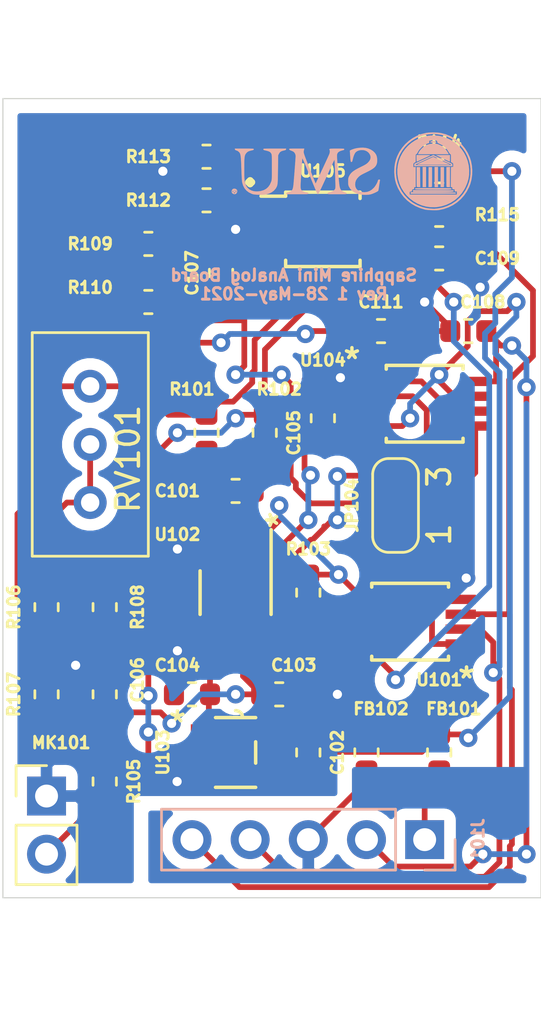
<source format=kicad_pcb>
(kicad_pcb (version 20171130) (host pcbnew "(5.1.6)-1")

  (general
    (thickness 1.6)
    (drawings 11)
    (tracks 320)
    (zones 0)
    (modules 35)
    (nets 27)
  )

  (page A4)
  (layers
    (0 F.Cu signal)
    (31 B.Cu signal)
    (32 B.Adhes user hide)
    (33 F.Adhes user hide)
    (34 B.Paste user hide)
    (35 F.Paste user)
    (36 B.SilkS user hide)
    (37 F.SilkS user)
    (38 B.Mask user hide)
    (39 F.Mask user)
    (40 Dwgs.User user hide)
    (41 Cmts.User user)
    (42 Eco1.User user hide)
    (43 Eco2.User user hide)
    (44 Edge.Cuts user)
    (45 Margin user hide)
    (46 B.CrtYd user hide)
    (47 F.CrtYd user)
    (48 B.Fab user hide)
    (49 F.Fab user hide)
  )

  (setup
    (last_trace_width 0.25)
    (trace_clearance 0.2)
    (zone_clearance 0.508)
    (zone_45_only no)
    (trace_min 0.2)
    (via_size 0.8)
    (via_drill 0.4)
    (via_min_size 0.4)
    (via_min_drill 0.3)
    (uvia_size 0.3)
    (uvia_drill 0.1)
    (uvias_allowed no)
    (uvia_min_size 0.2)
    (uvia_min_drill 0.1)
    (edge_width 0.05)
    (segment_width 0.2)
    (pcb_text_width 0.3)
    (pcb_text_size 1.5 1.5)
    (mod_edge_width 0.12)
    (mod_text_size 1 1)
    (mod_text_width 0.15)
    (pad_size 1.524 1.524)
    (pad_drill 0.762)
    (pad_to_mask_clearance 0.05)
    (aux_axis_origin 0 0)
    (visible_elements 7FFFFFFF)
    (pcbplotparams
      (layerselection 0x010fc_ffffffff)
      (usegerberextensions false)
      (usegerberattributes true)
      (usegerberadvancedattributes true)
      (creategerberjobfile true)
      (excludeedgelayer true)
      (linewidth 0.100000)
      (plotframeref false)
      (viasonmask false)
      (mode 1)
      (useauxorigin false)
      (hpglpennumber 1)
      (hpglpenspeed 20)
      (hpglpendiameter 15.000000)
      (psnegative false)
      (psa4output false)
      (plotreference true)
      (plotvalue true)
      (plotinvisibletext false)
      (padsonsilk false)
      (subtractmaskfromsilk false)
      (outputformat 1)
      (mirror false)
      (drillshape 0)
      (scaleselection 1)
      (outputdirectory ""))
  )

  (net 0 "")
  (net 1 "Net-(C101-Pad2)")
  (net 2 "Net-(C101-Pad1)")
  (net 3 GNDA)
  (net 4 +3.3VADC)
  (net 5 +1V5)
  (net 6 "Net-(C107-Pad2)")
  (net 7 "Net-(C107-Pad1)")
  (net 8 /FILTER_CLOCK)
  (net 9 +3V0)
  (net 10 /P3V3)
  (net 11 /PGND)
  (net 12 /I2C_SDA)
  (net 13 /I2C_SCL)
  (net 14 /RgA)
  (net 15 /RgB)
  (net 16 /FILTER_IN)
  (net 17 "Net-(JP104-Pad2)")
  (net 18 /FILTER_OUT)
  (net 19 /MIC_OUT)
  (net 20 /MIC_REF)
  (net 21 "Net-(R106-Pad2)")
  (net 22 "Net-(R112-Pad1)")
  (net 23 "Net-(R113-Pad2)")
  (net 24 "Net-(R114-Pad2)")
  (net 25 "Net-(R115-Pad2)")
  (net 26 "Net-(U101-Pad7)")

  (net_class Default "This is the default net class."
    (clearance 0.2)
    (trace_width 0.25)
    (via_dia 0.8)
    (via_drill 0.4)
    (uvia_dia 0.3)
    (uvia_drill 0.1)
    (add_net +1V5)
    (add_net +3.3VADC)
    (add_net +3V0)
    (add_net /FILTER_CLOCK)
    (add_net /FILTER_IN)
    (add_net /FILTER_OUT)
    (add_net /I2C_SCL)
    (add_net /I2C_SDA)
    (add_net /MIC_OUT)
    (add_net /MIC_REF)
    (add_net /P3V3)
    (add_net /PGND)
    (add_net /RgA)
    (add_net /RgB)
    (add_net GNDA)
    (add_net "Net-(C101-Pad1)")
    (add_net "Net-(C101-Pad2)")
    (add_net "Net-(C107-Pad1)")
    (add_net "Net-(C107-Pad2)")
    (add_net "Net-(JP104-Pad2)")
    (add_net "Net-(R106-Pad2)")
    (add_net "Net-(R112-Pad1)")
    (add_net "Net-(R113-Pad2)")
    (add_net "Net-(R114-Pad2)")
    (add_net "Net-(R115-Pad2)")
    (add_net "Net-(U101-Pad7)")
  )

  (module Potentiometer_THT:Potentiometer_Bourns_3296W_Vertical (layer F.Cu) (tedit 5A3D4994) (tstamp 60B1B22F)
    (at 113.03 112.268 90)
    (descr "Potentiometer, vertical, Bourns 3296W, https://www.bourns.com/pdfs/3296.pdf")
    (tags "Potentiometer vertical Bourns 3296W")
    (path /60B4C9C0)
    (fp_text reference RV101 (at -3.175 1.651 90) (layer F.SilkS)
      (effects (font (size 1 1) (thickness 0.15)))
    )
    (fp_text value 2K (at -2.54 3.67 90) (layer F.Fab)
      (effects (font (size 1 1) (thickness 0.15)))
    )
    (fp_circle (center 0.955 1.15) (end 2.05 1.15) (layer F.Fab) (width 0.1))
    (fp_line (start -7.305 -2.41) (end -7.305 2.42) (layer F.Fab) (width 0.1))
    (fp_line (start -7.305 2.42) (end 2.225 2.42) (layer F.Fab) (width 0.1))
    (fp_line (start 2.225 2.42) (end 2.225 -2.41) (layer F.Fab) (width 0.1))
    (fp_line (start 2.225 -2.41) (end -7.305 -2.41) (layer F.Fab) (width 0.1))
    (fp_line (start 0.955 2.235) (end 0.956 0.066) (layer F.Fab) (width 0.1))
    (fp_line (start 0.955 2.235) (end 0.956 0.066) (layer F.Fab) (width 0.1))
    (fp_line (start -7.425 -2.53) (end 2.345 -2.53) (layer F.SilkS) (width 0.12))
    (fp_line (start -7.425 2.54) (end 2.345 2.54) (layer F.SilkS) (width 0.12))
    (fp_line (start -7.425 -2.53) (end -7.425 2.54) (layer F.SilkS) (width 0.12))
    (fp_line (start 2.345 -2.53) (end 2.345 2.54) (layer F.SilkS) (width 0.12))
    (fp_line (start -7.6 -2.7) (end -7.6 2.7) (layer F.CrtYd) (width 0.05))
    (fp_line (start -7.6 2.7) (end 2.5 2.7) (layer F.CrtYd) (width 0.05))
    (fp_line (start 2.5 2.7) (end 2.5 -2.7) (layer F.CrtYd) (width 0.05))
    (fp_line (start 2.5 -2.7) (end -7.6 -2.7) (layer F.CrtYd) (width 0.05))
    (fp_text user %R (at -3.175 0.005 90) (layer F.Fab)
      (effects (font (size 1 1) (thickness 0.15)))
    )
    (pad 3 thru_hole circle (at -5.08 0 90) (size 1.44 1.44) (drill 0.8) (layers *.Cu *.Mask)
      (net 21 "Net-(R106-Pad2)"))
    (pad 2 thru_hole circle (at -2.54 0 90) (size 1.44 1.44) (drill 0.8) (layers *.Cu *.Mask)
      (net 21 "Net-(R106-Pad2)"))
    (pad 1 thru_hole circle (at 0 0 90) (size 1.44 1.44) (drill 0.8) (layers *.Cu *.Mask)
      (net 20 /MIC_REF))
    (model ${KISYS3DMOD}/Potentiometer_THT.3dshapes/Potentiometer_Bourns_3296W_Vertical.wrl
      (at (xyz 0 0 0))
      (scale (xyz 1 1 1))
      (rotate (xyz 0 0 0))
    )
  )

  (module SapphineMinimal:SMU_Logo (layer B.Cu) (tedit 0) (tstamp 60B254A3)
    (at 124.46 102.87 180)
    (fp_text reference G*** (at 0 0) (layer B.SilkS) hide
      (effects (font (size 1.524 1.524) (thickness 0.3)) (justify mirror))
    )
    (fp_text value LOGO (at 0.75 0) (layer B.SilkS) hide
      (effects (font (size 1.524 1.524) (thickness 0.3)) (justify mirror))
    )
    (fp_poly (pts (xy -3.386126 0.546682) (xy -3.307865 0.510338) (xy -3.21555 0.467876) (xy -3.120907 0.424669)
      (xy -3.038453 0.387347) (xy -2.973166 0.35732) (xy -2.91886 0.331108) (xy -2.879877 0.310904)
      (xy -2.860558 0.298902) (xy -2.859364 0.296822) (xy -2.874138 0.295583) (xy -2.913717 0.294437)
      (xy -2.974829 0.293392) (xy -3.054207 0.292454) (xy -3.148581 0.291632) (xy -3.254683 0.290933)
      (xy -3.369243 0.290363) (xy -3.488993 0.28993) (xy -3.610662 0.289642) (xy -3.730984 0.289506)
      (xy -3.846687 0.289529) (xy -3.954504 0.289718) (xy -4.051166 0.29008) (xy -4.133403 0.290624)
      (xy -4.197946 0.291356) (xy -4.241526 0.292283) (xy -4.260875 0.293413) (xy -4.261556 0.293691)
      (xy -4.249712 0.30118) (xy -4.21842 0.316919) (xy -4.174038 0.337733) (xy -4.166306 0.341251)
      (xy -4.101438 0.370733) (xy -4.028369 0.404089) (xy -3.972278 0.429799) (xy -3.918632 0.454349)
      (xy -3.848923 0.486097) (xy -3.772815 0.520648) (xy -3.710682 0.54877) (xy -3.547863 0.62234)
      (xy -3.386126 0.546682)) (layer B.SilkS) (width 0.01))
    (fp_poly (pts (xy -3.510412 1.318582) (xy -3.478389 1.309877) (xy -3.435152 1.291959) (xy -3.419511 1.276697)
      (xy -3.430925 1.264556) (xy -3.468852 1.256003) (xy -3.532751 1.251502) (xy -3.546603 1.251166)
      (xy -3.602842 1.250747) (xy -3.647331 1.251607) (xy -3.673313 1.253564) (xy -3.67713 1.254713)
      (xy -3.683808 1.275035) (xy -3.66402 1.293949) (xy -3.619523 1.309969) (xy -3.608917 1.312454)
      (xy -3.554171 1.321192) (xy -3.510412 1.318582)) (layer B.SilkS) (width 0.01))
    (fp_poly (pts (xy -3.406736 1.189946) (xy -3.294706 1.158074) (xy -3.237415 1.133625) (xy -3.160251 1.087131)
      (xy -3.083428 1.025404) (xy -3.012666 0.954457) (xy -2.953684 0.880307) (xy -2.9122 0.808969)
      (xy -2.900845 0.779639) (xy -2.890876 0.747889) (xy -4.220877 0.747889) (xy -4.175585 0.832867)
      (xy -4.103704 0.939236) (xy -4.009614 1.033794) (xy -3.898197 1.112626) (xy -3.774337 1.171821)
      (xy -3.73602 1.184997) (xy -3.635924 1.204286) (xy -3.523319 1.205642) (xy -3.406736 1.189946)) (layer B.SilkS) (width 0.01))
    (fp_poly (pts (xy -2.822222 0.563857) (xy -2.823208 0.504928) (xy -2.825865 0.458423) (xy -2.829744 0.430257)
      (xy -2.832806 0.424591) (xy -2.848326 0.430689) (xy -2.885276 0.446929) (xy -2.939541 0.47145)
      (xy -3.007008 0.502391) (xy -3.083563 0.537892) (xy -3.090333 0.541049) (xy -3.170853 0.578662)
      (xy -3.24577 0.613749) (xy -3.310077 0.643958) (xy -3.358764 0.666938) (xy -3.386667 0.680257)
      (xy -3.401844 0.688103) (xy -3.408818 0.694023) (xy -3.40468 0.698289) (xy -3.386521 0.701173)
      (xy -3.351432 0.702946) (xy -3.296504 0.703882) (xy -3.218828 0.70425) (xy -3.129139 0.704322)
      (xy -2.822222 0.70438) (xy -2.822222 0.563857)) (layer B.SilkS) (width 0.01))
    (fp_poly (pts (xy -3.774722 0.65494) (xy -3.829519 0.628301) (xy -3.895013 0.596906) (xy -3.966643 0.562891)
      (xy -4.039844 0.528392) (xy -4.110053 0.495543) (xy -4.172709 0.466481) (xy -4.223247 0.443341)
      (xy -4.257105 0.428258) (xy -4.269612 0.423333) (xy -4.272165 0.436444) (xy -4.274186 0.471773)
      (xy -4.275415 0.523318) (xy -4.275667 0.563115) (xy -4.275667 0.702897) (xy -3.975806 0.703187)
      (xy -3.675945 0.703476) (xy -3.774722 0.65494)) (layer B.SilkS) (width 0.01))
    (fp_poly (pts (xy -3.141791 0.517648) (xy -2.7305 0.328449) (xy -2.726121 0.277114) (xy -2.721741 0.225778)
      (xy -4.382812 0.225778) (xy -4.380448 0.264583) (xy -4.378957 0.28513) (xy -4.335822 0.28513)
      (xy -4.331996 0.273889) (xy -4.31676 0.268111) (xy -4.297275 0.266771) (xy -4.252428 0.265646)
      (xy -4.185079 0.264751) (xy -4.098087 0.264101) (xy -3.994313 0.263712) (xy -3.876615 0.263598)
      (xy -3.747854 0.263776) (xy -3.610888 0.264259) (xy -3.601044 0.264305) (xy -3.461628 0.264963)
      (xy -3.328589 0.265587) (xy -3.205044 0.266164) (xy -3.094109 0.26668) (xy -2.998902 0.267118)
      (xy -2.92254 0.267466) (xy -2.868139 0.267709) (xy -2.838817 0.267832) (xy -2.838685 0.267833)
      (xy -2.79135 0.270487) (xy -2.770151 0.278275) (xy -2.769029 0.28492) (xy -2.783346 0.296926)
      (xy -2.818368 0.317527) (xy -2.868975 0.343927) (xy -2.930051 0.373333) (xy -2.93601 0.376089)
      (xy -3.047061 0.427267) (xy -3.136591 0.468549) (xy -3.208718 0.50184) (xy -3.267559 0.529043)
      (xy -3.317229 0.552062) (xy -3.361847 0.572802) (xy -3.405529 0.593165) (xy -3.421945 0.60083)
      (xy -3.475153 0.624481) (xy -3.520249 0.642337) (xy -3.550036 0.651633) (xy -3.556 0.652339)
      (xy -3.576293 0.646087) (xy -3.61636 0.629904) (xy -3.670587 0.606177) (xy -3.733354 0.57729)
      (xy -3.739445 0.574417) (xy -3.876346 0.51) (xy -4.00112 0.451983) (xy -4.126943 0.394266)
      (xy -4.212167 0.355545) (xy -4.277644 0.324507) (xy -4.318284 0.301519) (xy -4.335822 0.28513)
      (xy -4.378957 0.28513) (xy -4.37808 0.297201) (xy -4.376264 0.314561) (xy -4.363475 0.325155)
      (xy -4.330934 0.343764) (xy -4.284715 0.367021) (xy -4.265083 0.376258) (xy -4.206548 0.403452)
      (xy -4.132862 0.437905) (xy -4.054372 0.474769) (xy -3.995223 0.502669) (xy -3.934126 0.531399)
      (xy -3.883002 0.55514) (xy -3.846838 0.571599) (xy -3.830619 0.578482) (xy -3.830265 0.578556)
      (xy -3.816479 0.584184) (xy -3.78264 0.599415) (xy -3.734198 0.621765) (xy -3.689445 0.642701)
      (xy -3.553082 0.706846) (xy -3.141791 0.517648)) (layer B.SilkS) (width 0.01))
    (fp_poly (pts (xy -2.828628 -0.239889) (xy -2.828559 -0.346069) (xy -2.828867 -0.443448) (xy -2.829511 -0.528349)
      (xy -2.83045 -0.597093) (xy -2.831642 -0.646004) (xy -2.833047 -0.671403) (xy -2.833474 -0.673805)
      (xy -2.851214 -0.685382) (xy -2.891512 -0.691071) (xy -2.908186 -0.691444) (xy -2.977019 -0.691444)
      (xy -2.973704 -0.257528) (xy -2.970389 0.176389) (xy -2.829661 0.176389) (xy -2.828628 -0.239889)) (layer B.SilkS) (width 0.01))
    (fp_poly (pts (xy -3.090333 -0.691444) (xy -3.231445 -0.691444) (xy -3.231445 0.183445) (xy -3.090333 0.183445)
      (xy -3.090333 -0.691444)) (layer B.SilkS) (width 0.01))
    (fp_poly (pts (xy -3.34909 -0.257528) (xy -3.346792 -0.691444) (xy -3.414609 -0.691444) (xy -3.460377 -0.687846)
      (xy -3.485515 -0.677932) (xy -3.488249 -0.673805) (xy -3.489698 -0.655674) (xy -3.490956 -0.612998)
      (xy -3.491982 -0.549455) (xy -3.492733 -0.468722) (xy -3.493168 -0.374477) (xy -3.493244 -0.270398)
      (xy -3.493196 -0.239889) (xy -3.492318 0.176389) (xy -3.351389 0.176389) (xy -3.34909 -0.257528)) (layer B.SilkS) (width 0.01))
    (fp_poly (pts (xy -3.612445 -0.691444) (xy -3.753556 -0.691444) (xy -3.753556 0.183445) (xy -3.612445 0.183445)
      (xy -3.612445 -0.691444)) (layer B.SilkS) (width 0.01))
    (fp_poly (pts (xy -3.8735 -0.684389) (xy -3.93925 -0.688637) (xy -3.979249 -0.688946) (xy -4.005655 -0.684883)
      (xy -4.010692 -0.681582) (xy -4.012093 -0.665127) (xy -4.01331 -0.624023) (xy -4.014303 -0.561843)
      (xy -4.015032 -0.482161) (xy -4.015459 -0.388548) (xy -4.015544 -0.284579) (xy -4.015487 -0.246944)
      (xy -4.01459 0.176389) (xy -3.8735 0.176389) (xy -3.8735 -0.684389)) (layer B.SilkS) (width 0.01))
    (fp_poly (pts (xy -4.201635 0.180654) (xy -4.127604 0.176389) (xy -4.126753 -0.239889) (xy -4.126729 -0.346069)
      (xy -4.127075 -0.443449) (xy -4.127748 -0.528349) (xy -4.128708 -0.597093) (xy -4.12991 -0.646004)
      (xy -4.131314 -0.671403) (xy -4.131739 -0.673805) (xy -4.149462 -0.685384) (xy -4.18983 -0.691069)
      (xy -4.206621 -0.691444) (xy -4.275667 -0.691444) (xy -4.275667 0.184919) (xy -4.201635 0.180654)) (layer B.SilkS) (width 0.01))
    (fp_poly (pts (xy -3.541889 -0.740492) (xy -3.373536 -0.740634) (xy -3.231218 -0.74085) (xy -3.11275 -0.74122)
      (xy -3.015944 -0.741824) (xy -2.938615 -0.742741) (xy -2.878574 -0.744053) (xy -2.833637 -0.745839)
      (xy -2.801616 -0.748179) (xy -2.780325 -0.751153) (xy -2.767578 -0.754841) (xy -2.761187 -0.759324)
      (xy -2.758967 -0.764681) (xy -2.758722 -0.769169) (xy -2.759299 -0.775177) (xy -2.762475 -0.780274)
      (xy -2.770423 -0.784548) (xy -2.785315 -0.788085) (xy -2.809323 -0.790971) (xy -2.844618 -0.793295)
      (xy -2.893372 -0.795143) (xy -2.957757 -0.796602) (xy -3.039944 -0.797758) (xy -3.142106 -0.798698)
      (xy -3.266414 -0.79951) (xy -3.41504 -0.80028) (xy -3.552472 -0.800923) (xy -3.728442 -0.801614)
      (xy -3.878033 -0.801922) (xy -4.003085 -0.801814) (xy -4.105439 -0.801257) (xy -4.186937 -0.80022)
      (xy -4.249418 -0.798668) (xy -4.294725 -0.796569) (xy -4.324696 -0.793891) (xy -4.341174 -0.790601)
      (xy -4.346006 -0.786812) (xy -4.33807 -0.758785) (xy -4.335423 -0.75449) (xy -4.318646 -0.750836)
      (xy -4.273886 -0.747734) (xy -4.201106 -0.745183) (xy -4.100269 -0.743183) (xy -3.97134 -0.741732)
      (xy -3.814282 -0.74083) (xy -3.629059 -0.740477) (xy -3.541889 -0.740492)) (layer B.SilkS) (width 0.01))
    (fp_poly (pts (xy -2.669547 -0.86422) (xy -2.674056 -0.895884) (xy -3.551746 -0.895982) (xy -3.731413 -0.895959)
      (xy -3.884918 -0.895811) (xy -4.014321 -0.895482) (xy -4.121684 -0.894917) (xy -4.209066 -0.894061)
      (xy -4.278528 -0.892857) (xy -4.33213 -0.891251) (xy -4.371933 -0.889187) (xy -4.399997 -0.886609)
      (xy -4.418383 -0.883463) (xy -4.42915 -0.879692) (xy -4.43436 -0.875241) (xy -4.435684 -0.87219)
      (xy -4.437169 -0.847676) (xy -4.434058 -0.840428) (xy -4.418934 -0.839043) (xy -4.378007 -0.837736)
      (xy -4.313699 -0.836527) (xy -4.228429 -0.83544) (xy -4.124617 -0.834494) (xy -4.004683 -0.833711)
      (xy -3.871049 -0.833114) (xy -3.726132 -0.832723) (xy -3.572355 -0.832559) (xy -3.545611 -0.832555)
      (xy -2.665037 -0.832555) (xy -2.669547 -0.86422)) (layer B.SilkS) (width 0.01))
    (fp_poly (pts (xy -2.568222 -0.980722) (xy -3.53536 -0.980722) (xy -3.698308 -0.980621) (xy -3.853132 -0.980331)
      (xy -3.997496 -0.979867) (xy -4.129061 -0.979247) (xy -4.245491 -0.978487) (xy -4.34445 -0.977604)
      (xy -4.423598 -0.976615) (xy -4.480601 -0.975536) (xy -4.51312 -0.974385) (xy -4.519907 -0.973667)
      (xy -4.535463 -0.955177) (xy -4.537019 -0.945444) (xy -4.534359 -0.941298) (xy -4.525248 -0.937695)
      (xy -4.507804 -0.934587) (xy -4.480146 -0.931927) (xy -4.440392 -0.929667) (xy -4.38666 -0.927761)
      (xy -4.317068 -0.92616) (xy -4.229734 -0.924818) (xy -4.122778 -0.923687) (xy -3.994316 -0.92272)
      (xy -3.842467 -0.921869) (xy -3.665349 -0.921087) (xy -3.552472 -0.920654) (xy -2.568222 -0.91703)
      (xy -2.568222 -0.980722)) (layer B.SilkS) (width 0.01))
    (fp_poly (pts (xy -3.417419 1.556388) (xy -3.330244 1.545846) (xy -3.127237 1.502042) (xy -2.936413 1.434315)
      (xy -2.759098 1.344599) (xy -2.596616 1.234826) (xy -2.450291 1.106927) (xy -2.321449 0.962837)
      (xy -2.211412 0.804486) (xy -2.121507 0.633808) (xy -2.053057 0.452735) (xy -2.007388 0.263199)
      (xy -1.985822 0.067133) (xy -1.989686 -0.13353) (xy -2.020303 -0.336859) (xy -2.02513 -0.358312)
      (xy -2.084351 -0.553597) (xy -2.16724 -0.736398) (xy -2.271692 -0.9052) (xy -2.3956 -1.058489)
      (xy -2.536859 -1.194751) (xy -2.693361 -1.312472) (xy -2.863002 -1.410138) (xy -3.043675 -1.486235)
      (xy -3.233273 -1.539248) (xy -3.429691 -1.567663) (xy -3.630823 -1.569968) (xy -3.702632 -1.564254)
      (xy -3.912291 -1.528693) (xy -4.112343 -1.466688) (xy -4.301821 -1.378626) (xy -4.479761 -1.264896)
      (xy -4.515556 -1.237801) (xy -4.664292 -1.106163) (xy -4.792514 -0.958047) (xy -4.846192 -0.876352)
      (xy -4.586111 -0.876352) (xy -4.586111 -1.023629) (xy -2.519607 -1.023055) (xy -2.518465 -0.956028)
      (xy -2.518906 -0.915491) (xy -2.526743 -0.894673) (xy -2.549054 -0.886326) (xy -2.589389 -0.883383)
      (xy -2.610534 -0.874801) (xy -2.617502 -0.847451) (xy -2.617611 -0.84106) (xy -2.628821 -0.804808)
      (xy -2.65692 -0.784884) (xy -2.691695 -0.786629) (xy -2.704442 -0.780636) (xy -2.709259 -0.749023)
      (xy -2.709333 -0.742343) (xy -2.711789 -0.708295) (xy -2.722955 -0.69408) (xy -2.744611 -0.691444)
      (xy -2.779889 -0.691444) (xy -2.779889 0.186532) (xy -2.683435 0.175272) (xy -2.678745 0.24374)
      (xy -2.677926 0.302705) (xy -2.687227 0.341299) (xy -2.7096 0.366451) (xy -2.737199 0.380852)
      (xy -2.767328 0.397234) (xy -2.778795 0.419671) (xy -2.77945 0.450124) (xy -2.778539 0.488093)
      (xy -2.778156 0.543872) (xy -2.778356 0.607053) (xy -2.778522 0.624417) (xy -2.7798 0.684096)
      (xy -2.782798 0.7209) (xy -2.788685 0.740171) (xy -2.798628 0.747251) (xy -2.805517 0.747889)
      (xy -2.826879 0.759715) (xy -2.852352 0.796296) (xy -2.872544 0.835898) (xy -2.925928 0.924669)
      (xy -2.999507 1.01249) (xy -3.085967 1.092122) (xy -3.17799 1.156324) (xy -3.217742 1.177525)
      (xy -3.269636 1.200988) (xy -3.314129 1.218576) (xy -3.34335 1.227248) (xy -3.347463 1.227667)
      (xy -3.364491 1.234092) (xy -3.371672 1.257829) (xy -3.372556 1.281407) (xy -3.372556 1.335147)
      (xy -3.465161 1.357305) (xy -3.518683 1.36884) (xy -3.5582 1.372384) (xy -3.596781 1.367915)
      (xy -3.641549 1.357013) (xy -3.695254 1.33905) (xy -3.723114 1.32113) (xy -3.726833 1.312865)
      (xy -3.729311 1.279253) (xy -3.730361 1.265809) (xy -3.746011 1.243158) (xy -3.78923 1.217915)
      (xy -3.812223 1.207943) (xy -3.94883 1.139465) (xy -4.063675 1.053687) (xy -4.158242 0.949315)
      (xy -4.220138 0.851845) (xy -4.253068 0.796989) (xy -4.28126 0.762113) (xy -4.299279 0.750829)
      (xy -4.31055 0.746999) (xy -4.318115 0.736453) (xy -4.322679 0.714461) (xy -4.324947 0.676294)
      (xy -4.325625 0.617221) (xy -4.325577 0.57447) (xy -4.325056 0.402226) (xy -4.375722 0.375068)
      (xy -4.404636 0.357939) (xy -4.419571 0.340335) (xy -4.424915 0.312847) (xy -4.425111 0.269205)
      (xy -4.423833 0.1905) (xy -4.374445 0.183445) (xy -4.325056 0.176389) (xy -4.322668 -0.257528)
      (xy -4.32028 -0.691444) (xy -4.354418 -0.691444) (xy -4.377649 -0.695409) (xy -4.387073 -0.712807)
      (xy -4.388556 -0.740238) (xy -4.390514 -0.772705) (xy -4.402124 -0.785217) (xy -4.431994 -0.785597)
      (xy -4.437945 -0.785141) (xy -4.470367 -0.784328) (xy -4.484163 -0.794081) (xy -4.487288 -0.822201)
      (xy -4.487333 -0.833588) (xy -4.488929 -0.867788) (xy -4.499017 -0.881429) (xy -4.525555 -0.882171)
      (xy -4.536722 -0.881139) (xy -4.586111 -0.876352) (xy -4.846192 -0.876352) (xy -4.902689 -0.790369)
      (xy -4.958589 -0.684389) (xy -5.032578 -0.510918) (xy -5.082411 -0.341201) (xy -5.109743 -0.167576)
      (xy -5.116229 0.017614) (xy -5.115646 0.042333) (xy -5.096257 0.246975) (xy -5.051665 0.442532)
      (xy -4.983686 0.627473) (xy -4.894138 0.800269) (xy -4.784838 0.959388) (xy -4.657603 1.103302)
      (xy -4.514251 1.230479) (xy -4.356597 1.33939) (xy -4.18646 1.428504) (xy -4.005657 1.496291)
      (xy -3.816004 1.541221) (xy -3.619319 1.561763) (xy -3.417419 1.556388)) (layer B.SilkS) (width 0.01))
    (fp_poly (pts (xy 5.190949 -0.77468) (xy 5.220087 -0.799181) (xy 5.246362 -0.850762) (xy 5.249121 -0.903237)
      (xy 5.229445 -0.94963) (xy 5.191879 -0.981244) (xy 5.139266 -0.999257) (xy 5.090345 -0.993471)
      (xy 5.071026 -0.985385) (xy 5.03704 -0.954888) (xy 5.014976 -0.907199) (xy 5.010442 -0.873859)
      (xy 5.044809 -0.873859) (xy 5.053088 -0.909836) (xy 5.054295 -0.91277) (xy 5.066112 -0.938684)
      (xy 5.072123 -0.940008) (xy 5.074872 -0.927805) (xy 5.108692 -0.927805) (xy 5.115214 -0.960344)
      (xy 5.131328 -0.975518) (xy 5.150631 -0.968897) (xy 5.156703 -0.961025) (xy 5.154153 -0.942486)
      (xy 5.137107 -0.915487) (xy 5.136838 -0.915164) (xy 5.122348 -0.897772) (xy 5.177007 -0.897772)
      (xy 5.183544 -0.914586) (xy 5.1992 -0.922301) (xy 5.211765 -0.909458) (xy 5.217128 -0.883701)
      (xy 5.213469 -0.858929) (xy 5.205789 -0.839096) (xy 5.197858 -0.842596) (xy 5.186685 -0.862742)
      (xy 5.177007 -0.897772) (xy 5.122348 -0.897772) (xy 5.109161 -0.881944) (xy 5.108692 -0.927805)
      (xy 5.074872 -0.927805) (xy 5.076419 -0.920944) (xy 5.078981 -0.882038) (xy 5.077329 -0.850388)
      (xy 5.076758 -0.846667) (xy 5.108222 -0.846667) (xy 5.119651 -0.859186) (xy 5.129389 -0.860778)
      (xy 5.148167 -0.853158) (xy 5.150555 -0.846667) (xy 5.139126 -0.834147) (xy 5.129389 -0.832555)
      (xy 5.11061 -0.840175) (xy 5.108222 -0.846667) (xy 5.076758 -0.846667) (xy 5.073242 -0.823763)
      (xy 5.066837 -0.823183) (xy 5.055204 -0.842215) (xy 5.044809 -0.873859) (xy 5.010442 -0.873859)
      (xy 5.009444 -0.866528) (xy 5.021673 -0.821812) (xy 5.031416 -0.811389) (xy 5.178778 -0.811389)
      (xy 5.185833 -0.818444) (xy 5.192889 -0.811389) (xy 5.185833 -0.804333) (xy 5.178778 -0.811389)
      (xy 5.031416 -0.811389) (xy 5.042955 -0.799046) (xy 5.106264 -0.799046) (xy 5.125007 -0.801489)
      (xy 5.129389 -0.801582) (xy 5.153488 -0.800057) (xy 5.15561 -0.79564) (xy 5.154352 -0.795077)
      (xy 5.126339 -0.792286) (xy 5.112018 -0.794554) (xy 5.106264 -0.799046) (xy 5.042955 -0.799046)
      (xy 5.053389 -0.787886) (xy 5.097142 -0.767134) (xy 5.14548 -0.761938) (xy 5.190949 -0.77468)) (layer B.SilkS) (width 0.01))
    (fp_poly (pts (xy 2.516505 0.987712) (xy 2.595743 0.987311) (xy 2.653431 0.986273) (xy 2.692904 0.984296)
      (xy 2.717499 0.981075) (xy 2.73055 0.976308) (xy 2.735394 0.969693) (xy 2.735367 0.960926)
      (xy 2.735009 0.958485) (xy 2.722781 0.936696) (xy 2.690349 0.917156) (xy 2.654979 0.903722)
      (xy 2.60532 0.884317) (xy 2.561392 0.86271) (xy 2.543521 0.851422) (xy 2.49718 0.801092)
      (xy 2.466025 0.735327) (xy 2.455333 0.6688) (xy 2.456452 0.638558) (xy 2.459616 0.583938)
      (xy 2.464539 0.508689) (xy 2.470933 0.416557) (xy 2.478511 0.311292) (xy 2.486987 0.19664)
      (xy 2.496072 0.076351) (xy 2.505481 -0.045829) (xy 2.514925 -0.166152) (xy 2.524118 -0.280868)
      (xy 2.532772 -0.386231) (xy 2.540601 -0.478493) (xy 2.547317 -0.553906) (xy 2.552634 -0.608721)
      (xy 2.554519 -0.625897) (xy 2.569965 -0.721832) (xy 2.592942 -0.794135) (xy 2.626781 -0.847084)
      (xy 2.674813 -0.884955) (xy 2.740369 -0.912025) (xy 2.786944 -0.924282) (xy 2.831385 -0.937134)
      (xy 2.854303 -0.952233) (xy 2.862009 -0.971141) (xy 2.866518 -1.001889) (xy 2.385759 -1.001889)
      (xy 2.256631 -1.00183) (xy 2.152941 -1.001552) (xy 2.071904 -1.000899) (xy 2.010736 -0.999717)
      (xy 1.966652 -0.99785) (xy 1.936868 -0.995145) (xy 1.918599 -0.991446) (xy 1.90906 -0.986599)
      (xy 1.905468 -0.980449) (xy 1.905 -0.975176) (xy 1.917403 -0.947428) (xy 1.952278 -0.932937)
      (xy 1.974148 -0.931333) (xy 2.022234 -0.924342) (xy 2.080188 -0.906355) (xy 2.136517 -0.881857)
      (xy 2.179726 -0.85533) (xy 2.188213 -0.847846) (xy 2.204881 -0.830315) (xy 2.218591 -0.812363)
      (xy 2.229434 -0.791423) (xy 2.237497 -0.764931) (xy 2.242871 -0.73032) (xy 2.245644 -0.685025)
      (xy 2.245905 -0.626481) (xy 2.243744 -0.552121) (xy 2.239249 -0.45938) (xy 2.232509 -0.345692)
      (xy 2.223614 -0.208492) (xy 2.214911 -0.07867) (xy 2.206065 0.052029) (xy 2.197699 0.174813)
      (xy 2.190023 0.286652) (xy 2.183247 0.384514) (xy 2.177584 0.465368) (xy 2.173242 0.526183)
      (xy 2.170432 0.563927) (xy 2.169506 0.574859) (xy 2.16366 0.569236) (xy 2.148395 0.539905)
      (xy 2.124806 0.489351) (xy 2.093992 0.420056) (xy 2.057046 0.334504) (xy 2.015066 0.235178)
      (xy 1.969148 0.124561) (xy 1.948372 0.073915) (xy 1.869609 -0.118727) (xy 1.800793 -0.286898)
      (xy 1.741205 -0.432257) (xy 1.690128 -0.556466) (xy 1.646845 -0.661183) (xy 1.610638 -0.748067)
      (xy 1.58079 -0.81878) (xy 1.556583 -0.874979) (xy 1.5373 -0.918325) (xy 1.522224 -0.950477)
      (xy 1.510637 -0.973095) (xy 1.501822 -0.987839) (xy 1.495061 -0.996367) (xy 1.489636 -1.000341)
      (xy 1.484831 -1.001418) (xy 1.483511 -1.001427) (xy 1.474382 -0.992881) (xy 1.457977 -0.96676)
      (xy 1.433776 -0.921998) (xy 1.401261 -0.857529) (xy 1.359912 -0.772286) (xy 1.309212 -0.665205)
      (xy 1.24864 -0.53522) (xy 1.177679 -0.381263) (xy 1.115602 -0.245645) (xy 1.053007 -0.108795)
      (xy 0.993773 0.02026) (xy 0.938953 0.139256) (xy 0.889601 0.245926) (xy 0.846768 0.338008)
      (xy 0.811508 0.413236) (xy 0.784875 0.469346) (xy 0.767921 0.504073) (xy 0.761804 0.515177)
      (xy 0.759358 0.502848) (xy 0.756234 0.465341) (xy 0.752585 0.40569) (xy 0.748565 0.326927)
      (xy 0.744325 0.232085) (xy 0.74002 0.124195) (xy 0.735803 0.006292) (xy 0.735213 -0.0113)
      (xy 0.729867 -0.172373) (xy 0.72546 -0.307678) (xy 0.722003 -0.419653) (xy 0.719506 -0.510738)
      (xy 0.717979 -0.58337) (xy 0.717433 -0.639988) (xy 0.717879 -0.68303) (xy 0.719327 -0.714937)
      (xy 0.721788 -0.738145) (xy 0.725272 -0.755095) (xy 0.729789 -0.768224) (xy 0.735351 -0.77997)
      (xy 0.738557 -0.786145) (xy 0.774078 -0.829633) (xy 0.830523 -0.870098) (xy 0.900638 -0.902957)
      (xy 0.945444 -0.916909) (xy 1.000847 -0.93134) (xy 1.034332 -0.941919) (xy 1.051401 -0.95146)
      (xy 1.057561 -0.962777) (xy 1.058333 -0.974617) (xy 1.057305 -0.982488) (xy 1.052208 -0.988678)
      (xy 1.040022 -0.99339) (xy 1.017728 -0.996826) (xy 0.982307 -0.999185) (xy 0.930737 -1.00067)
      (xy 0.860001 -1.001481) (xy 0.767078 -1.00182) (xy 0.649111 -1.001889) (xy 0.531051 -1.001828)
      (xy 0.438191 -1.001507) (xy 0.367509 -1.00072) (xy 0.315981 -0.99926) (xy 0.280587 -0.996922)
      (xy 0.258303 -0.993497) (xy 0.246107 -0.988781) (xy 0.240978 -0.982566) (xy 0.239891 -0.974647)
      (xy 0.239889 -0.973935) (xy 0.252209 -0.948223) (xy 0.278694 -0.936639) (xy 0.338143 -0.916095)
      (xy 0.398422 -0.88516) (xy 0.449615 -0.849624) (xy 0.478836 -0.819766) (xy 0.495452 -0.795129)
      (xy 0.509567 -0.769938) (xy 0.52168 -0.7413) (xy 0.532288 -0.706319) (xy 0.541891 -0.6621)
      (xy 0.550988 -0.605751) (xy 0.560077 -0.534375) (xy 0.569657 -0.445079) (xy 0.580227 -0.334967)
      (xy 0.592286 -0.201147) (xy 0.599422 -0.119944) (xy 0.615512 0.067254) (xy 0.628698 0.228042)
      (xy 0.639072 0.364073) (xy 0.64673 0.477) (xy 0.651765 0.568475) (xy 0.654273 0.640152)
      (xy 0.654346 0.693683) (xy 0.652079 0.730721) (xy 0.64893 0.748562) (xy 0.62496 0.802576)
      (xy 0.583319 0.846264) (xy 0.5211 0.881502) (xy 0.435398 0.910166) (xy 0.377472 0.923751)
      (xy 0.346226 0.938614) (xy 0.338667 0.959825) (xy 0.339738 0.968864) (xy 0.345242 0.975712)
      (xy 0.358617 0.98067) (xy 0.383299 0.984045) (xy 0.422725 0.986138) (xy 0.480333 0.987256)
      (xy 0.559559 0.987701) (xy 0.654657 0.987778) (xy 0.763368 0.987484) (xy 0.8467 0.98626)
      (xy 0.907495 0.983588) (xy 0.948594 0.978955) (xy 0.972837 0.971842) (xy 0.983066 0.961735)
      (xy 0.982121 0.948119) (xy 0.972844 0.930476) (xy 0.972577 0.930054) (xy 0.961176 0.890334)
      (xy 0.963121 0.834205) (xy 0.977992 0.769894) (xy 0.981243 0.760247) (xy 0.9915 0.735247)
      (xy 1.012505 0.687494) (xy 1.042983 0.61977) (xy 1.081664 0.534856) (xy 1.127273 0.435533)
      (xy 1.178539 0.324584) (xy 1.234188 0.20479) (xy 1.292947 0.078933) (xy 1.294425 0.075776)
      (xy 1.585919 -0.546947) (xy 1.817447 0.033443) (xy 1.882581 0.197035) (xy 1.93781 0.3366)
      (xy 1.983877 0.45425) (xy 2.02152 0.552097) (xy 2.051481 0.632251) (xy 2.0745 0.696824)
      (xy 2.091318 0.747927) (xy 2.102676 0.787672) (xy 2.109313 0.81817) (xy 2.111971 0.841533)
      (xy 2.11139 0.859872) (xy 2.110112 0.867833) (xy 2.10072 0.91365) (xy 2.09338 0.948972)
      (xy 2.085241 0.987778) (xy 2.41238 0.987778) (xy 2.516505 0.987712)) (layer B.SilkS) (width 0.01))
    (fp_poly (pts (xy 3.502698 0.987734) (xy 3.608349 0.987497) (xy 3.691276 0.986912) (xy 3.754229 0.985825)
      (xy 3.799957 0.984079) (xy 3.831209 0.98152) (xy 3.850734 0.977992) (xy 3.861282 0.97334)
      (xy 3.865603 0.967408) (xy 3.866444 0.960042) (xy 3.866444 0.959825) (xy 3.854607 0.934612)
      (xy 3.827639 0.923294) (xy 3.735595 0.902056) (xy 3.666693 0.883327) (xy 3.616256 0.864842)
      (xy 3.579611 0.844337) (xy 3.552082 0.819547) (xy 3.528995 0.788209) (xy 3.520722 0.774636)
      (xy 3.513573 0.761342) (xy 3.507743 0.746232) (xy 3.503098 0.72646) (xy 3.499505 0.699183)
      (xy 3.496828 0.661555) (xy 3.494934 0.610733) (xy 3.493689 0.543872) (xy 3.492958 0.458127)
      (xy 3.492608 0.350654) (xy 3.492503 0.218609) (xy 3.4925 0.176389) (xy 3.492542 0.037094)
      (xy 3.492771 -0.077036) (xy 3.493345 -0.169056) (xy 3.494419 -0.242024) (xy 3.49615 -0.298997)
      (xy 3.498694 -0.34303) (xy 3.502207 -0.377181) (xy 3.506847 -0.404506) (xy 3.512769 -0.428061)
      (xy 3.52013 -0.450904) (xy 3.525348 -0.465667) (xy 3.582104 -0.590545) (xy 3.655164 -0.692524)
      (xy 3.745457 -0.772374) (xy 3.853913 -0.83086) (xy 3.98146 -0.868752) (xy 4.021667 -0.875923)
      (xy 4.160765 -0.887002) (xy 4.286773 -0.875634) (xy 4.398181 -0.84243) (xy 4.493478 -0.787998)
      (xy 4.571156 -0.712947) (xy 4.622029 -0.633736) (xy 4.643091 -0.589581) (xy 4.660319 -0.546059)
      (xy 4.674087 -0.49981) (xy 4.684767 -0.447473) (xy 4.692735 -0.385688) (xy 4.698363 -0.311094)
      (xy 4.702025 -0.22033) (xy 4.704094 -0.110035) (xy 4.704944 0.023151) (xy 4.705026 0.112889)
      (xy 4.704648 0.258205) (xy 4.703366 0.37835) (xy 4.700765 0.476373) (xy 4.69643 0.555322)
      (xy 4.689948 0.618244) (xy 4.680902 0.668188) (xy 4.66888 0.708202) (xy 4.653466 0.741332)
      (xy 4.634247 0.770628) (xy 4.611863 0.797936) (xy 4.580902 0.830547) (xy 4.549782 0.855365)
      (xy 4.512726 0.874952) (xy 4.463961 0.891874) (xy 4.39771 0.908696) (xy 4.328583 0.923732)
      (xy 4.297332 0.93862) (xy 4.289778 0.959825) (xy 4.29067 0.96788) (xy 4.295359 0.974219)
      (xy 4.306865 0.979046) (xy 4.328205 0.982566) (xy 4.362398 0.984986) (xy 4.412463 0.986512)
      (xy 4.481419 0.987348) (xy 4.572284 0.987702) (xy 4.688078 0.987778) (xy 5.110185 0.987778)
      (xy 5.105676 0.95655) (xy 5.092563 0.931201) (xy 5.058512 0.916711) (xy 5.053511 0.915632)
      (xy 4.984643 0.887907) (xy 4.923281 0.836266) (xy 4.906566 0.815801) (xy 4.890857 0.791034)
      (xy 4.877583 0.760549) (xy 4.86643 0.721628) (xy 4.857081 0.671552) (xy 4.849221 0.607604)
      (xy 4.842534 0.527067) (xy 4.836705 0.427222) (xy 4.831418 0.305352) (xy 4.826358 0.158739)
      (xy 4.824939 0.112889) (xy 4.819787 -0.039173) (xy 4.814145 -0.173383) (xy 4.808136 -0.287616)
      (xy 4.801885 -0.379743) (xy 4.795518 -0.447637) (xy 4.789945 -0.485506) (xy 4.750012 -0.622328)
      (xy 4.689528 -0.739851) (xy 4.608154 -0.838452) (xy 4.505553 -0.918511) (xy 4.381388 -0.980405)
      (xy 4.333514 -0.997604) (xy 4.284496 -1.008282) (xy 4.214248 -1.016522) (xy 4.129666 -1.022187)
      (xy 4.03765 -1.025143) (xy 3.945096 -1.025255) (xy 3.858901 -1.022389) (xy 3.785965 -1.016409)
      (xy 3.741291 -1.009179) (xy 3.615195 -0.970248) (xy 3.503251 -0.914741) (xy 3.40935 -0.845168)
      (xy 3.337383 -0.764033) (xy 3.320962 -0.738345) (xy 3.302658 -0.706489) (xy 3.287356 -0.676979)
      (xy 3.274751 -0.646983) (xy 3.264535 -0.613674) (xy 3.2564 -0.574222) (xy 3.25004 -0.525798)
      (xy 3.245148 -0.465572) (xy 3.241417 -0.390715) (xy 3.238539 -0.298398) (xy 3.236207 -0.185792)
      (xy 3.234115 -0.050067) (xy 3.232399 0.077611) (xy 3.22426 0.6985) (xy 3.189046 0.768819)
      (xy 3.155842 0.821742) (xy 3.113822 0.85979) (xy 3.056612 0.887121) (xy 2.977841 0.907893)
      (xy 2.975002 0.908474) (xy 2.924894 0.920235) (xy 2.896571 0.932042) (xy 2.883778 0.947145)
      (xy 2.881213 0.957198) (xy 2.876704 0.987778) (xy 3.371574 0.987778) (xy 3.502698 0.987734)) (layer B.SilkS) (width 0.01))
    (fp_poly (pts (xy -0.358603 1.024565) (xy -0.229079 1.00879) (xy -0.106146 0.981475) (xy 0.001487 0.943816)
      (xy 0.031595 0.929613) (xy 0.088526 0.900569) (xy 0.07923 0.757201) (xy 0.072136 0.649415)
      (xy 0.06623 0.566532) (xy 0.060971 0.505286) (xy 0.055818 0.462411) (xy 0.050229 0.43464)
      (xy 0.043666 0.418708) (xy 0.035586 0.411347) (xy 0.025449 0.409293) (xy 0.021623 0.409222)
      (xy 0.005769 0.412218) (xy -0.006148 0.424792) (xy -0.016695 0.45232) (xy -0.028437 0.50018)
      (xy -0.03392 0.525639) (xy -0.058673 0.621365) (xy -0.089764 0.708541) (xy -0.124482 0.780593)
      (xy -0.159566 0.83036) (xy -0.222937 0.879066) (xy -0.304101 0.912202) (xy -0.396508 0.928473)
      (xy -0.493604 0.926586) (xy -0.569683 0.911302) (xy -0.652726 0.874678) (xy -0.723185 0.8193)
      (xy -0.776929 0.750198) (xy -0.809829 0.672401) (xy -0.818366 0.608415) (xy -0.806168 0.530629)
      (xy -0.768377 0.454549) (xy -0.706107 0.380009) (xy -0.671469 0.347477) (xy -0.63409 0.318099)
      (xy -0.588871 0.288709) (xy -0.530711 0.25614) (xy -0.454511 0.217224) (xy -0.404064 0.192455)
      (xy -0.275164 0.127727) (xy -0.16975 0.069795) (xy -0.084658 0.01617) (xy -0.016724 -0.035641)
      (xy 0.037216 -0.088129) (xy 0.080326 -0.143784) (xy 0.11577 -0.205099) (xy 0.124968 -0.224084)
      (xy 0.142249 -0.264438) (xy 0.153214 -0.301714) (xy 0.159254 -0.344421) (xy 0.161759 -0.401065)
      (xy 0.162153 -0.451555) (xy 0.161368 -0.522451) (xy 0.15797 -0.573583) (xy 0.150602 -0.613383)
      (xy 0.13791 -0.650282) (xy 0.125853 -0.677366) (xy 0.065419 -0.773593) (xy -0.018748 -0.85752)
      (xy -0.124185 -0.927347) (xy -0.248428 -0.981276) (xy -0.318855 -1.002235) (xy -0.411234 -1.018991)
      (xy -0.518861 -1.027699) (xy -0.630765 -1.028243) (xy -0.735975 -1.020505) (xy -0.811389 -1.007464)
      (xy -0.864558 -0.991727) (xy -0.925883 -0.968964) (xy -0.989485 -0.941952) (xy -1.04949 -0.913467)
      (xy -1.100021 -0.886285) (xy -1.135201 -0.863184) (xy -1.148943 -0.847971) (xy -1.153285 -0.826373)
      (xy -1.160765 -0.782602) (xy -1.17044 -0.722408) (xy -1.181372 -0.651543) (xy -1.184923 -0.627944)
      (xy -1.196142 -0.553902) (xy -1.206439 -0.487731) (xy -1.214845 -0.435523) (xy -1.220395 -0.403368)
      (xy -1.221336 -0.398639) (xy -1.222113 -0.375967) (xy -1.205869 -0.367691) (xy -1.187366 -0.366889)
      (xy -1.156725 -0.371937) (xy -1.142066 -0.392857) (xy -1.138206 -0.408499) (xy -1.118631 -0.46988)
      (xy -1.084285 -0.542719) (xy -1.040099 -0.618264) (xy -0.991 -0.687763) (xy -0.960965 -0.72321)
      (xy -0.866541 -0.810491) (xy -0.767919 -0.871192) (xy -0.6616 -0.906945) (xy -0.544085 -0.919382)
      (xy -0.540488 -0.919411) (xy -0.427001 -0.909642) (xy -0.329418 -0.880034) (xy -0.249649 -0.832165)
      (xy -0.189606 -0.767613) (xy -0.151201 -0.687957) (xy -0.136345 -0.594775) (xy -0.136228 -0.585611)
      (xy -0.145094 -0.48361) (xy -0.173878 -0.395267) (xy -0.22552 -0.313654) (xy -0.275061 -0.258602)
      (xy -0.307777 -0.227205) (xy -0.340186 -0.199969) (xy -0.376829 -0.174112) (xy -0.422246 -0.146855)
      (xy -0.480976 -0.115418) (xy -0.557561 -0.077019) (xy -0.626313 -0.043498) (xy -0.744908 0.015797)
      (xy -0.840107 0.068043) (xy -0.915092 0.115689) (xy -0.973045 0.161181) (xy -1.017146 0.206966)
      (xy -1.050578 0.25549) (xy -1.072534 0.299669) (xy -1.092493 0.371157) (xy -1.100626 0.458149)
      (xy -1.097293 0.550693) (xy -1.08285 0.638836) (xy -1.057664 0.712611) (xy -1.000265 0.800882)
      (xy -0.92001 0.878569) (xy -0.821192 0.942804) (xy -0.7081 0.990719) (xy -0.602582 1.016708)
      (xy -0.486007 1.027603) (xy -0.358603 1.024565)) (layer B.SilkS) (width 0.01))
    (fp_poly (pts (xy -3.395852 1.689346) (xy -3.277955 1.67793) (xy -3.243876 1.672592) (xy -3.038151 1.62249)
      (xy -2.841957 1.546985) (xy -2.657368 1.447892) (xy -2.486458 1.327028) (xy -2.331299 1.186207)
      (xy -2.193967 1.027247) (xy -2.076533 0.851963) (xy -1.981074 0.66217) (xy -1.928018 0.520363)
      (xy -1.882603 0.348176) (xy -1.857332 0.171674) (xy -1.85125 -0.016737) (xy -1.85302 -0.0766)
      (xy -1.866228 -0.246291) (xy -1.892033 -0.398951) (xy -1.932779 -0.543842) (xy -1.990807 -0.690228)
      (xy -2.028113 -0.769055) (xy -2.136649 -0.956984) (xy -2.266431 -1.126848) (xy -2.416301 -1.277746)
      (xy -2.585105 -1.408779) (xy -2.771687 -1.519048) (xy -2.974891 -1.607653) (xy -3.189111 -1.672616)
      (xy -3.245066 -1.682335) (xy -3.321954 -1.690373) (xy -3.412523 -1.696488) (xy -3.509521 -1.70044)
      (xy -3.605696 -1.701989) (xy -3.693795 -1.700894) (xy -3.766567 -1.696913) (xy -3.800618 -1.69292)
      (xy -4.017272 -1.645106) (xy -4.222067 -1.57259) (xy -4.413378 -1.47673) (xy -4.589582 -1.358882)
      (xy -4.749059 -1.220405) (xy -4.890183 -1.062653) (xy -5.011334 -0.886985) (xy -5.110887 -0.694757)
      (xy -5.167106 -0.550333) (xy -5.217382 -0.361725) (xy -5.245263 -0.162018) (xy -5.247461 -0.08169)
      (xy -5.183545 -0.08169) (xy -5.163156 -0.274049) (xy -5.120263 -0.463298) (xy -5.054872 -0.647209)
      (xy -4.966991 -0.823553) (xy -4.856626 -0.9901) (xy -4.723783 -1.144622) (xy -4.568471 -1.284889)
      (xy -4.527777 -1.316242) (xy -4.350961 -1.43132) (xy -4.162198 -1.522226) (xy -3.964689 -1.587714)
      (xy -3.761637 -1.626539) (xy -3.718278 -1.631217) (xy -3.669254 -1.635993) (xy -3.633166 -1.63989)
      (xy -3.617336 -1.642115) (xy -3.617173 -1.642189) (xy -3.601354 -1.643256) (xy -3.564083 -1.642355)
      (xy -3.512037 -1.639827) (xy -3.451892 -1.63601) (xy -3.390324 -1.631243) (xy -3.374789 -1.629879)
      (xy -3.227206 -1.607217) (xy -3.071704 -1.566567) (xy -2.91914 -1.511009) (xy -2.855663 -1.482597)
      (xy -2.738331 -1.42285) (xy -2.638466 -1.362444) (xy -2.545996 -1.294555) (xy -2.450846 -1.21236)
      (xy -2.434832 -1.197547) (xy -2.289637 -1.043504) (xy -2.167431 -0.874638) (xy -2.068797 -0.69328)
      (xy -1.994315 -0.501765) (xy -1.944565 -0.302424) (xy -1.920129 -0.09759) (xy -1.921587 0.110405)
      (xy -1.949521 0.319227) (xy -2.00451 0.526544) (xy -2.005066 0.528205) (xy -2.083817 0.719528)
      (xy -2.186902 0.898643) (xy -2.312252 1.063305) (xy -2.457796 1.211271) (xy -2.621463 1.340295)
      (xy -2.801183 1.448133) (xy -2.894651 1.492635) (xy -3.094745 1.5652) (xy -3.29962 1.610847)
      (xy -3.506766 1.629868) (xy -3.71367 1.622555) (xy -3.917821 1.589201) (xy -4.116706 1.530098)
      (xy -4.307814 1.445538) (xy -4.488633 1.335814) (xy -4.535701 1.301658) (xy -4.695588 1.164663)
      (xy -4.832916 1.012946) (xy -4.947694 0.848737) (xy -5.039926 0.674264) (xy -5.109621 0.491755)
      (xy -5.156784 0.303441) (xy -5.181424 0.11155) (xy -5.183545 -0.08169) (xy -5.247461 -0.08169)
      (xy -5.250871 0.042874) (xy -5.234332 0.247037) (xy -5.195767 0.444557) (xy -5.142931 0.6102)
      (xy -5.051774 0.808233) (xy -4.938169 0.99049) (xy -4.803931 1.155435) (xy -4.650874 1.30153)
      (xy -4.480811 1.427239) (xy -4.295557 1.531026) (xy -4.096925 1.611354) (xy -3.898569 1.664316)
      (xy -3.788575 1.68092) (xy -3.661339 1.690712) (xy -3.527039 1.693563) (xy -3.395852 1.689346)) (layer B.SilkS) (width 0.01))
  )

  (module SapphineMinimal:MAX7414CUA&plus_ (layer F.Cu) (tedit 0) (tstamp 60B0B118)
    (at 127 122.555 180)
    (path /60BC7DE9)
    (fp_text reference U101 (at -1.27 -2.54) (layer F.SilkS)
      (effects (font (size 0.508 0.508) (thickness 0.127)))
    )
    (fp_text value MCP4531T-103E_MS (at -0.127 -0.254) (layer F.SilkS) hide
      (effects (font (size 0.2032 0.2032) (thickness 0.0254)))
    )
    (fp_line (start -1.8034 1.43256) (end -3.1242 1.43256) (layer F.CrtYd) (width 0.1524))
    (fp_line (start -1.8034 1.8034) (end -1.8034 1.43256) (layer F.CrtYd) (width 0.1524))
    (fp_line (start 1.8034 1.8034) (end -1.8034 1.8034) (layer F.CrtYd) (width 0.1524))
    (fp_line (start 1.8034 1.43256) (end 1.8034 1.8034) (layer F.CrtYd) (width 0.1524))
    (fp_line (start 3.1242 1.43256) (end 1.8034 1.43256) (layer F.CrtYd) (width 0.1524))
    (fp_line (start 3.1242 -1.43256) (end 3.1242 1.43256) (layer F.CrtYd) (width 0.1524))
    (fp_line (start 1.8034 -1.43256) (end 3.1242 -1.43256) (layer F.CrtYd) (width 0.1524))
    (fp_line (start 1.8034 -1.8034) (end 1.8034 -1.43256) (layer F.CrtYd) (width 0.1524))
    (fp_line (start -1.8034 -1.8034) (end 1.8034 -1.8034) (layer F.CrtYd) (width 0.1524))
    (fp_line (start -1.8034 -1.43256) (end -1.8034 -1.8034) (layer F.CrtYd) (width 0.1524))
    (fp_line (start -3.1242 -1.43256) (end -1.8034 -1.43256) (layer F.CrtYd) (width 0.1524))
    (fp_line (start -3.1242 1.43256) (end -3.1242 -1.43256) (layer F.CrtYd) (width 0.1524))
    (fp_line (start 1.6764 -1.5113) (end 1.6764 -1.6764) (layer F.SilkS) (width 0.1524))
    (fp_line (start -1.6764 1.5113) (end -1.6764 1.6764) (layer F.SilkS) (width 0.1524))
    (fp_line (start -1.5494 -1.5494) (end -1.5494 1.5494) (layer F.Fab) (width 0.1524))
    (fp_line (start 1.5494 -1.5494) (end -1.5494 -1.5494) (layer F.Fab) (width 0.1524))
    (fp_line (start 1.5494 1.5494) (end 1.5494 -1.5494) (layer F.Fab) (width 0.1524))
    (fp_line (start -1.5494 1.5494) (end 1.5494 1.5494) (layer F.Fab) (width 0.1524))
    (fp_line (start -1.6764 -1.6764) (end -1.6764 -1.5113) (layer F.SilkS) (width 0.1524))
    (fp_line (start 1.6764 -1.6764) (end -1.6764 -1.6764) (layer F.SilkS) (width 0.1524))
    (fp_line (start 1.6764 1.6764) (end 1.6764 1.5113) (layer F.SilkS) (width 0.1524))
    (fp_line (start -1.6764 1.6764) (end 1.6764 1.6764) (layer F.SilkS) (width 0.1524))
    (fp_line (start 2.5146 -1.15316) (end 1.5494 -1.15316) (layer F.Fab) (width 0.1524))
    (fp_line (start 2.5146 -0.79756) (end 2.5146 -1.15316) (layer F.Fab) (width 0.1524))
    (fp_line (start 1.5494 -0.79756) (end 2.5146 -0.79756) (layer F.Fab) (width 0.1524))
    (fp_line (start 1.5494 -1.15316) (end 1.5494 -0.79756) (layer F.Fab) (width 0.1524))
    (fp_line (start 2.5146 -0.50292) (end 1.5494 -0.50292) (layer F.Fab) (width 0.1524))
    (fp_line (start 2.5146 -0.14732) (end 2.5146 -0.50292) (layer F.Fab) (width 0.1524))
    (fp_line (start 1.5494 -0.14732) (end 2.5146 -0.14732) (layer F.Fab) (width 0.1524))
    (fp_line (start 1.5494 -0.50292) (end 1.5494 -0.14732) (layer F.Fab) (width 0.1524))
    (fp_line (start 2.5146 0.14732) (end 1.5494 0.14732) (layer F.Fab) (width 0.1524))
    (fp_line (start 2.5146 0.50292) (end 2.5146 0.14732) (layer F.Fab) (width 0.1524))
    (fp_line (start 1.5494 0.50292) (end 2.5146 0.50292) (layer F.Fab) (width 0.1524))
    (fp_line (start 1.5494 0.14732) (end 1.5494 0.50292) (layer F.Fab) (width 0.1524))
    (fp_line (start 2.5146 0.79756) (end 1.5494 0.79756) (layer F.Fab) (width 0.1524))
    (fp_line (start 2.5146 1.15316) (end 2.5146 0.79756) (layer F.Fab) (width 0.1524))
    (fp_line (start 1.5494 1.15316) (end 2.5146 1.15316) (layer F.Fab) (width 0.1524))
    (fp_line (start 1.5494 0.79756) (end 1.5494 1.15316) (layer F.Fab) (width 0.1524))
    (fp_line (start -2.5146 1.15316) (end -1.5494 1.15316) (layer F.Fab) (width 0.1524))
    (fp_line (start -2.5146 0.79756) (end -2.5146 1.15316) (layer F.Fab) (width 0.1524))
    (fp_line (start -1.5494 0.79756) (end -2.5146 0.79756) (layer F.Fab) (width 0.1524))
    (fp_line (start -1.5494 1.15316) (end -1.5494 0.79756) (layer F.Fab) (width 0.1524))
    (fp_line (start -2.5146 0.50292) (end -1.5494 0.50292) (layer F.Fab) (width 0.1524))
    (fp_line (start -2.5146 0.14732) (end -2.5146 0.50292) (layer F.Fab) (width 0.1524))
    (fp_line (start -1.5494 0.14732) (end -2.5146 0.14732) (layer F.Fab) (width 0.1524))
    (fp_line (start -1.5494 0.50292) (end -1.5494 0.14732) (layer F.Fab) (width 0.1524))
    (fp_line (start -2.5146 -0.14732) (end -1.5494 -0.14732) (layer F.Fab) (width 0.1524))
    (fp_line (start -2.5146 -0.50292) (end -2.5146 -0.14732) (layer F.Fab) (width 0.1524))
    (fp_line (start -1.5494 -0.50292) (end -2.5146 -0.50292) (layer F.Fab) (width 0.1524))
    (fp_line (start -1.5494 -0.14732) (end -1.5494 -0.50292) (layer F.Fab) (width 0.1524))
    (fp_line (start -2.5146 -0.79756) (end -1.5494 -0.79756) (layer F.Fab) (width 0.1524))
    (fp_line (start -2.5146 -1.15316) (end -2.5146 -0.79756) (layer F.Fab) (width 0.1524))
    (fp_line (start -1.5494 -1.15316) (end -2.5146 -1.15316) (layer F.Fab) (width 0.1524))
    (fp_line (start -1.5494 -0.79756) (end -1.5494 -1.15316) (layer F.Fab) (width 0.1524))
    (fp_arc (start 0 -1.5494) (end 0.3048 -1.5494) (angle 180) (layer F.Fab) (width 0.1524))
    (fp_text user * (at -1.1684 -1.4732) (layer F.Fab) hide
      (effects (font (size 1 1) (thickness 0.15)))
    )
    (fp_text user * (at -2.4638 -2.52476) (layer F.SilkS)
      (effects (font (size 1 1) (thickness 0.15)))
    )
    (fp_text user 0.052in/1.321mm (at -2.2098 3.9624) (layer Dwgs.User) hide
      (effects (font (size 1 1) (thickness 0.15)))
    )
    (fp_text user 0.174in/4.42mm (at 0 -3.9624) (layer Dwgs.User) hide
      (effects (font (size 1 1) (thickness 0.15)))
    )
    (fp_text user 0.016in/0.406mm (at 5.2578 -0.97536) (layer Dwgs.User) hide
      (effects (font (size 1 1) (thickness 0.15)))
    )
    (fp_text user 0.026in/0.65mm (at -5.2578 -0.65024) (layer Dwgs.User) hide
      (effects (font (size 1 1) (thickness 0.15)))
    )
    (fp_text user * (at -1.1684 -1.4732) (layer F.Fab) hide
      (effects (font (size 1 1) (thickness 0.15)))
    )
    (fp_text user * (at -2.4638 -2.52476) (layer F.SilkS)
      (effects (font (size 1 1) (thickness 0.15)))
    )
    (fp_text user "Copyright 2016 Accelerated Designs. All rights reserved." (at 0 0) (layer Cmts.User) hide
      (effects (font (size 0.127 0.127) (thickness 0.002)))
    )
    (pad 8 smd rect (at 2.2098 -0.97536 180) (size 1.3208 0.4064) (layers F.Cu F.Paste F.Mask)
      (net 9 +3V0))
    (pad 7 smd rect (at 2.2098 -0.32512 180) (size 1.3208 0.4064) (layers F.Cu F.Paste F.Mask)
      (net 26 "Net-(U101-Pad7)"))
    (pad 6 smd rect (at 2.2098 0.32512 180) (size 1.3208 0.4064) (layers F.Cu F.Paste F.Mask)
      (net 14 /RgA))
    (pad 5 smd rect (at 2.2098 0.97536 180) (size 1.3208 0.4064) (layers F.Cu F.Paste F.Mask)
      (net 15 /RgB))
    (pad 4 smd rect (at -2.2098 0.97536 180) (size 1.3208 0.4064) (layers F.Cu F.Paste F.Mask)
      (net 3 GNDA))
    (pad 3 smd rect (at -2.2098 0.32512 180) (size 1.3208 0.4064) (layers F.Cu F.Paste F.Mask)
      (net 12 /I2C_SDA))
    (pad 2 smd rect (at -2.2098 -0.32512 180) (size 1.3208 0.4064) (layers F.Cu F.Paste F.Mask)
      (net 13 /I2C_SCL))
    (pad 1 smd rect (at -2.2098 -0.97536 180) (size 1.3208 0.4064) (layers F.Cu F.Paste F.Mask)
      (net 3 GNDA))
  )

  (module Capacitor_SMD:C_0603_1608Metric (layer F.Cu) (tedit 5B301BBE) (tstamp 60B0AEDF)
    (at 113.665 125.73 270)
    (descr "Capacitor SMD 0603 (1608 Metric), square (rectangular) end terminal, IPC_7351 nominal, (Body size source: http://www.tortai-tech.com/upload/download/2011102023233369053.pdf), generated with kicad-footprint-generator")
    (tags capacitor)
    (path /60D710D0)
    (attr smd)
    (fp_text reference C106 (at -0.635 -1.43 90) (layer F.SilkS)
      (effects (font (size 0.508 0.508) (thickness 0.127)))
    )
    (fp_text value 0.1uf (at 0 1.43 90) (layer F.Fab)
      (effects (font (size 1 1) (thickness 0.15)))
    )
    (fp_line (start 1.48 0.73) (end -1.48 0.73) (layer F.CrtYd) (width 0.05))
    (fp_line (start 1.48 -0.73) (end 1.48 0.73) (layer F.CrtYd) (width 0.05))
    (fp_line (start -1.48 -0.73) (end 1.48 -0.73) (layer F.CrtYd) (width 0.05))
    (fp_line (start -1.48 0.73) (end -1.48 -0.73) (layer F.CrtYd) (width 0.05))
    (fp_line (start -0.162779 0.51) (end 0.162779 0.51) (layer F.SilkS) (width 0.12))
    (fp_line (start -0.162779 -0.51) (end 0.162779 -0.51) (layer F.SilkS) (width 0.12))
    (fp_line (start 0.8 0.4) (end -0.8 0.4) (layer F.Fab) (width 0.1))
    (fp_line (start 0.8 -0.4) (end 0.8 0.4) (layer F.Fab) (width 0.1))
    (fp_line (start -0.8 -0.4) (end 0.8 -0.4) (layer F.Fab) (width 0.1))
    (fp_line (start -0.8 0.4) (end -0.8 -0.4) (layer F.Fab) (width 0.1))
    (fp_text user %R (at 0 0 90) (layer F.Fab)
      (effects (font (size 0.4 0.4) (thickness 0.06)))
    )
    (pad 2 smd roundrect (at 0.7875 0 270) (size 0.875 0.95) (layers F.Cu F.Paste F.Mask) (roundrect_rratio 0.25)
      (net 9 +3V0))
    (pad 1 smd roundrect (at -0.7875 0 270) (size 0.875 0.95) (layers F.Cu F.Paste F.Mask) (roundrect_rratio 0.25)
      (net 3 GNDA))
    (model ${KISYS3DMOD}/Capacitor_SMD.3dshapes/C_0603_1608Metric.wrl
      (at (xyz 0 0 0))
      (scale (xyz 1 1 1))
      (rotate (xyz 0 0 0))
    )
  )

  (module Connector_PinHeader_2.54mm:PinHeader_1x02_P2.54mm_Vertical (layer F.Cu) (tedit 59FED5CC) (tstamp 60B0AFBC)
    (at 111.125 130.175)
    (descr "Through hole straight pin header, 1x02, 2.54mm pitch, single row")
    (tags "Through hole pin header THT 1x02 2.54mm single row")
    (path /60B46E6A)
    (fp_text reference MK101 (at 0.635 -2.33) (layer F.SilkS)
      (effects (font (size 0.508 0.508) (thickness 0.127)))
    )
    (fp_text value WM-55D103 (at 0 4.87) (layer F.Fab)
      (effects (font (size 1 1) (thickness 0.15)))
    )
    (fp_line (start 1.8 -1.8) (end -1.8 -1.8) (layer F.CrtYd) (width 0.05))
    (fp_line (start 1.8 4.35) (end 1.8 -1.8) (layer F.CrtYd) (width 0.05))
    (fp_line (start -1.8 4.35) (end 1.8 4.35) (layer F.CrtYd) (width 0.05))
    (fp_line (start -1.8 -1.8) (end -1.8 4.35) (layer F.CrtYd) (width 0.05))
    (fp_line (start -1.33 -1.33) (end 0 -1.33) (layer F.SilkS) (width 0.12))
    (fp_line (start -1.33 0) (end -1.33 -1.33) (layer F.SilkS) (width 0.12))
    (fp_line (start -1.33 1.27) (end 1.33 1.27) (layer F.SilkS) (width 0.12))
    (fp_line (start 1.33 1.27) (end 1.33 3.87) (layer F.SilkS) (width 0.12))
    (fp_line (start -1.33 1.27) (end -1.33 3.87) (layer F.SilkS) (width 0.12))
    (fp_line (start -1.33 3.87) (end 1.33 3.87) (layer F.SilkS) (width 0.12))
    (fp_line (start -1.27 -0.635) (end -0.635 -1.27) (layer F.Fab) (width 0.1))
    (fp_line (start -1.27 3.81) (end -1.27 -0.635) (layer F.Fab) (width 0.1))
    (fp_line (start 1.27 3.81) (end -1.27 3.81) (layer F.Fab) (width 0.1))
    (fp_line (start 1.27 -1.27) (end 1.27 3.81) (layer F.Fab) (width 0.1))
    (fp_line (start -0.635 -1.27) (end 1.27 -1.27) (layer F.Fab) (width 0.1))
    (fp_text user %R (at 0 1.27 90) (layer F.Fab)
      (effects (font (size 1 1) (thickness 0.15)))
    )
    (pad 2 thru_hole oval (at 0 2.54) (size 1.7 1.7) (drill 1) (layers *.Cu *.Mask)
      (net 19 /MIC_OUT))
    (pad 1 thru_hole rect (at 0 0) (size 1.7 1.7) (drill 1) (layers *.Cu *.Mask)
      (net 3 GNDA))
    (model ${KISYS3DMOD}/Connector_PinHeader_2.54mm.3dshapes/PinHeader_1x02_P2.54mm_Vertical.wrl
      (at (xyz 0 0 0))
      (scale (xyz 1 1 1))
      (rotate (xyz 0 0 0))
    )
  )

  (module Jumper:SolderJumper-3_P1.3mm_Open_RoundedPad1.0x1.5mm_NumberLabels (layer F.Cu) (tedit 5B391ED1) (tstamp 60B21C73)
    (at 126.365 117.475 90)
    (descr "SMD Solder 3-pad Jumper, 1x1.5mm rounded Pads, 0.3mm gap, open, labeled with numbers")
    (tags "solder jumper open")
    (path /60D1C033)
    (attr virtual)
    (fp_text reference JP104 (at 0 -1.905 270) (layer F.SilkS)
      (effects (font (size 0.508 0.508) (thickness 0.127)))
    )
    (fp_text value Jumper_3_Open (at 0 1.9 90) (layer F.Fab)
      (effects (font (size 1 1) (thickness 0.15)))
    )
    (fp_line (start 2.3 1.25) (end -2.3 1.25) (layer F.CrtYd) (width 0.05))
    (fp_line (start 2.3 1.25) (end 2.3 -1.25) (layer F.CrtYd) (width 0.05))
    (fp_line (start -2.3 -1.25) (end -2.3 1.25) (layer F.CrtYd) (width 0.05))
    (fp_line (start -2.3 -1.25) (end 2.3 -1.25) (layer F.CrtYd) (width 0.05))
    (fp_line (start -1.4 -1) (end 1.4 -1) (layer F.SilkS) (width 0.12))
    (fp_line (start 2.05 -0.3) (end 2.05 0.3) (layer F.SilkS) (width 0.12))
    (fp_line (start 1.4 1) (end -1.4 1) (layer F.SilkS) (width 0.12))
    (fp_line (start -2.05 0.3) (end -2.05 -0.3) (layer F.SilkS) (width 0.12))
    (fp_arc (start -1.35 -0.3) (end -1.35 -1) (angle -90) (layer F.SilkS) (width 0.12))
    (fp_arc (start -1.35 0.3) (end -2.05 0.3) (angle -90) (layer F.SilkS) (width 0.12))
    (fp_arc (start 1.35 0.3) (end 1.35 1) (angle -90) (layer F.SilkS) (width 0.12))
    (fp_arc (start 1.35 -0.3) (end 2.05 -0.3) (angle -90) (layer F.SilkS) (width 0.12))
    (fp_text user 1 (at -1.27 1.905 90) (layer F.SilkS)
      (effects (font (size 1 1) (thickness 0.15)))
    )
    (fp_text user 3 (at 1.27 1.905 90) (layer F.SilkS)
      (effects (font (size 1 1) (thickness 0.15)))
    )
    (pad 2 smd rect (at 0 0 90) (size 1 1.5) (layers F.Cu F.Mask)
      (net 17 "Net-(JP104-Pad2)"))
    (pad 3 smd custom (at 1.3 0 90) (size 1 0.5) (layers F.Cu F.Mask)
      (net 16 /FILTER_IN) (zone_connect 2)
      (options (clearance outline) (anchor rect))
      (primitives
        (gr_circle (center 0 0.25) (end 0.5 0.25) (width 0))
        (gr_circle (center 0 -0.25) (end 0.5 -0.25) (width 0))
        (gr_poly (pts
           (xy -0.55 -0.75) (xy 0 -0.75) (xy 0 0.75) (xy -0.55 0.75)) (width 0))
      ))
    (pad 1 smd custom (at -1.3 0 90) (size 1 0.5) (layers F.Cu F.Mask)
      (net 18 /FILTER_OUT) (zone_connect 2)
      (options (clearance outline) (anchor rect))
      (primitives
        (gr_circle (center 0 0.25) (end 0.5 0.25) (width 0))
        (gr_circle (center 0 -0.25) (end 0.5 -0.25) (width 0))
        (gr_poly (pts
           (xy 0.55 -0.75) (xy 0 -0.75) (xy 0 0.75) (xy 0.55 0.75)) (width 0))
      ))
  )

  (module Resistor_SMD:R_0603_1608Metric (layer F.Cu) (tedit 5B301BBD) (tstamp 60B0B0BB)
    (at 128.27 104.775 180)
    (descr "Resistor SMD 0603 (1608 Metric), square (rectangular) end terminal, IPC_7351 nominal, (Body size source: http://www.tortai-tech.com/upload/download/2011102023233369053.pdf), generated with kicad-footprint-generator")
    (tags resistor)
    (path /60BBE43C)
    (attr smd)
    (fp_text reference R115 (at -2.54 0) (layer F.SilkS)
      (effects (font (size 0.508 0.508) (thickness 0.127)))
    )
    (fp_text value 47.5 (at 0 1.43) (layer F.Fab)
      (effects (font (size 1 1) (thickness 0.15)))
    )
    (fp_line (start 1.48 0.73) (end -1.48 0.73) (layer F.CrtYd) (width 0.05))
    (fp_line (start 1.48 -0.73) (end 1.48 0.73) (layer F.CrtYd) (width 0.05))
    (fp_line (start -1.48 -0.73) (end 1.48 -0.73) (layer F.CrtYd) (width 0.05))
    (fp_line (start -1.48 0.73) (end -1.48 -0.73) (layer F.CrtYd) (width 0.05))
    (fp_line (start -0.162779 0.51) (end 0.162779 0.51) (layer F.SilkS) (width 0.12))
    (fp_line (start -0.162779 -0.51) (end 0.162779 -0.51) (layer F.SilkS) (width 0.12))
    (fp_line (start 0.8 0.4) (end -0.8 0.4) (layer F.Fab) (width 0.1))
    (fp_line (start 0.8 -0.4) (end 0.8 0.4) (layer F.Fab) (width 0.1))
    (fp_line (start -0.8 -0.4) (end 0.8 -0.4) (layer F.Fab) (width 0.1))
    (fp_line (start -0.8 0.4) (end -0.8 -0.4) (layer F.Fab) (width 0.1))
    (fp_text user %R (at 0 0) (layer F.Fab)
      (effects (font (size 0.4 0.4) (thickness 0.06)))
    )
    (pad 2 smd roundrect (at 0.7875 0 180) (size 0.875 0.95) (layers F.Cu F.Paste F.Mask) (roundrect_rratio 0.25)
      (net 25 "Net-(R115-Pad2)"))
    (pad 1 smd roundrect (at -0.7875 0 180) (size 0.875 0.95) (layers F.Cu F.Paste F.Mask) (roundrect_rratio 0.25)
      (net 12 /I2C_SDA))
    (model ${KISYS3DMOD}/Resistor_SMD.3dshapes/R_0603_1608Metric.wrl
      (at (xyz 0 0 0))
      (scale (xyz 1 1 1))
      (rotate (xyz 0 0 0))
    )
  )

  (module Resistor_SMD:R_0603_1608Metric (layer F.Cu) (tedit 5B301BBD) (tstamp 60B0B0AA)
    (at 128.27 102.87 180)
    (descr "Resistor SMD 0603 (1608 Metric), square (rectangular) end terminal, IPC_7351 nominal, (Body size source: http://www.tortai-tech.com/upload/download/2011102023233369053.pdf), generated with kicad-footprint-generator")
    (tags resistor)
    (path /60BBDEC3)
    (attr smd)
    (fp_text reference R114 (at 0 1.27) (layer F.SilkS)
      (effects (font (size 0.508 0.508) (thickness 0.127)))
    )
    (fp_text value 47.5 (at 0 1.43) (layer F.Fab)
      (effects (font (size 1 1) (thickness 0.15)))
    )
    (fp_line (start 1.48 0.73) (end -1.48 0.73) (layer F.CrtYd) (width 0.05))
    (fp_line (start 1.48 -0.73) (end 1.48 0.73) (layer F.CrtYd) (width 0.05))
    (fp_line (start -1.48 -0.73) (end 1.48 -0.73) (layer F.CrtYd) (width 0.05))
    (fp_line (start -1.48 0.73) (end -1.48 -0.73) (layer F.CrtYd) (width 0.05))
    (fp_line (start -0.162779 0.51) (end 0.162779 0.51) (layer F.SilkS) (width 0.12))
    (fp_line (start -0.162779 -0.51) (end 0.162779 -0.51) (layer F.SilkS) (width 0.12))
    (fp_line (start 0.8 0.4) (end -0.8 0.4) (layer F.Fab) (width 0.1))
    (fp_line (start 0.8 -0.4) (end 0.8 0.4) (layer F.Fab) (width 0.1))
    (fp_line (start -0.8 -0.4) (end 0.8 -0.4) (layer F.Fab) (width 0.1))
    (fp_line (start -0.8 0.4) (end -0.8 -0.4) (layer F.Fab) (width 0.1))
    (fp_text user %R (at 0 0) (layer F.Fab)
      (effects (font (size 0.4 0.4) (thickness 0.06)))
    )
    (pad 2 smd roundrect (at 0.7875 0 180) (size 0.875 0.95) (layers F.Cu F.Paste F.Mask) (roundrect_rratio 0.25)
      (net 24 "Net-(R114-Pad2)"))
    (pad 1 smd roundrect (at -0.7875 0 180) (size 0.875 0.95) (layers F.Cu F.Paste F.Mask) (roundrect_rratio 0.25)
      (net 13 /I2C_SCL))
    (model ${KISYS3DMOD}/Resistor_SMD.3dshapes/R_0603_1608Metric.wrl
      (at (xyz 0 0 0))
      (scale (xyz 1 1 1))
      (rotate (xyz 0 0 0))
    )
  )

  (module Resistor_SMD:R_0603_1608Metric (layer F.Cu) (tedit 5B301BBD) (tstamp 60B0B099)
    (at 118.11 102.235)
    (descr "Resistor SMD 0603 (1608 Metric), square (rectangular) end terminal, IPC_7351 nominal, (Body size source: http://www.tortai-tech.com/upload/download/2011102023233369053.pdf), generated with kicad-footprint-generator")
    (tags resistor)
    (path /60C1E411)
    (attr smd)
    (fp_text reference R113 (at -2.54 0) (layer F.SilkS)
      (effects (font (size 0.508 0.508) (thickness 0.127)))
    )
    (fp_text value 10K (at 0 1.43) (layer F.Fab)
      (effects (font (size 1 1) (thickness 0.15)))
    )
    (fp_line (start 1.48 0.73) (end -1.48 0.73) (layer F.CrtYd) (width 0.05))
    (fp_line (start 1.48 -0.73) (end 1.48 0.73) (layer F.CrtYd) (width 0.05))
    (fp_line (start -1.48 -0.73) (end 1.48 -0.73) (layer F.CrtYd) (width 0.05))
    (fp_line (start -1.48 0.73) (end -1.48 -0.73) (layer F.CrtYd) (width 0.05))
    (fp_line (start -0.162779 0.51) (end 0.162779 0.51) (layer F.SilkS) (width 0.12))
    (fp_line (start -0.162779 -0.51) (end 0.162779 -0.51) (layer F.SilkS) (width 0.12))
    (fp_line (start 0.8 0.4) (end -0.8 0.4) (layer F.Fab) (width 0.1))
    (fp_line (start 0.8 -0.4) (end 0.8 0.4) (layer F.Fab) (width 0.1))
    (fp_line (start -0.8 -0.4) (end 0.8 -0.4) (layer F.Fab) (width 0.1))
    (fp_line (start -0.8 0.4) (end -0.8 -0.4) (layer F.Fab) (width 0.1))
    (fp_text user %R (at 0 0) (layer F.Fab)
      (effects (font (size 0.4 0.4) (thickness 0.06)))
    )
    (pad 2 smd roundrect (at 0.7875 0) (size 0.875 0.95) (layers F.Cu F.Paste F.Mask) (roundrect_rratio 0.25)
      (net 23 "Net-(R113-Pad2)"))
    (pad 1 smd roundrect (at -0.7875 0) (size 0.875 0.95) (layers F.Cu F.Paste F.Mask) (roundrect_rratio 0.25)
      (net 3 GNDA))
    (model ${KISYS3DMOD}/Resistor_SMD.3dshapes/R_0603_1608Metric.wrl
      (at (xyz 0 0 0))
      (scale (xyz 1 1 1))
      (rotate (xyz 0 0 0))
    )
  )

  (module Resistor_SMD:R_0603_1608Metric (layer F.Cu) (tedit 5B301BBD) (tstamp 60B0B088)
    (at 118.11 104.14 180)
    (descr "Resistor SMD 0603 (1608 Metric), square (rectangular) end terminal, IPC_7351 nominal, (Body size source: http://www.tortai-tech.com/upload/download/2011102023233369053.pdf), generated with kicad-footprint-generator")
    (tags resistor)
    (path /60C1F37E)
    (attr smd)
    (fp_text reference R112 (at 2.54 0) (layer F.SilkS)
      (effects (font (size 0.508 0.508) (thickness 0.127)))
    )
    (fp_text value 10K (at 0 1.43) (layer F.Fab)
      (effects (font (size 1 1) (thickness 0.15)))
    )
    (fp_line (start 1.48 0.73) (end -1.48 0.73) (layer F.CrtYd) (width 0.05))
    (fp_line (start 1.48 -0.73) (end 1.48 0.73) (layer F.CrtYd) (width 0.05))
    (fp_line (start -1.48 -0.73) (end 1.48 -0.73) (layer F.CrtYd) (width 0.05))
    (fp_line (start -1.48 0.73) (end -1.48 -0.73) (layer F.CrtYd) (width 0.05))
    (fp_line (start -0.162779 0.51) (end 0.162779 0.51) (layer F.SilkS) (width 0.12))
    (fp_line (start -0.162779 -0.51) (end 0.162779 -0.51) (layer F.SilkS) (width 0.12))
    (fp_line (start 0.8 0.4) (end -0.8 0.4) (layer F.Fab) (width 0.1))
    (fp_line (start 0.8 -0.4) (end 0.8 0.4) (layer F.Fab) (width 0.1))
    (fp_line (start -0.8 -0.4) (end 0.8 -0.4) (layer F.Fab) (width 0.1))
    (fp_line (start -0.8 0.4) (end -0.8 -0.4) (layer F.Fab) (width 0.1))
    (fp_text user %R (at 0 0) (layer F.Fab)
      (effects (font (size 0.4 0.4) (thickness 0.06)))
    )
    (pad 2 smd roundrect (at 0.7875 0 180) (size 0.875 0.95) (layers F.Cu F.Paste F.Mask) (roundrect_rratio 0.25)
      (net 9 +3V0))
    (pad 1 smd roundrect (at -0.7875 0 180) (size 0.875 0.95) (layers F.Cu F.Paste F.Mask) (roundrect_rratio 0.25)
      (net 22 "Net-(R112-Pad1)"))
    (model ${KISYS3DMOD}/Resistor_SMD.3dshapes/R_0603_1608Metric.wrl
      (at (xyz 0 0 0))
      (scale (xyz 1 1 1))
      (rotate (xyz 0 0 0))
    )
  )

  (module Resistor_SMD:R_0603_1608Metric (layer F.Cu) (tedit 5B301BBD) (tstamp 60B1D92E)
    (at 115.57 108.585 180)
    (descr "Resistor SMD 0603 (1608 Metric), square (rectangular) end terminal, IPC_7351 nominal, (Body size source: http://www.tortai-tech.com/upload/download/2011102023233369053.pdf), generated with kicad-footprint-generator")
    (tags resistor)
    (path /60BA44D8)
    (attr smd)
    (fp_text reference R110 (at 2.54 0.635) (layer F.SilkS)
      (effects (font (size 0.508 0.508) (thickness 0.127)))
    )
    (fp_text value 16k (at 0 1.43) (layer F.Fab)
      (effects (font (size 1 1) (thickness 0.15)))
    )
    (fp_line (start 1.48 0.73) (end -1.48 0.73) (layer F.CrtYd) (width 0.05))
    (fp_line (start 1.48 -0.73) (end 1.48 0.73) (layer F.CrtYd) (width 0.05))
    (fp_line (start -1.48 -0.73) (end 1.48 -0.73) (layer F.CrtYd) (width 0.05))
    (fp_line (start -1.48 0.73) (end -1.48 -0.73) (layer F.CrtYd) (width 0.05))
    (fp_line (start -0.162779 0.51) (end 0.162779 0.51) (layer F.SilkS) (width 0.12))
    (fp_line (start -0.162779 -0.51) (end 0.162779 -0.51) (layer F.SilkS) (width 0.12))
    (fp_line (start 0.8 0.4) (end -0.8 0.4) (layer F.Fab) (width 0.1))
    (fp_line (start 0.8 -0.4) (end 0.8 0.4) (layer F.Fab) (width 0.1))
    (fp_line (start -0.8 -0.4) (end 0.8 -0.4) (layer F.Fab) (width 0.1))
    (fp_line (start -0.8 0.4) (end -0.8 -0.4) (layer F.Fab) (width 0.1))
    (fp_text user %R (at 0 0) (layer F.Fab)
      (effects (font (size 0.4 0.4) (thickness 0.06)))
    )
    (pad 2 smd roundrect (at 0.7875 0 180) (size 0.875 0.95) (layers F.Cu F.Paste F.Mask) (roundrect_rratio 0.25)
      (net 5 +1V5))
    (pad 1 smd roundrect (at -0.7875 0 180) (size 0.875 0.95) (layers F.Cu F.Paste F.Mask) (roundrect_rratio 0.25)
      (net 6 "Net-(C107-Pad2)"))
    (model ${KISYS3DMOD}/Resistor_SMD.3dshapes/R_0603_1608Metric.wrl
      (at (xyz 0 0 0))
      (scale (xyz 1 1 1))
      (rotate (xyz 0 0 0))
    )
  )

  (module Resistor_SMD:R_0603_1608Metric (layer F.Cu) (tedit 5B301BBD) (tstamp 60B0B055)
    (at 115.57 106.045 180)
    (descr "Resistor SMD 0603 (1608 Metric), square (rectangular) end terminal, IPC_7351 nominal, (Body size source: http://www.tortai-tech.com/upload/download/2011102023233369053.pdf), generated with kicad-footprint-generator")
    (tags resistor)
    (path /60BA3E4A)
    (attr smd)
    (fp_text reference R109 (at 2.54 0) (layer F.SilkS)
      (effects (font (size 0.508 0.508) (thickness 0.127)))
    )
    (fp_text value 16k (at 0 1.43) (layer F.Fab)
      (effects (font (size 1 1) (thickness 0.15)))
    )
    (fp_line (start 1.48 0.73) (end -1.48 0.73) (layer F.CrtYd) (width 0.05))
    (fp_line (start 1.48 -0.73) (end 1.48 0.73) (layer F.CrtYd) (width 0.05))
    (fp_line (start -1.48 -0.73) (end 1.48 -0.73) (layer F.CrtYd) (width 0.05))
    (fp_line (start -1.48 0.73) (end -1.48 -0.73) (layer F.CrtYd) (width 0.05))
    (fp_line (start -0.162779 0.51) (end 0.162779 0.51) (layer F.SilkS) (width 0.12))
    (fp_line (start -0.162779 -0.51) (end 0.162779 -0.51) (layer F.SilkS) (width 0.12))
    (fp_line (start 0.8 0.4) (end -0.8 0.4) (layer F.Fab) (width 0.1))
    (fp_line (start 0.8 -0.4) (end 0.8 0.4) (layer F.Fab) (width 0.1))
    (fp_line (start -0.8 -0.4) (end 0.8 -0.4) (layer F.Fab) (width 0.1))
    (fp_line (start -0.8 0.4) (end -0.8 -0.4) (layer F.Fab) (width 0.1))
    (fp_text user %R (at 0 0) (layer F.Fab)
      (effects (font (size 0.4 0.4) (thickness 0.06)))
    )
    (pad 2 smd roundrect (at 0.7875 0 180) (size 0.875 0.95) (layers F.Cu F.Paste F.Mask) (roundrect_rratio 0.25)
      (net 17 "Net-(JP104-Pad2)"))
    (pad 1 smd roundrect (at -0.7875 0 180) (size 0.875 0.95) (layers F.Cu F.Paste F.Mask) (roundrect_rratio 0.25)
      (net 7 "Net-(C107-Pad1)"))
    (model ${KISYS3DMOD}/Resistor_SMD.3dshapes/R_0603_1608Metric.wrl
      (at (xyz 0 0 0))
      (scale (xyz 1 1 1))
      (rotate (xyz 0 0 0))
    )
  )

  (module Resistor_SMD:R_0603_1608Metric (layer F.Cu) (tedit 5B301BBD) (tstamp 60B0B044)
    (at 113.665 121.92 270)
    (descr "Resistor SMD 0603 (1608 Metric), square (rectangular) end terminal, IPC_7351 nominal, (Body size source: http://www.tortai-tech.com/upload/download/2011102023233369053.pdf), generated with kicad-footprint-generator")
    (tags resistor)
    (path /60B4B340)
    (attr smd)
    (fp_text reference R108 (at 0 -1.43 90) (layer F.SilkS)
      (effects (font (size 0.508 0.508) (thickness 0.127)))
    )
    (fp_text value 390 (at 0 1.43 90) (layer F.Fab)
      (effects (font (size 1 1) (thickness 0.15)))
    )
    (fp_line (start 1.48 0.73) (end -1.48 0.73) (layer F.CrtYd) (width 0.05))
    (fp_line (start 1.48 -0.73) (end 1.48 0.73) (layer F.CrtYd) (width 0.05))
    (fp_line (start -1.48 -0.73) (end 1.48 -0.73) (layer F.CrtYd) (width 0.05))
    (fp_line (start -1.48 0.73) (end -1.48 -0.73) (layer F.CrtYd) (width 0.05))
    (fp_line (start -0.162779 0.51) (end 0.162779 0.51) (layer F.SilkS) (width 0.12))
    (fp_line (start -0.162779 -0.51) (end 0.162779 -0.51) (layer F.SilkS) (width 0.12))
    (fp_line (start 0.8 0.4) (end -0.8 0.4) (layer F.Fab) (width 0.1))
    (fp_line (start 0.8 -0.4) (end 0.8 0.4) (layer F.Fab) (width 0.1))
    (fp_line (start -0.8 -0.4) (end 0.8 -0.4) (layer F.Fab) (width 0.1))
    (fp_line (start -0.8 0.4) (end -0.8 -0.4) (layer F.Fab) (width 0.1))
    (fp_text user %R (at 0 0 90) (layer F.Fab)
      (effects (font (size 0.4 0.4) (thickness 0.06)))
    )
    (pad 2 smd roundrect (at 0.7875 0 270) (size 0.875 0.95) (layers F.Cu F.Paste F.Mask) (roundrect_rratio 0.25)
      (net 3 GNDA))
    (pad 1 smd roundrect (at -0.7875 0 270) (size 0.875 0.95) (layers F.Cu F.Paste F.Mask) (roundrect_rratio 0.25)
      (net 21 "Net-(R106-Pad2)"))
    (model ${KISYS3DMOD}/Resistor_SMD.3dshapes/R_0603_1608Metric.wrl
      (at (xyz 0 0 0))
      (scale (xyz 1 1 1))
      (rotate (xyz 0 0 0))
    )
  )

  (module Resistor_SMD:R_0603_1608Metric (layer F.Cu) (tedit 5B301BBD) (tstamp 60B0B033)
    (at 111.125 125.73 90)
    (descr "Resistor SMD 0603 (1608 Metric), square (rectangular) end terminal, IPC_7351 nominal, (Body size source: http://www.tortai-tech.com/upload/download/2011102023233369053.pdf), generated with kicad-footprint-generator")
    (tags resistor)
    (path /60B4A36A)
    (attr smd)
    (fp_text reference R107 (at 0 -1.43 90) (layer F.SilkS)
      (effects (font (size 0.508 0.508) (thickness 0.127)))
    )
    (fp_text value 820 (at 0 1.43 90) (layer F.Fab)
      (effects (font (size 1 1) (thickness 0.15)))
    )
    (fp_line (start 1.48 0.73) (end -1.48 0.73) (layer F.CrtYd) (width 0.05))
    (fp_line (start 1.48 -0.73) (end 1.48 0.73) (layer F.CrtYd) (width 0.05))
    (fp_line (start -1.48 -0.73) (end 1.48 -0.73) (layer F.CrtYd) (width 0.05))
    (fp_line (start -1.48 0.73) (end -1.48 -0.73) (layer F.CrtYd) (width 0.05))
    (fp_line (start -0.162779 0.51) (end 0.162779 0.51) (layer F.SilkS) (width 0.12))
    (fp_line (start -0.162779 -0.51) (end 0.162779 -0.51) (layer F.SilkS) (width 0.12))
    (fp_line (start 0.8 0.4) (end -0.8 0.4) (layer F.Fab) (width 0.1))
    (fp_line (start 0.8 -0.4) (end 0.8 0.4) (layer F.Fab) (width 0.1))
    (fp_line (start -0.8 -0.4) (end 0.8 -0.4) (layer F.Fab) (width 0.1))
    (fp_line (start -0.8 0.4) (end -0.8 -0.4) (layer F.Fab) (width 0.1))
    (fp_text user %R (at 0 0 90) (layer F.Fab)
      (effects (font (size 0.4 0.4) (thickness 0.06)))
    )
    (pad 2 smd roundrect (at 0.7875 0 90) (size 0.875 0.95) (layers F.Cu F.Paste F.Mask) (roundrect_rratio 0.25)
      (net 20 /MIC_REF))
    (pad 1 smd roundrect (at -0.7875 0 90) (size 0.875 0.95) (layers F.Cu F.Paste F.Mask) (roundrect_rratio 0.25)
      (net 9 +3V0))
    (model ${KISYS3DMOD}/Resistor_SMD.3dshapes/R_0603_1608Metric.wrl
      (at (xyz 0 0 0))
      (scale (xyz 1 1 1))
      (rotate (xyz 0 0 0))
    )
  )

  (module Resistor_SMD:R_0603_1608Metric (layer F.Cu) (tedit 5B301BBD) (tstamp 60B0B022)
    (at 111.125 121.92 90)
    (descr "Resistor SMD 0603 (1608 Metric), square (rectangular) end terminal, IPC_7351 nominal, (Body size source: http://www.tortai-tech.com/upload/download/2011102023233369053.pdf), generated with kicad-footprint-generator")
    (tags resistor)
    (path /60BE9BC1)
    (attr smd)
    (fp_text reference R106 (at 0 -1.43 90) (layer F.SilkS)
      (effects (font (size 0.508 0.508) (thickness 0.127)))
    )
    (fp_text value 3.3K (at 0 1.43 90) (layer F.Fab)
      (effects (font (size 1 1) (thickness 0.15)))
    )
    (fp_line (start 1.48 0.73) (end -1.48 0.73) (layer F.CrtYd) (width 0.05))
    (fp_line (start 1.48 -0.73) (end 1.48 0.73) (layer F.CrtYd) (width 0.05))
    (fp_line (start -1.48 -0.73) (end 1.48 -0.73) (layer F.CrtYd) (width 0.05))
    (fp_line (start -1.48 0.73) (end -1.48 -0.73) (layer F.CrtYd) (width 0.05))
    (fp_line (start -0.162779 0.51) (end 0.162779 0.51) (layer F.SilkS) (width 0.12))
    (fp_line (start -0.162779 -0.51) (end 0.162779 -0.51) (layer F.SilkS) (width 0.12))
    (fp_line (start 0.8 0.4) (end -0.8 0.4) (layer F.Fab) (width 0.1))
    (fp_line (start 0.8 -0.4) (end 0.8 0.4) (layer F.Fab) (width 0.1))
    (fp_line (start -0.8 -0.4) (end 0.8 -0.4) (layer F.Fab) (width 0.1))
    (fp_line (start -0.8 0.4) (end -0.8 -0.4) (layer F.Fab) (width 0.1))
    (fp_text user %R (at 0 0 90) (layer F.Fab)
      (effects (font (size 0.4 0.4) (thickness 0.06)))
    )
    (pad 2 smd roundrect (at 0.7875 0 90) (size 0.875 0.95) (layers F.Cu F.Paste F.Mask) (roundrect_rratio 0.25)
      (net 21 "Net-(R106-Pad2)"))
    (pad 1 smd roundrect (at -0.7875 0 90) (size 0.875 0.95) (layers F.Cu F.Paste F.Mask) (roundrect_rratio 0.25)
      (net 20 /MIC_REF))
    (model ${KISYS3DMOD}/Resistor_SMD.3dshapes/R_0603_1608Metric.wrl
      (at (xyz 0 0 0))
      (scale (xyz 1 1 1))
      (rotate (xyz 0 0 0))
    )
  )

  (module Resistor_SMD:R_0603_1608Metric (layer F.Cu) (tedit 5B301BBD) (tstamp 60B0B011)
    (at 113.665 129.54 270)
    (descr "Resistor SMD 0603 (1608 Metric), square (rectangular) end terminal, IPC_7351 nominal, (Body size source: http://www.tortai-tech.com/upload/download/2011102023233369053.pdf), generated with kicad-footprint-generator")
    (tags resistor)
    (path /60B45B84)
    (attr smd)
    (fp_text reference R105 (at 0 -1.27 90) (layer F.SilkS)
      (effects (font (size 0.508 0.508) (thickness 0.127)))
    )
    (fp_text value 820 (at 0 1.43 90) (layer F.Fab)
      (effects (font (size 1 1) (thickness 0.15)))
    )
    (fp_line (start 1.48 0.73) (end -1.48 0.73) (layer F.CrtYd) (width 0.05))
    (fp_line (start 1.48 -0.73) (end 1.48 0.73) (layer F.CrtYd) (width 0.05))
    (fp_line (start -1.48 -0.73) (end 1.48 -0.73) (layer F.CrtYd) (width 0.05))
    (fp_line (start -1.48 0.73) (end -1.48 -0.73) (layer F.CrtYd) (width 0.05))
    (fp_line (start -0.162779 0.51) (end 0.162779 0.51) (layer F.SilkS) (width 0.12))
    (fp_line (start -0.162779 -0.51) (end 0.162779 -0.51) (layer F.SilkS) (width 0.12))
    (fp_line (start 0.8 0.4) (end -0.8 0.4) (layer F.Fab) (width 0.1))
    (fp_line (start 0.8 -0.4) (end 0.8 0.4) (layer F.Fab) (width 0.1))
    (fp_line (start -0.8 -0.4) (end 0.8 -0.4) (layer F.Fab) (width 0.1))
    (fp_line (start -0.8 0.4) (end -0.8 -0.4) (layer F.Fab) (width 0.1))
    (fp_text user %R (at 0 0 90) (layer F.Fab)
      (effects (font (size 0.4 0.4) (thickness 0.06)))
    )
    (pad 2 smd roundrect (at 0.7875 0 270) (size 0.875 0.95) (layers F.Cu F.Paste F.Mask) (roundrect_rratio 0.25)
      (net 19 /MIC_OUT))
    (pad 1 smd roundrect (at -0.7875 0 270) (size 0.875 0.95) (layers F.Cu F.Paste F.Mask) (roundrect_rratio 0.25)
      (net 9 +3V0))
    (model ${KISYS3DMOD}/Resistor_SMD.3dshapes/R_0603_1608Metric.wrl
      (at (xyz 0 0 0))
      (scale (xyz 1 1 1))
      (rotate (xyz 0 0 0))
    )
  )

  (module Resistor_SMD:R_0603_1608Metric (layer F.Cu) (tedit 5B301BBD) (tstamp 60B0AFEF)
    (at 122.555 121.285 90)
    (descr "Resistor SMD 0603 (1608 Metric), square (rectangular) end terminal, IPC_7351 nominal, (Body size source: http://www.tortai-tech.com/upload/download/2011102023233369053.pdf), generated with kicad-footprint-generator")
    (tags resistor)
    (path /60B78C8C)
    (attr smd)
    (fp_text reference R103 (at 1.905 0 180) (layer F.SilkS)
      (effects (font (size 0.508 0.508) (thickness 0.127)))
    )
    (fp_text value 10K (at 0 1.43 90) (layer F.Fab)
      (effects (font (size 1 1) (thickness 0.15)))
    )
    (fp_line (start 1.48 0.73) (end -1.48 0.73) (layer F.CrtYd) (width 0.05))
    (fp_line (start 1.48 -0.73) (end 1.48 0.73) (layer F.CrtYd) (width 0.05))
    (fp_line (start -1.48 -0.73) (end 1.48 -0.73) (layer F.CrtYd) (width 0.05))
    (fp_line (start -1.48 0.73) (end -1.48 -0.73) (layer F.CrtYd) (width 0.05))
    (fp_line (start -0.162779 0.51) (end 0.162779 0.51) (layer F.SilkS) (width 0.12))
    (fp_line (start -0.162779 -0.51) (end 0.162779 -0.51) (layer F.SilkS) (width 0.12))
    (fp_line (start 0.8 0.4) (end -0.8 0.4) (layer F.Fab) (width 0.1))
    (fp_line (start 0.8 -0.4) (end 0.8 0.4) (layer F.Fab) (width 0.1))
    (fp_line (start -0.8 -0.4) (end 0.8 -0.4) (layer F.Fab) (width 0.1))
    (fp_line (start -0.8 0.4) (end -0.8 -0.4) (layer F.Fab) (width 0.1))
    (fp_text user %R (at 0 0 90) (layer F.Fab)
      (effects (font (size 0.4 0.4) (thickness 0.06)))
    )
    (pad 2 smd roundrect (at 0.7875 0 90) (size 0.875 0.95) (layers F.Cu F.Paste F.Mask) (roundrect_rratio 0.25)
      (net 15 /RgB))
    (pad 1 smd roundrect (at -0.7875 0 90) (size 0.875 0.95) (layers F.Cu F.Paste F.Mask) (roundrect_rratio 0.25)
      (net 14 /RgA))
    (model ${KISYS3DMOD}/Resistor_SMD.3dshapes/R_0603_1608Metric.wrl
      (at (xyz 0 0 0))
      (scale (xyz 1 1 1))
      (rotate (xyz 0 0 0))
    )
  )

  (module Resistor_SMD:R_0603_1608Metric (layer F.Cu) (tedit 5B301BBD) (tstamp 60B0AFDE)
    (at 120.65 114.3 90)
    (descr "Resistor SMD 0603 (1608 Metric), square (rectangular) end terminal, IPC_7351 nominal, (Body size source: http://www.tortai-tech.com/upload/download/2011102023233369053.pdf), generated with kicad-footprint-generator")
    (tags resistor)
    (path /60B8332C)
    (attr smd)
    (fp_text reference R102 (at 1.905 0.635 180) (layer F.SilkS)
      (effects (font (size 0.508 0.508) (thickness 0.127)))
    )
    (fp_text value 16k (at 0 1.43 90) (layer F.Fab)
      (effects (font (size 1 1) (thickness 0.15)))
    )
    (fp_line (start 1.48 0.73) (end -1.48 0.73) (layer F.CrtYd) (width 0.05))
    (fp_line (start 1.48 -0.73) (end 1.48 0.73) (layer F.CrtYd) (width 0.05))
    (fp_line (start -1.48 -0.73) (end 1.48 -0.73) (layer F.CrtYd) (width 0.05))
    (fp_line (start -1.48 0.73) (end -1.48 -0.73) (layer F.CrtYd) (width 0.05))
    (fp_line (start -0.162779 0.51) (end 0.162779 0.51) (layer F.SilkS) (width 0.12))
    (fp_line (start -0.162779 -0.51) (end 0.162779 -0.51) (layer F.SilkS) (width 0.12))
    (fp_line (start 0.8 0.4) (end -0.8 0.4) (layer F.Fab) (width 0.1))
    (fp_line (start 0.8 -0.4) (end 0.8 0.4) (layer F.Fab) (width 0.1))
    (fp_line (start -0.8 -0.4) (end 0.8 -0.4) (layer F.Fab) (width 0.1))
    (fp_line (start -0.8 0.4) (end -0.8 -0.4) (layer F.Fab) (width 0.1))
    (fp_text user %R (at 0 0 90) (layer F.Fab)
      (effects (font (size 0.4 0.4) (thickness 0.06)))
    )
    (pad 2 smd roundrect (at 0.7875 0 90) (size 0.875 0.95) (layers F.Cu F.Paste F.Mask) (roundrect_rratio 0.25)
      (net 19 /MIC_OUT))
    (pad 1 smd roundrect (at -0.7875 0 90) (size 0.875 0.95) (layers F.Cu F.Paste F.Mask) (roundrect_rratio 0.25)
      (net 1 "Net-(C101-Pad2)"))
    (model ${KISYS3DMOD}/Resistor_SMD.3dshapes/R_0603_1608Metric.wrl
      (at (xyz 0 0 0))
      (scale (xyz 1 1 1))
      (rotate (xyz 0 0 0))
    )
  )

  (module Resistor_SMD:R_0603_1608Metric (layer F.Cu) (tedit 5B301BBD) (tstamp 60B0AFCD)
    (at 118.11 114.3 90)
    (descr "Resistor SMD 0603 (1608 Metric), square (rectangular) end terminal, IPC_7351 nominal, (Body size source: http://www.tortai-tech.com/upload/download/2011102023233369053.pdf), generated with kicad-footprint-generator")
    (tags resistor)
    (path /60B828A5)
    (attr smd)
    (fp_text reference R101 (at 1.905 -0.635 180) (layer F.SilkS)
      (effects (font (size 0.508 0.508) (thickness 0.127)))
    )
    (fp_text value 16k (at 0 1.43 90) (layer F.Fab)
      (effects (font (size 1 1) (thickness 0.15)))
    )
    (fp_line (start 1.48 0.73) (end -1.48 0.73) (layer F.CrtYd) (width 0.05))
    (fp_line (start 1.48 -0.73) (end 1.48 0.73) (layer F.CrtYd) (width 0.05))
    (fp_line (start -1.48 -0.73) (end 1.48 -0.73) (layer F.CrtYd) (width 0.05))
    (fp_line (start -1.48 0.73) (end -1.48 -0.73) (layer F.CrtYd) (width 0.05))
    (fp_line (start -0.162779 0.51) (end 0.162779 0.51) (layer F.SilkS) (width 0.12))
    (fp_line (start -0.162779 -0.51) (end 0.162779 -0.51) (layer F.SilkS) (width 0.12))
    (fp_line (start 0.8 0.4) (end -0.8 0.4) (layer F.Fab) (width 0.1))
    (fp_line (start 0.8 -0.4) (end 0.8 0.4) (layer F.Fab) (width 0.1))
    (fp_line (start -0.8 -0.4) (end 0.8 -0.4) (layer F.Fab) (width 0.1))
    (fp_line (start -0.8 0.4) (end -0.8 -0.4) (layer F.Fab) (width 0.1))
    (fp_text user %R (at 0 0 90) (layer F.Fab)
      (effects (font (size 0.4 0.4) (thickness 0.06)))
    )
    (pad 2 smd roundrect (at 0.7875 0 90) (size 0.875 0.95) (layers F.Cu F.Paste F.Mask) (roundrect_rratio 0.25)
      (net 20 /MIC_REF))
    (pad 1 smd roundrect (at -0.7875 0 90) (size 0.875 0.95) (layers F.Cu F.Paste F.Mask) (roundrect_rratio 0.25)
      (net 2 "Net-(C101-Pad1)"))
    (model ${KISYS3DMOD}/Resistor_SMD.3dshapes/R_0603_1608Metric.wrl
      (at (xyz 0 0 0))
      (scale (xyz 1 1 1))
      (rotate (xyz 0 0 0))
    )
  )

  (module Resistor_SMD:R_0603_1608Metric (layer F.Cu) (tedit 5B301BBD) (tstamp 60B0AF45)
    (at 125.095 128.27 270)
    (descr "Resistor SMD 0603 (1608 Metric), square (rectangular) end terminal, IPC_7351 nominal, (Body size source: http://www.tortai-tech.com/upload/download/2011102023233369053.pdf), generated with kicad-footprint-generator")
    (tags resistor)
    (path /60B3BE27)
    (attr smd)
    (fp_text reference FB102 (at -1.905 -0.635 180) (layer F.SilkS)
      (effects (font (size 0.508 0.508) (thickness 0.127)))
    )
    (fp_text value "600 ohm" (at 0 1.43 90) (layer F.Fab)
      (effects (font (size 1 1) (thickness 0.15)))
    )
    (fp_line (start 1.48 0.73) (end -1.48 0.73) (layer F.CrtYd) (width 0.05))
    (fp_line (start 1.48 -0.73) (end 1.48 0.73) (layer F.CrtYd) (width 0.05))
    (fp_line (start -1.48 -0.73) (end 1.48 -0.73) (layer F.CrtYd) (width 0.05))
    (fp_line (start -1.48 0.73) (end -1.48 -0.73) (layer F.CrtYd) (width 0.05))
    (fp_line (start -0.162779 0.51) (end 0.162779 0.51) (layer F.SilkS) (width 0.12))
    (fp_line (start -0.162779 -0.51) (end 0.162779 -0.51) (layer F.SilkS) (width 0.12))
    (fp_line (start 0.8 0.4) (end -0.8 0.4) (layer F.Fab) (width 0.1))
    (fp_line (start 0.8 -0.4) (end 0.8 0.4) (layer F.Fab) (width 0.1))
    (fp_line (start -0.8 -0.4) (end 0.8 -0.4) (layer F.Fab) (width 0.1))
    (fp_line (start -0.8 0.4) (end -0.8 -0.4) (layer F.Fab) (width 0.1))
    (fp_text user %R (at 0 0 90) (layer F.Fab)
      (effects (font (size 0.4 0.4) (thickness 0.06)))
    )
    (pad 2 smd roundrect (at 0.7875 0 270) (size 0.875 0.95) (layers F.Cu F.Paste F.Mask) (roundrect_rratio 0.25)
      (net 11 /PGND))
    (pad 1 smd roundrect (at -0.7875 0 270) (size 0.875 0.95) (layers F.Cu F.Paste F.Mask) (roundrect_rratio 0.25)
      (net 3 GNDA))
    (model ${KISYS3DMOD}/Resistor_SMD.3dshapes/R_0603_1608Metric.wrl
      (at (xyz 0 0 0))
      (scale (xyz 1 1 1))
      (rotate (xyz 0 0 0))
    )
  )

  (module Resistor_SMD:R_0603_1608Metric (layer F.Cu) (tedit 5B301BBD) (tstamp 60B0AF34)
    (at 128.27 128.27 270)
    (descr "Resistor SMD 0603 (1608 Metric), square (rectangular) end terminal, IPC_7351 nominal, (Body size source: http://www.tortai-tech.com/upload/download/2011102023233369053.pdf), generated with kicad-footprint-generator")
    (tags resistor)
    (path /60B39D88)
    (attr smd)
    (fp_text reference FB101 (at -1.905 -0.635 180) (layer F.SilkS)
      (effects (font (size 0.508 0.508) (thickness 0.127)))
    )
    (fp_text value "600 ohm" (at 0 1.43 90) (layer F.Fab)
      (effects (font (size 1 1) (thickness 0.15)))
    )
    (fp_line (start 1.48 0.73) (end -1.48 0.73) (layer F.CrtYd) (width 0.05))
    (fp_line (start 1.48 -0.73) (end 1.48 0.73) (layer F.CrtYd) (width 0.05))
    (fp_line (start -1.48 -0.73) (end 1.48 -0.73) (layer F.CrtYd) (width 0.05))
    (fp_line (start -1.48 0.73) (end -1.48 -0.73) (layer F.CrtYd) (width 0.05))
    (fp_line (start -0.162779 0.51) (end 0.162779 0.51) (layer F.SilkS) (width 0.12))
    (fp_line (start -0.162779 -0.51) (end 0.162779 -0.51) (layer F.SilkS) (width 0.12))
    (fp_line (start 0.8 0.4) (end -0.8 0.4) (layer F.Fab) (width 0.1))
    (fp_line (start 0.8 -0.4) (end 0.8 0.4) (layer F.Fab) (width 0.1))
    (fp_line (start -0.8 -0.4) (end 0.8 -0.4) (layer F.Fab) (width 0.1))
    (fp_line (start -0.8 0.4) (end -0.8 -0.4) (layer F.Fab) (width 0.1))
    (fp_text user %R (at 0 0 90) (layer F.Fab)
      (effects (font (size 0.4 0.4) (thickness 0.06)))
    )
    (pad 2 smd roundrect (at 0.7875 0 270) (size 0.875 0.95) (layers F.Cu F.Paste F.Mask) (roundrect_rratio 0.25)
      (net 10 /P3V3))
    (pad 1 smd roundrect (at -0.7875 0 270) (size 0.875 0.95) (layers F.Cu F.Paste F.Mask) (roundrect_rratio 0.25)
      (net 4 +3.3VADC))
    (model ${KISYS3DMOD}/Resistor_SMD.3dshapes/R_0603_1608Metric.wrl
      (at (xyz 0 0 0))
      (scale (xyz 1 1 1))
      (rotate (xyz 0 0 0))
    )
  )

  (module Capacitor_SMD:C_0603_1608Metric (layer F.Cu) (tedit 5B301BBE) (tstamp 60B137C4)
    (at 125.73 109.855)
    (descr "Capacitor SMD 0603 (1608 Metric), square (rectangular) end terminal, IPC_7351 nominal, (Body size source: http://www.tortai-tech.com/upload/download/2011102023233369053.pdf), generated with kicad-footprint-generator")
    (tags capacitor)
    (path /60DEA164)
    (attr smd)
    (fp_text reference C111 (at 0 -1.27) (layer F.SilkS)
      (effects (font (size 0.508 0.508) (thickness 0.127)))
    )
    (fp_text value 0.1uF (at 0 1.43) (layer F.Fab)
      (effects (font (size 1 1) (thickness 0.15)))
    )
    (fp_line (start 1.48 0.73) (end -1.48 0.73) (layer F.CrtYd) (width 0.05))
    (fp_line (start 1.48 -0.73) (end 1.48 0.73) (layer F.CrtYd) (width 0.05))
    (fp_line (start -1.48 -0.73) (end 1.48 -0.73) (layer F.CrtYd) (width 0.05))
    (fp_line (start -1.48 0.73) (end -1.48 -0.73) (layer F.CrtYd) (width 0.05))
    (fp_line (start -0.162779 0.51) (end 0.162779 0.51) (layer F.SilkS) (width 0.12))
    (fp_line (start -0.162779 -0.51) (end 0.162779 -0.51) (layer F.SilkS) (width 0.12))
    (fp_line (start 0.8 0.4) (end -0.8 0.4) (layer F.Fab) (width 0.1))
    (fp_line (start 0.8 -0.4) (end 0.8 0.4) (layer F.Fab) (width 0.1))
    (fp_line (start -0.8 -0.4) (end 0.8 -0.4) (layer F.Fab) (width 0.1))
    (fp_line (start -0.8 0.4) (end -0.8 -0.4) (layer F.Fab) (width 0.1))
    (fp_text user %R (at 0 0) (layer F.Fab)
      (effects (font (size 0.4 0.4) (thickness 0.06)))
    )
    (pad 2 smd roundrect (at 0.7875 0) (size 0.875 0.95) (layers F.Cu F.Paste F.Mask) (roundrect_rratio 0.25)
      (net 3 GNDA))
    (pad 1 smd roundrect (at -0.7875 0) (size 0.875 0.95) (layers F.Cu F.Paste F.Mask) (roundrect_rratio 0.25)
      (net 5 +1V5))
    (model ${KISYS3DMOD}/Capacitor_SMD.3dshapes/C_0603_1608Metric.wrl
      (at (xyz 0 0 0))
      (scale (xyz 1 1 1))
      (rotate (xyz 0 0 0))
    )
  )

  (module Capacitor_SMD:C_0603_1608Metric (layer F.Cu) (tedit 5B301BBE) (tstamp 60B0AF12)
    (at 128.27 106.68)
    (descr "Capacitor SMD 0603 (1608 Metric), square (rectangular) end terminal, IPC_7351 nominal, (Body size source: http://www.tortai-tech.com/upload/download/2011102023233369053.pdf), generated with kicad-footprint-generator")
    (tags capacitor)
    (path /60BF8575)
    (attr smd)
    (fp_text reference C109 (at 2.54 0) (layer F.SilkS)
      (effects (font (size 0.508 0.508) (thickness 0.127)))
    )
    (fp_text value 0.1uf (at 0 1.43) (layer F.Fab)
      (effects (font (size 1 1) (thickness 0.15)))
    )
    (fp_line (start 1.48 0.73) (end -1.48 0.73) (layer F.CrtYd) (width 0.05))
    (fp_line (start 1.48 -0.73) (end 1.48 0.73) (layer F.CrtYd) (width 0.05))
    (fp_line (start -1.48 -0.73) (end 1.48 -0.73) (layer F.CrtYd) (width 0.05))
    (fp_line (start -1.48 0.73) (end -1.48 -0.73) (layer F.CrtYd) (width 0.05))
    (fp_line (start -0.162779 0.51) (end 0.162779 0.51) (layer F.SilkS) (width 0.12))
    (fp_line (start -0.162779 -0.51) (end 0.162779 -0.51) (layer F.SilkS) (width 0.12))
    (fp_line (start 0.8 0.4) (end -0.8 0.4) (layer F.Fab) (width 0.1))
    (fp_line (start 0.8 -0.4) (end 0.8 0.4) (layer F.Fab) (width 0.1))
    (fp_line (start -0.8 -0.4) (end 0.8 -0.4) (layer F.Fab) (width 0.1))
    (fp_line (start -0.8 0.4) (end -0.8 -0.4) (layer F.Fab) (width 0.1))
    (fp_text user %R (at 0 0) (layer F.Fab)
      (effects (font (size 0.4 0.4) (thickness 0.06)))
    )
    (pad 2 smd roundrect (at 0.7875 0) (size 0.875 0.95) (layers F.Cu F.Paste F.Mask) (roundrect_rratio 0.25)
      (net 3 GNDA))
    (pad 1 smd roundrect (at -0.7875 0) (size 0.875 0.95) (layers F.Cu F.Paste F.Mask) (roundrect_rratio 0.25)
      (net 9 +3V0))
    (model ${KISYS3DMOD}/Capacitor_SMD.3dshapes/C_0603_1608Metric.wrl
      (at (xyz 0 0 0))
      (scale (xyz 1 1 1))
      (rotate (xyz 0 0 0))
    )
  )

  (module Capacitor_SMD:C_0603_1608Metric (layer F.Cu) (tedit 5B301BBE) (tstamp 60B0AF01)
    (at 129.54 109.855 180)
    (descr "Capacitor SMD 0603 (1608 Metric), square (rectangular) end terminal, IPC_7351 nominal, (Body size source: http://www.tortai-tech.com/upload/download/2011102023233369053.pdf), generated with kicad-footprint-generator")
    (tags capacitor)
    (path /60D421D8)
    (attr smd)
    (fp_text reference C108 (at -0.635 1.27) (layer F.SilkS)
      (effects (font (size 0.508 0.508) (thickness 0.127)))
    )
    (fp_text value 1nF (at 0 1.43) (layer F.Fab)
      (effects (font (size 1 1) (thickness 0.15)))
    )
    (fp_line (start 1.48 0.73) (end -1.48 0.73) (layer F.CrtYd) (width 0.05))
    (fp_line (start 1.48 -0.73) (end 1.48 0.73) (layer F.CrtYd) (width 0.05))
    (fp_line (start -1.48 -0.73) (end 1.48 -0.73) (layer F.CrtYd) (width 0.05))
    (fp_line (start -1.48 0.73) (end -1.48 -0.73) (layer F.CrtYd) (width 0.05))
    (fp_line (start -0.162779 0.51) (end 0.162779 0.51) (layer F.SilkS) (width 0.12))
    (fp_line (start -0.162779 -0.51) (end 0.162779 -0.51) (layer F.SilkS) (width 0.12))
    (fp_line (start 0.8 0.4) (end -0.8 0.4) (layer F.Fab) (width 0.1))
    (fp_line (start 0.8 -0.4) (end 0.8 0.4) (layer F.Fab) (width 0.1))
    (fp_line (start -0.8 -0.4) (end 0.8 -0.4) (layer F.Fab) (width 0.1))
    (fp_line (start -0.8 0.4) (end -0.8 -0.4) (layer F.Fab) (width 0.1))
    (fp_text user %R (at 0 0) (layer F.Fab)
      (effects (font (size 0.4 0.4) (thickness 0.06)))
    )
    (pad 2 smd roundrect (at 0.7875 0 180) (size 0.875 0.95) (layers F.Cu F.Paste F.Mask) (roundrect_rratio 0.25)
      (net 3 GNDA))
    (pad 1 smd roundrect (at -0.7875 0 180) (size 0.875 0.95) (layers F.Cu F.Paste F.Mask) (roundrect_rratio 0.25)
      (net 8 /FILTER_CLOCK))
    (model ${KISYS3DMOD}/Capacitor_SMD.3dshapes/C_0603_1608Metric.wrl
      (at (xyz 0 0 0))
      (scale (xyz 1 1 1))
      (rotate (xyz 0 0 0))
    )
  )

  (module Capacitor_SMD:C_0603_1608Metric (layer F.Cu) (tedit 5B301BBE) (tstamp 60B0AEF0)
    (at 118.745 107.315 270)
    (descr "Capacitor SMD 0603 (1608 Metric), square (rectangular) end terminal, IPC_7351 nominal, (Body size source: http://www.tortai-tech.com/upload/download/2011102023233369053.pdf), generated with kicad-footprint-generator")
    (tags capacitor)
    (path /60BA4BE6)
    (attr smd)
    (fp_text reference C107 (at 0 1.27 270) (layer F.SilkS)
      (effects (font (size 0.508 0.508) (thickness 0.127)))
    )
    (fp_text value 0.1uF (at 0 1.43 90) (layer F.Fab)
      (effects (font (size 1 1) (thickness 0.15)))
    )
    (fp_line (start 1.48 0.73) (end -1.48 0.73) (layer F.CrtYd) (width 0.05))
    (fp_line (start 1.48 -0.73) (end 1.48 0.73) (layer F.CrtYd) (width 0.05))
    (fp_line (start -1.48 -0.73) (end 1.48 -0.73) (layer F.CrtYd) (width 0.05))
    (fp_line (start -1.48 0.73) (end -1.48 -0.73) (layer F.CrtYd) (width 0.05))
    (fp_line (start -0.162779 0.51) (end 0.162779 0.51) (layer F.SilkS) (width 0.12))
    (fp_line (start -0.162779 -0.51) (end 0.162779 -0.51) (layer F.SilkS) (width 0.12))
    (fp_line (start 0.8 0.4) (end -0.8 0.4) (layer F.Fab) (width 0.1))
    (fp_line (start 0.8 -0.4) (end 0.8 0.4) (layer F.Fab) (width 0.1))
    (fp_line (start -0.8 -0.4) (end 0.8 -0.4) (layer F.Fab) (width 0.1))
    (fp_line (start -0.8 0.4) (end -0.8 -0.4) (layer F.Fab) (width 0.1))
    (fp_text user %R (at 0 0 90) (layer F.Fab)
      (effects (font (size 0.4 0.4) (thickness 0.06)))
    )
    (pad 2 smd roundrect (at 0.7875 0 270) (size 0.875 0.95) (layers F.Cu F.Paste F.Mask) (roundrect_rratio 0.25)
      (net 6 "Net-(C107-Pad2)"))
    (pad 1 smd roundrect (at -0.7875 0 270) (size 0.875 0.95) (layers F.Cu F.Paste F.Mask) (roundrect_rratio 0.25)
      (net 7 "Net-(C107-Pad1)"))
    (model ${KISYS3DMOD}/Capacitor_SMD.3dshapes/C_0603_1608Metric.wrl
      (at (xyz 0 0 0))
      (scale (xyz 1 1 1))
      (rotate (xyz 0 0 0))
    )
  )

  (module Capacitor_SMD:C_0603_1608Metric (layer F.Cu) (tedit 5B301BBE) (tstamp 60B0AECE)
    (at 123.19 113.665 90)
    (descr "Capacitor SMD 0603 (1608 Metric), square (rectangular) end terminal, IPC_7351 nominal, (Body size source: http://www.tortai-tech.com/upload/download/2011102023233369053.pdf), generated with kicad-footprint-generator")
    (tags capacitor)
    (path /60CD6994)
    (attr smd)
    (fp_text reference C105 (at -0.635 -1.27 270) (layer F.SilkS)
      (effects (font (size 0.508 0.508) (thickness 0.127)))
    )
    (fp_text value 0.1uF (at 0 1.43 90) (layer F.Fab)
      (effects (font (size 1 1) (thickness 0.15)))
    )
    (fp_line (start 1.48 0.73) (end -1.48 0.73) (layer F.CrtYd) (width 0.05))
    (fp_line (start 1.48 -0.73) (end 1.48 0.73) (layer F.CrtYd) (width 0.05))
    (fp_line (start -1.48 -0.73) (end 1.48 -0.73) (layer F.CrtYd) (width 0.05))
    (fp_line (start -1.48 0.73) (end -1.48 -0.73) (layer F.CrtYd) (width 0.05))
    (fp_line (start -0.162779 0.51) (end 0.162779 0.51) (layer F.SilkS) (width 0.12))
    (fp_line (start -0.162779 -0.51) (end 0.162779 -0.51) (layer F.SilkS) (width 0.12))
    (fp_line (start 0.8 0.4) (end -0.8 0.4) (layer F.Fab) (width 0.1))
    (fp_line (start 0.8 -0.4) (end 0.8 0.4) (layer F.Fab) (width 0.1))
    (fp_line (start -0.8 -0.4) (end 0.8 -0.4) (layer F.Fab) (width 0.1))
    (fp_line (start -0.8 0.4) (end -0.8 -0.4) (layer F.Fab) (width 0.1))
    (fp_text user %R (at 0 0 90) (layer F.Fab)
      (effects (font (size 0.4 0.4) (thickness 0.06)))
    )
    (pad 2 smd roundrect (at 0.7875 0 90) (size 0.875 0.95) (layers F.Cu F.Paste F.Mask) (roundrect_rratio 0.25)
      (net 3 GNDA))
    (pad 1 smd roundrect (at -0.7875 0 90) (size 0.875 0.95) (layers F.Cu F.Paste F.Mask) (roundrect_rratio 0.25)
      (net 4 +3.3VADC))
    (model ${KISYS3DMOD}/Capacitor_SMD.3dshapes/C_0603_1608Metric.wrl
      (at (xyz 0 0 0))
      (scale (xyz 1 1 1))
      (rotate (xyz 0 0 0))
    )
  )

  (module Capacitor_SMD:C_0603_1608Metric (layer F.Cu) (tedit 5B301BBE) (tstamp 60B0AEBD)
    (at 117.475 125.73)
    (descr "Capacitor SMD 0603 (1608 Metric), square (rectangular) end terminal, IPC_7351 nominal, (Body size source: http://www.tortai-tech.com/upload/download/2011102023233369053.pdf), generated with kicad-footprint-generator")
    (tags capacitor)
    (path /60D58D00)
    (attr smd)
    (fp_text reference C104 (at -0.635 -1.27) (layer F.SilkS)
      (effects (font (size 0.508 0.508) (thickness 0.127)))
    )
    (fp_text value 0.1uf (at 0 1.43) (layer F.Fab)
      (effects (font (size 1 1) (thickness 0.15)))
    )
    (fp_line (start 1.48 0.73) (end -1.48 0.73) (layer F.CrtYd) (width 0.05))
    (fp_line (start 1.48 -0.73) (end 1.48 0.73) (layer F.CrtYd) (width 0.05))
    (fp_line (start -1.48 -0.73) (end 1.48 -0.73) (layer F.CrtYd) (width 0.05))
    (fp_line (start -1.48 0.73) (end -1.48 -0.73) (layer F.CrtYd) (width 0.05))
    (fp_line (start -0.162779 0.51) (end 0.162779 0.51) (layer F.SilkS) (width 0.12))
    (fp_line (start -0.162779 -0.51) (end 0.162779 -0.51) (layer F.SilkS) (width 0.12))
    (fp_line (start 0.8 0.4) (end -0.8 0.4) (layer F.Fab) (width 0.1))
    (fp_line (start 0.8 -0.4) (end 0.8 0.4) (layer F.Fab) (width 0.1))
    (fp_line (start -0.8 -0.4) (end 0.8 -0.4) (layer F.Fab) (width 0.1))
    (fp_line (start -0.8 0.4) (end -0.8 -0.4) (layer F.Fab) (width 0.1))
    (fp_text user %R (at 0 0) (layer F.Fab)
      (effects (font (size 0.4 0.4) (thickness 0.06)))
    )
    (pad 2 smd roundrect (at 0.7875 0) (size 0.875 0.95) (layers F.Cu F.Paste F.Mask) (roundrect_rratio 0.25)
      (net 5 +1V5))
    (pad 1 smd roundrect (at -0.7875 0) (size 0.875 0.95) (layers F.Cu F.Paste F.Mask) (roundrect_rratio 0.25)
      (net 3 GNDA))
    (model ${KISYS3DMOD}/Capacitor_SMD.3dshapes/C_0603_1608Metric.wrl
      (at (xyz 0 0 0))
      (scale (xyz 1 1 1))
      (rotate (xyz 0 0 0))
    )
  )

  (module Capacitor_SMD:C_0603_1608Metric (layer F.Cu) (tedit 5B301BBE) (tstamp 60B0AEAC)
    (at 121.285 125.73)
    (descr "Capacitor SMD 0603 (1608 Metric), square (rectangular) end terminal, IPC_7351 nominal, (Body size source: http://www.tortai-tech.com/upload/download/2011102023233369053.pdf), generated with kicad-footprint-generator")
    (tags capacitor)
    (path /60BF0F28)
    (attr smd)
    (fp_text reference C103 (at 0.635 -1.27) (layer F.SilkS)
      (effects (font (size 0.508 0.508) (thickness 0.127)))
    )
    (fp_text value 0.1uf (at 0 1.43) (layer F.Fab)
      (effects (font (size 1 1) (thickness 0.15)))
    )
    (fp_line (start 1.48 0.73) (end -1.48 0.73) (layer F.CrtYd) (width 0.05))
    (fp_line (start 1.48 -0.73) (end 1.48 0.73) (layer F.CrtYd) (width 0.05))
    (fp_line (start -1.48 -0.73) (end 1.48 -0.73) (layer F.CrtYd) (width 0.05))
    (fp_line (start -1.48 0.73) (end -1.48 -0.73) (layer F.CrtYd) (width 0.05))
    (fp_line (start -0.162779 0.51) (end 0.162779 0.51) (layer F.SilkS) (width 0.12))
    (fp_line (start -0.162779 -0.51) (end 0.162779 -0.51) (layer F.SilkS) (width 0.12))
    (fp_line (start 0.8 0.4) (end -0.8 0.4) (layer F.Fab) (width 0.1))
    (fp_line (start 0.8 -0.4) (end 0.8 0.4) (layer F.Fab) (width 0.1))
    (fp_line (start -0.8 -0.4) (end 0.8 -0.4) (layer F.Fab) (width 0.1))
    (fp_line (start -0.8 0.4) (end -0.8 -0.4) (layer F.Fab) (width 0.1))
    (fp_text user %R (at 0 0) (layer F.Fab)
      (effects (font (size 0.4 0.4) (thickness 0.06)))
    )
    (pad 2 smd roundrect (at 0.7875 0) (size 0.875 0.95) (layers F.Cu F.Paste F.Mask) (roundrect_rratio 0.25)
      (net 3 GNDA))
    (pad 1 smd roundrect (at -0.7875 0) (size 0.875 0.95) (layers F.Cu F.Paste F.Mask) (roundrect_rratio 0.25)
      (net 9 +3V0))
    (model ${KISYS3DMOD}/Capacitor_SMD.3dshapes/C_0603_1608Metric.wrl
      (at (xyz 0 0 0))
      (scale (xyz 1 1 1))
      (rotate (xyz 0 0 0))
    )
  )

  (module Capacitor_SMD:C_0603_1608Metric (layer F.Cu) (tedit 5B301BBE) (tstamp 60B0AE9B)
    (at 122.555 128.27 90)
    (descr "Capacitor SMD 0603 (1608 Metric), square (rectangular) end terminal, IPC_7351 nominal, (Body size source: http://www.tortai-tech.com/upload/download/2011102023233369053.pdf), generated with kicad-footprint-generator")
    (tags capacitor)
    (path /60B3E448)
    (attr smd)
    (fp_text reference C102 (at 0 1.27 90) (layer F.SilkS)
      (effects (font (size 0.508 0.508) (thickness 0.127)))
    )
    (fp_text value 1uf (at 0 1.43 90) (layer F.Fab)
      (effects (font (size 1 1) (thickness 0.15)))
    )
    (fp_line (start 1.48 0.73) (end -1.48 0.73) (layer F.CrtYd) (width 0.05))
    (fp_line (start 1.48 -0.73) (end 1.48 0.73) (layer F.CrtYd) (width 0.05))
    (fp_line (start -1.48 -0.73) (end 1.48 -0.73) (layer F.CrtYd) (width 0.05))
    (fp_line (start -1.48 0.73) (end -1.48 -0.73) (layer F.CrtYd) (width 0.05))
    (fp_line (start -0.162779 0.51) (end 0.162779 0.51) (layer F.SilkS) (width 0.12))
    (fp_line (start -0.162779 -0.51) (end 0.162779 -0.51) (layer F.SilkS) (width 0.12))
    (fp_line (start 0.8 0.4) (end -0.8 0.4) (layer F.Fab) (width 0.1))
    (fp_line (start 0.8 -0.4) (end 0.8 0.4) (layer F.Fab) (width 0.1))
    (fp_line (start -0.8 -0.4) (end 0.8 -0.4) (layer F.Fab) (width 0.1))
    (fp_line (start -0.8 0.4) (end -0.8 -0.4) (layer F.Fab) (width 0.1))
    (fp_text user %R (at 0 0 90) (layer F.Fab)
      (effects (font (size 0.4 0.4) (thickness 0.06)))
    )
    (pad 2 smd roundrect (at 0.7875 0 90) (size 0.875 0.95) (layers F.Cu F.Paste F.Mask) (roundrect_rratio 0.25)
      (net 3 GNDA))
    (pad 1 smd roundrect (at -0.7875 0 90) (size 0.875 0.95) (layers F.Cu F.Paste F.Mask) (roundrect_rratio 0.25)
      (net 4 +3.3VADC))
    (model ${KISYS3DMOD}/Capacitor_SMD.3dshapes/C_0603_1608Metric.wrl
      (at (xyz 0 0 0))
      (scale (xyz 1 1 1))
      (rotate (xyz 0 0 0))
    )
  )

  (module Capacitor_SMD:C_0603_1608Metric (layer F.Cu) (tedit 5B301BBE) (tstamp 60B0AE8A)
    (at 119.38 116.84)
    (descr "Capacitor SMD 0603 (1608 Metric), square (rectangular) end terminal, IPC_7351 nominal, (Body size source: http://www.tortai-tech.com/upload/download/2011102023233369053.pdf), generated with kicad-footprint-generator")
    (tags capacitor)
    (path /60B8096F)
    (attr smd)
    (fp_text reference C101 (at -2.54 0) (layer F.SilkS)
      (effects (font (size 0.508 0.508) (thickness 0.127)))
    )
    (fp_text value 0.1uF (at 0 1.43) (layer F.Fab)
      (effects (font (size 1 1) (thickness 0.15)))
    )
    (fp_line (start 1.48 0.73) (end -1.48 0.73) (layer F.CrtYd) (width 0.05))
    (fp_line (start 1.48 -0.73) (end 1.48 0.73) (layer F.CrtYd) (width 0.05))
    (fp_line (start -1.48 -0.73) (end 1.48 -0.73) (layer F.CrtYd) (width 0.05))
    (fp_line (start -1.48 0.73) (end -1.48 -0.73) (layer F.CrtYd) (width 0.05))
    (fp_line (start -0.162779 0.51) (end 0.162779 0.51) (layer F.SilkS) (width 0.12))
    (fp_line (start -0.162779 -0.51) (end 0.162779 -0.51) (layer F.SilkS) (width 0.12))
    (fp_line (start 0.8 0.4) (end -0.8 0.4) (layer F.Fab) (width 0.1))
    (fp_line (start 0.8 -0.4) (end 0.8 0.4) (layer F.Fab) (width 0.1))
    (fp_line (start -0.8 -0.4) (end 0.8 -0.4) (layer F.Fab) (width 0.1))
    (fp_line (start -0.8 0.4) (end -0.8 -0.4) (layer F.Fab) (width 0.1))
    (fp_text user %R (at 0 0) (layer F.Fab)
      (effects (font (size 0.4 0.4) (thickness 0.06)))
    )
    (pad 2 smd roundrect (at 0.7875 0) (size 0.875 0.95) (layers F.Cu F.Paste F.Mask) (roundrect_rratio 0.25)
      (net 1 "Net-(C101-Pad2)"))
    (pad 1 smd roundrect (at -0.7875 0) (size 0.875 0.95) (layers F.Cu F.Paste F.Mask) (roundrect_rratio 0.25)
      (net 2 "Net-(C101-Pad1)"))
    (model ${KISYS3DMOD}/Capacitor_SMD.3dshapes/C_0603_1608Metric.wrl
      (at (xyz 0 0 0))
      (scale (xyz 1 1 1))
      (rotate (xyz 0 0 0))
    )
  )

  (module Connector_PinHeader_2.54mm:PinHeader_1x05_P2.54mm_Vertical (layer B.Cu) (tedit 59FED5CC) (tstamp 60B179D9)
    (at 127.635 132.08 90)
    (descr "Through hole straight pin header, 1x05, 2.54mm pitch, single row")
    (tags "Through hole pin header THT 1x05 2.54mm single row")
    (path /60DD651E)
    (fp_text reference J101 (at 0 2.33 -90) (layer B.SilkS)
      (effects (font (size 0.508 0.508) (thickness 0.127)) (justify mirror))
    )
    (fp_text value Conn_01x05_Male (at 0 -12.49 -90) (layer B.Fab)
      (effects (font (size 1 1) (thickness 0.15)) (justify mirror))
    )
    (fp_line (start 1.8 1.8) (end -1.8 1.8) (layer B.CrtYd) (width 0.05))
    (fp_line (start 1.8 -11.95) (end 1.8 1.8) (layer B.CrtYd) (width 0.05))
    (fp_line (start -1.8 -11.95) (end 1.8 -11.95) (layer B.CrtYd) (width 0.05))
    (fp_line (start -1.8 1.8) (end -1.8 -11.95) (layer B.CrtYd) (width 0.05))
    (fp_line (start -1.33 1.33) (end 0 1.33) (layer B.SilkS) (width 0.12))
    (fp_line (start -1.33 0) (end -1.33 1.33) (layer B.SilkS) (width 0.12))
    (fp_line (start -1.33 -1.27) (end 1.33 -1.27) (layer B.SilkS) (width 0.12))
    (fp_line (start 1.33 -1.27) (end 1.33 -11.49) (layer B.SilkS) (width 0.12))
    (fp_line (start -1.33 -1.27) (end -1.33 -11.49) (layer B.SilkS) (width 0.12))
    (fp_line (start -1.33 -11.49) (end 1.33 -11.49) (layer B.SilkS) (width 0.12))
    (fp_line (start -1.27 0.635) (end -0.635 1.27) (layer B.Fab) (width 0.1))
    (fp_line (start -1.27 -11.43) (end -1.27 0.635) (layer B.Fab) (width 0.1))
    (fp_line (start 1.27 -11.43) (end -1.27 -11.43) (layer B.Fab) (width 0.1))
    (fp_line (start 1.27 1.27) (end 1.27 -11.43) (layer B.Fab) (width 0.1))
    (fp_line (start -0.635 1.27) (end 1.27 1.27) (layer B.Fab) (width 0.1))
    (fp_text user %R (at 0 -5.08) (layer B.Fab)
      (effects (font (size 1 1) (thickness 0.15)) (justify mirror))
    )
    (pad 5 thru_hole oval (at 0 -10.16 90) (size 1.7 1.7) (drill 1) (layers *.Cu *.Mask)
      (net 12 /I2C_SDA))
    (pad 4 thru_hole oval (at 0 -7.62 90) (size 1.7 1.7) (drill 1) (layers *.Cu *.Mask)
      (net 13 /I2C_SCL))
    (pad 3 thru_hole oval (at 0 -5.08 90) (size 1.7 1.7) (drill 1) (layers *.Cu *.Mask)
      (net 11 /PGND))
    (pad 2 thru_hole oval (at 0 -2.54 90) (size 1.7 1.7) (drill 1) (layers *.Cu *.Mask)
      (net 8 /FILTER_CLOCK))
    (pad 1 thru_hole rect (at 0 0 90) (size 1.7 1.7) (drill 1) (layers *.Cu *.Mask)
      (net 10 /P3V3))
    (model ${KISYS3DMOD}/Connector_PinHeader_2.54mm.3dshapes/PinHeader_1x05_P2.54mm_Vertical.wrl
      (at (xyz 0 0 0))
      (scale (xyz 1 1 1))
      (rotate (xyz 0 0 0))
    )
  )

  (module Package_SO:TSSOP-10_3x3mm_P0.5mm (layer F.Cu) (tedit 5A02F25C) (tstamp 60B0B234)
    (at 123.19 105.41)
    (descr "TSSOP10: plastic thin shrink small outline package; 10 leads; body width 3 mm; (see NXP SSOP-TSSOP-VSO-REFLOW.pdf and sot552-1_po.pdf)")
    (tags "SSOP 0.5")
    (path /60B8CE4C)
    (attr smd)
    (fp_text reference U105 (at 0 -2.55) (layer F.SilkS)
      (effects (font (size 0.508 0.508) (thickness 0.127)))
    )
    (fp_text value ADS1115IDGS (at 0 2.55) (layer F.Fab)
      (effects (font (size 1 1) (thickness 0.15)))
    )
    (fp_line (start -1.625 -1.45) (end -2.7 -1.45) (layer F.SilkS) (width 0.15))
    (fp_line (start -1.625 1.625) (end 1.625 1.625) (layer F.SilkS) (width 0.15))
    (fp_line (start -1.625 -1.625) (end 1.625 -1.625) (layer F.SilkS) (width 0.15))
    (fp_line (start -1.625 1.625) (end -1.625 1.35) (layer F.SilkS) (width 0.15))
    (fp_line (start 1.625 1.625) (end 1.625 1.35) (layer F.SilkS) (width 0.15))
    (fp_line (start 1.625 -1.625) (end 1.625 -1.35) (layer F.SilkS) (width 0.15))
    (fp_line (start -1.625 -1.625) (end -1.625 -1.45) (layer F.SilkS) (width 0.15))
    (fp_line (start -2.95 1.8) (end 2.95 1.8) (layer F.CrtYd) (width 0.05))
    (fp_line (start -2.95 -1.8) (end 2.95 -1.8) (layer F.CrtYd) (width 0.05))
    (fp_line (start 2.95 -1.8) (end 2.95 1.8) (layer F.CrtYd) (width 0.05))
    (fp_line (start -2.95 -1.8) (end -2.95 1.8) (layer F.CrtYd) (width 0.05))
    (fp_line (start -1.5 -0.5) (end -0.5 -1.5) (layer F.Fab) (width 0.15))
    (fp_line (start -1.5 1.5) (end -1.5 -0.5) (layer F.Fab) (width 0.15))
    (fp_line (start 1.5 1.5) (end -1.5 1.5) (layer F.Fab) (width 0.15))
    (fp_line (start 1.5 -1.5) (end 1.5 1.5) (layer F.Fab) (width 0.15))
    (fp_line (start -0.5 -1.5) (end 1.5 -1.5) (layer F.Fab) (width 0.15))
    (fp_text user %R (at 0 0) (layer F.Fab)
      (effects (font (size 0.6 0.6) (thickness 0.15)))
    )
    (pad 10 smd rect (at 2.15 -1) (size 1.1 0.25) (layers F.Cu F.Paste F.Mask)
      (net 24 "Net-(R114-Pad2)"))
    (pad 9 smd rect (at 2.15 -0.5) (size 1.1 0.25) (layers F.Cu F.Paste F.Mask)
      (net 25 "Net-(R115-Pad2)"))
    (pad 8 smd rect (at 2.15 0) (size 1.1 0.25) (layers F.Cu F.Paste F.Mask)
      (net 9 +3V0))
    (pad 7 smd rect (at 2.15 0.5) (size 1.1 0.25) (layers F.Cu F.Paste F.Mask)
      (net 20 /MIC_REF))
    (pad 6 smd rect (at 2.15 1) (size 1.1 0.25) (layers F.Cu F.Paste F.Mask)
      (net 19 /MIC_OUT))
    (pad 5 smd rect (at -2.15 1) (size 1.1 0.25) (layers F.Cu F.Paste F.Mask)
      (net 6 "Net-(C107-Pad2)"))
    (pad 4 smd rect (at -2.15 0.5) (size 1.1 0.25) (layers F.Cu F.Paste F.Mask)
      (net 7 "Net-(C107-Pad1)"))
    (pad 3 smd rect (at -2.15 0) (size 1.1 0.25) (layers F.Cu F.Paste F.Mask)
      (net 3 GNDA))
    (pad 2 smd rect (at -2.15 -0.5) (size 1.1 0.25) (layers F.Cu F.Paste F.Mask)
      (net 22 "Net-(R112-Pad1)"))
    (pad 1 smd rect (at -2.15 -1) (size 1.1 0.25) (layers F.Cu F.Paste F.Mask)
      (net 23 "Net-(R113-Pad2)"))
    (model ${KISYS3DMOD}/Package_SO.3dshapes/TSSOP-10_3x3mm_P0.5mm.wrl
      (at (xyz 0 0 0))
      (scale (xyz 1 1 1))
      (rotate (xyz 0 0 0))
    )
  )

  (module SapphineMinimal:MAX7414CUA&plus_ (layer F.Cu) (tedit 0) (tstamp 60B0B215)
    (at 127.635 113.03)
    (path /60C70698)
    (fp_text reference U104 (at -4.445 -1.905) (layer F.SilkS)
      (effects (font (size 0.508 0.508) (thickness 0.127)))
    )
    (fp_text value MAX7414CUA+ (at 0 0) (layer F.SilkS) hide
      (effects (font (size 0.2032 0.2032) (thickness 0.0254)))
    )
    (fp_line (start -1.8034 1.43256) (end -3.1242 1.43256) (layer F.CrtYd) (width 0.1524))
    (fp_line (start -1.8034 1.8034) (end -1.8034 1.43256) (layer F.CrtYd) (width 0.1524))
    (fp_line (start 1.8034 1.8034) (end -1.8034 1.8034) (layer F.CrtYd) (width 0.1524))
    (fp_line (start 1.8034 1.43256) (end 1.8034 1.8034) (layer F.CrtYd) (width 0.1524))
    (fp_line (start 3.1242 1.43256) (end 1.8034 1.43256) (layer F.CrtYd) (width 0.1524))
    (fp_line (start 3.1242 -1.43256) (end 3.1242 1.43256) (layer F.CrtYd) (width 0.1524))
    (fp_line (start 1.8034 -1.43256) (end 3.1242 -1.43256) (layer F.CrtYd) (width 0.1524))
    (fp_line (start 1.8034 -1.8034) (end 1.8034 -1.43256) (layer F.CrtYd) (width 0.1524))
    (fp_line (start -1.8034 -1.8034) (end 1.8034 -1.8034) (layer F.CrtYd) (width 0.1524))
    (fp_line (start -1.8034 -1.43256) (end -1.8034 -1.8034) (layer F.CrtYd) (width 0.1524))
    (fp_line (start -3.1242 -1.43256) (end -1.8034 -1.43256) (layer F.CrtYd) (width 0.1524))
    (fp_line (start -3.1242 1.43256) (end -3.1242 -1.43256) (layer F.CrtYd) (width 0.1524))
    (fp_line (start 1.6764 -1.5113) (end 1.6764 -1.6764) (layer F.SilkS) (width 0.1524))
    (fp_line (start -1.6764 1.5113) (end -1.6764 1.6764) (layer F.SilkS) (width 0.1524))
    (fp_line (start -1.5494 -1.5494) (end -1.5494 1.5494) (layer F.Fab) (width 0.1524))
    (fp_line (start 1.5494 -1.5494) (end -1.5494 -1.5494) (layer F.Fab) (width 0.1524))
    (fp_line (start 1.5494 1.5494) (end 1.5494 -1.5494) (layer F.Fab) (width 0.1524))
    (fp_line (start -1.5494 1.5494) (end 1.5494 1.5494) (layer F.Fab) (width 0.1524))
    (fp_line (start -1.6764 -1.6764) (end -1.6764 -1.5113) (layer F.SilkS) (width 0.1524))
    (fp_line (start 1.6764 -1.6764) (end -1.6764 -1.6764) (layer F.SilkS) (width 0.1524))
    (fp_line (start 1.6764 1.6764) (end 1.6764 1.5113) (layer F.SilkS) (width 0.1524))
    (fp_line (start -1.6764 1.6764) (end 1.6764 1.6764) (layer F.SilkS) (width 0.1524))
    (fp_line (start 2.5146 -1.15316) (end 1.5494 -1.15316) (layer F.Fab) (width 0.1524))
    (fp_line (start 2.5146 -0.79756) (end 2.5146 -1.15316) (layer F.Fab) (width 0.1524))
    (fp_line (start 1.5494 -0.79756) (end 2.5146 -0.79756) (layer F.Fab) (width 0.1524))
    (fp_line (start 1.5494 -1.15316) (end 1.5494 -0.79756) (layer F.Fab) (width 0.1524))
    (fp_line (start 2.5146 -0.50292) (end 1.5494 -0.50292) (layer F.Fab) (width 0.1524))
    (fp_line (start 2.5146 -0.14732) (end 2.5146 -0.50292) (layer F.Fab) (width 0.1524))
    (fp_line (start 1.5494 -0.14732) (end 2.5146 -0.14732) (layer F.Fab) (width 0.1524))
    (fp_line (start 1.5494 -0.50292) (end 1.5494 -0.14732) (layer F.Fab) (width 0.1524))
    (fp_line (start 2.5146 0.14732) (end 1.5494 0.14732) (layer F.Fab) (width 0.1524))
    (fp_line (start 2.5146 0.50292) (end 2.5146 0.14732) (layer F.Fab) (width 0.1524))
    (fp_line (start 1.5494 0.50292) (end 2.5146 0.50292) (layer F.Fab) (width 0.1524))
    (fp_line (start 1.5494 0.14732) (end 1.5494 0.50292) (layer F.Fab) (width 0.1524))
    (fp_line (start 2.5146 0.79756) (end 1.5494 0.79756) (layer F.Fab) (width 0.1524))
    (fp_line (start 2.5146 1.15316) (end 2.5146 0.79756) (layer F.Fab) (width 0.1524))
    (fp_line (start 1.5494 1.15316) (end 2.5146 1.15316) (layer F.Fab) (width 0.1524))
    (fp_line (start 1.5494 0.79756) (end 1.5494 1.15316) (layer F.Fab) (width 0.1524))
    (fp_line (start -2.5146 1.15316) (end -1.5494 1.15316) (layer F.Fab) (width 0.1524))
    (fp_line (start -2.5146 0.79756) (end -2.5146 1.15316) (layer F.Fab) (width 0.1524))
    (fp_line (start -1.5494 0.79756) (end -2.5146 0.79756) (layer F.Fab) (width 0.1524))
    (fp_line (start -1.5494 1.15316) (end -1.5494 0.79756) (layer F.Fab) (width 0.1524))
    (fp_line (start -2.5146 0.50292) (end -1.5494 0.50292) (layer F.Fab) (width 0.1524))
    (fp_line (start -2.5146 0.14732) (end -2.5146 0.50292) (layer F.Fab) (width 0.1524))
    (fp_line (start -1.5494 0.14732) (end -2.5146 0.14732) (layer F.Fab) (width 0.1524))
    (fp_line (start -1.5494 0.50292) (end -1.5494 0.14732) (layer F.Fab) (width 0.1524))
    (fp_line (start -2.5146 -0.14732) (end -1.5494 -0.14732) (layer F.Fab) (width 0.1524))
    (fp_line (start -2.5146 -0.50292) (end -2.5146 -0.14732) (layer F.Fab) (width 0.1524))
    (fp_line (start -1.5494 -0.50292) (end -2.5146 -0.50292) (layer F.Fab) (width 0.1524))
    (fp_line (start -1.5494 -0.14732) (end -1.5494 -0.50292) (layer F.Fab) (width 0.1524))
    (fp_line (start -2.5146 -0.79756) (end -1.5494 -0.79756) (layer F.Fab) (width 0.1524))
    (fp_line (start -2.5146 -1.15316) (end -2.5146 -0.79756) (layer F.Fab) (width 0.1524))
    (fp_line (start -1.5494 -1.15316) (end -2.5146 -1.15316) (layer F.Fab) (width 0.1524))
    (fp_line (start -1.5494 -0.79756) (end -1.5494 -1.15316) (layer F.Fab) (width 0.1524))
    (fp_arc (start 0 -1.5494) (end 0.3048 -1.5494) (angle 180) (layer F.Fab) (width 0.1524))
    (fp_text user * (at -1.1684 -1.4732) (layer F.Fab) hide
      (effects (font (size 1 1) (thickness 0.15)))
    )
    (fp_text user * (at -2.4638 -2.52476) (layer F.SilkS) hide
      (effects (font (size 1 1) (thickness 0.15)))
    )
    (fp_text user 0.052in/1.321mm (at -2.2098 3.9624) (layer Dwgs.User) hide
      (effects (font (size 1 1) (thickness 0.15)))
    )
    (fp_text user 0.174in/4.42mm (at 0 -3.9624) (layer Dwgs.User) hide
      (effects (font (size 1 1) (thickness 0.15)))
    )
    (fp_text user 0.016in/0.406mm (at 5.2578 -0.97536) (layer Dwgs.User) hide
      (effects (font (size 1 1) (thickness 0.15)))
    )
    (fp_text user 0.026in/0.65mm (at -5.2578 -0.65024) (layer Dwgs.User) hide
      (effects (font (size 1 1) (thickness 0.15)))
    )
    (fp_text user * (at -1.1684 -1.4732) (layer F.Fab) hide
      (effects (font (size 1 1) (thickness 0.15)))
    )
    (fp_text user * (at -3.175 -1.905) (layer F.SilkS)
      (effects (font (size 1 1) (thickness 0.15)))
    )
    (fp_text user "Copyright 2016 Accelerated Designs. All rights reserved." (at 0 0) (layer Cmts.User) hide
      (effects (font (size 0.127 0.127) (thickness 0.002)))
    )
    (pad 8 smd rect (at 2.2098 -0.97536) (size 1.3208 0.4064) (layers F.Cu F.Paste F.Mask)
      (net 8 /FILTER_CLOCK))
    (pad 7 smd rect (at 2.2098 -0.32512) (size 1.3208 0.4064) (layers F.Cu F.Paste F.Mask)
      (net 4 +3.3VADC))
    (pad 6 smd rect (at 2.2098 0.32512) (size 1.3208 0.4064) (layers F.Cu F.Paste F.Mask)
      (net 5 +1V5))
    (pad 5 smd rect (at 2.2098 0.97536) (size 1.3208 0.4064) (layers F.Cu F.Paste F.Mask)
      (net 18 /FILTER_OUT))
    (pad 4 smd rect (at -2.2098 0.97536) (size 1.3208 0.4064) (layers F.Cu F.Paste F.Mask)
      (net 4 +3.3VADC))
    (pad 3 smd rect (at -2.2098 0.32512) (size 1.3208 0.4064) (layers F.Cu F.Paste F.Mask)
      (net 3 GNDA))
    (pad 2 smd rect (at -2.2098 -0.32512) (size 1.3208 0.4064) (layers F.Cu F.Paste F.Mask)
      (net 16 /FILTER_IN))
    (pad 1 smd rect (at -2.2098 -0.97536) (size 1.3208 0.4064) (layers F.Cu F.Paste F.Mask)
      (net 5 +1V5))
  )

  (module SapphineMinimal:REF2030AIDDCR (layer F.Cu) (tedit 0) (tstamp 60B0B1C9)
    (at 119.38 128.27)
    (path /60B406EB)
    (fp_text reference U103 (at -3.175 0 90) (layer F.SilkS)
      (effects (font (size 0.508 0.508) (thickness 0.127)))
    )
    (fp_text value REF2030AIDDCR (at 0 0) (layer F.SilkS) hide
      (effects (font (size 0.2032 0.2032) (thickness 0.0254)))
    )
    (fp_line (start -0.8763 1.524) (end 0.8763 1.524) (layer F.SilkS) (width 0.1524))
    (fp_line (start 0.8763 0.464861) (end 0.8763 -0.464861) (layer F.SilkS) (width 0.1524))
    (fp_line (start -0.8763 -1.524) (end 0.8763 -1.524) (layer F.SilkS) (width 0.1524))
    (fp_line (start -0.8763 1.524) (end 0.8763 1.524) (layer F.Fab) (width 0.1524))
    (fp_line (start 0.8763 1.524) (end 0.8763 -1.524) (layer F.Fab) (width 0.1524))
    (fp_line (start -0.8763 -1.524) (end 0.8763 -1.524) (layer F.Fab) (width 0.1524))
    (fp_line (start -0.8763 1.524) (end -0.8763 -1.524) (layer F.Fab) (width 0.1524))
    (fp_line (start -0.8763 -0.696001) (end -0.8763 -1.204001) (layer F.Fab) (width 0.1524))
    (fp_line (start -1.524 -1.204001) (end -0.8763 -1.204001) (layer F.Fab) (width 0.1524))
    (fp_line (start -1.524 -0.696001) (end -1.524 -1.204001) (layer F.Fab) (width 0.1524))
    (fp_line (start -1.524 -0.696001) (end -0.8763 -0.696001) (layer F.Fab) (width 0.1524))
    (fp_line (start -0.8763 0.254) (end -0.8763 -0.254) (layer F.Fab) (width 0.1524))
    (fp_line (start -1.524 -0.254) (end -0.8763 -0.254) (layer F.Fab) (width 0.1524))
    (fp_line (start -1.524 0.254) (end -1.524 -0.254) (layer F.Fab) (width 0.1524))
    (fp_line (start -1.524 0.254) (end -0.8763 0.254) (layer F.Fab) (width 0.1524))
    (fp_line (start -0.8763 1.204001) (end -0.8763 0.696001) (layer F.Fab) (width 0.1524))
    (fp_line (start -1.524 0.696001) (end -0.8763 0.696001) (layer F.Fab) (width 0.1524))
    (fp_line (start -1.524 1.204001) (end -1.524 0.696001) (layer F.Fab) (width 0.1524))
    (fp_line (start -1.524 1.204001) (end -0.8763 1.204001) (layer F.Fab) (width 0.1524))
    (fp_line (start 0.8763 1.204001) (end 0.8763 0.696001) (layer F.Fab) (width 0.1524))
    (fp_line (start 0.8763 1.204001) (end 1.524 1.204001) (layer F.Fab) (width 0.1524))
    (fp_line (start 1.524 1.204001) (end 1.524 0.696001) (layer F.Fab) (width 0.1524))
    (fp_line (start 0.8763 0.696001) (end 1.524 0.696001) (layer F.Fab) (width 0.1524))
    (fp_line (start 0.8763 -0.696001) (end 0.8763 -1.204001) (layer F.Fab) (width 0.1524))
    (fp_line (start 0.8763 -0.696001) (end 1.524 -0.696001) (layer F.Fab) (width 0.1524))
    (fp_line (start 1.524 -0.696001) (end 1.524 -1.204001) (layer F.Fab) (width 0.1524))
    (fp_line (start 0.8763 -1.204001) (end 1.524 -1.204001) (layer F.Fab) (width 0.1524))
    (fp_arc (start 0 -1.524) (end 0 -1.8288) (angle 73.012802) (layer F.SilkS) (width 0.1524))
    (fp_arc (start 0 -1.524) (end 0.3048 -1.524) (angle 180) (layer F.Fab) (width 0.1524))
    (fp_text user Designator131 (at -1.7526 -2.8702) (layer F.SilkS) hide
      (effects (font (size 0.2032 0.2032) (thickness 0.0254)))
    )
    (fp_text user .Designator (at -1.778 0.508) (layer Dwgs.User) hide
      (effects (font (size 1 1) (thickness 0.15)))
    )
    (fp_text user .Designator (at -1.778 0.508) (layer F.Fab) hide
      (effects (font (size 1 1) (thickness 0.15)))
    )
    (fp_text user * (at 0 0) (layer F.Fab) hide
      (effects (font (size 1 1) (thickness 0.15)))
    )
    (fp_text user * (at -2.54 -1.27) (layer F.SilkS)
      (effects (font (size 1 1) (thickness 0.15)))
    )
    (fp_text user "Copyright 2016 Accelerated Designs. All rights reserved." (at 0 0) (layer Cmts.User) hide
      (effects (font (size 0.127 0.127) (thickness 0.002)))
    )
    (pad 5 smd rect (at 1.1684 -0.950001) (size 1.5748 0.5588) (layers F.Cu F.Paste F.Mask)
      (net 9 +3V0))
    (pad 4 smd rect (at 1.1684 0.950001) (size 1.5748 0.5588) (layers F.Cu F.Paste F.Mask)
      (net 4 +3.3VADC))
    (pad 3 smd rect (at -1.1684 0.950001) (size 1.5748 0.5588) (layers F.Cu F.Paste F.Mask)
      (net 4 +3.3VADC))
    (pad 2 smd rect (at -1.1684 0) (size 1.5748 0.5588) (layers F.Cu F.Paste F.Mask)
      (net 3 GNDA))
    (pad 1 smd rect (at -1.1684 -0.950001) (size 1.5748 0.5588) (layers F.Cu F.Paste F.Mask)
      (net 5 +1V5))
  )

  (module SapphineMinimal:INA317IDGKR (layer F.Cu) (tedit 0) (tstamp 60B0B19D)
    (at 119.38 121.285 270)
    (path /60B545E5)
    (fp_text reference U102 (at -2.54 2.54) (layer F.SilkS)
      (effects (font (size 0.508 0.508) (thickness 0.127)))
    )
    (fp_text value INA317IDGKR (at 0 0 90) (layer F.SilkS) hide
      (effects (font (size 0.2032 0.2032) (thickness 0.0254)))
    )
    (fp_line (start -2.75 -1.549999) (end 0.950001 -1.550002) (layer F.SilkS) (width 0.1524))
    (fp_line (start -0.949998 1.549997) (end 0.950001 1.549997) (layer F.SilkS) (width 0.1524))
    (fp_line (start 2.089386 -1.124999) (end 2.092688 -1.124999) (layer F.Fab) (width 0.1524))
    (fp_line (start 1.785755 -0.820199) (end 2.089386 -0.820199) (layer F.Fab) (width 0.1524))
    (fp_line (start 1.4997 -1.124999) (end 1.785755 -1.124999) (layer F.Fab) (width 0.1524))
    (fp_line (start 2.092688 -0.820199) (end 2.212551 -0.820199) (layer F.Fab) (width 0.1524))
    (fp_line (start 2.212551 -1.124999) (end 2.4522 -1.124999) (layer F.Fab) (width 0.1524))
    (fp_line (start 1.785755 -1.124999) (end 2.089386 -1.124999) (layer F.Fab) (width 0.1524))
    (fp_line (start 2.212551 -0.820199) (end 2.4522 -0.820199) (layer F.Fab) (width 0.1524))
    (fp_line (start 2.092688 -1.124999) (end 2.212551 -1.124999) (layer F.Fab) (width 0.1524))
    (fp_line (start 2.4522 -0.820199) (end 2.4522 -1.124999) (layer F.Fab) (width 0.1524))
    (fp_line (start 1.4997 -0.820199) (end 1.4997 -1.124999) (layer F.Fab) (width 0.1524))
    (fp_line (start 1.4997 -0.820199) (end 1.785755 -0.820199) (layer F.Fab) (width 0.1524))
    (fp_line (start 2.089386 -0.820199) (end 2.092688 -0.820199) (layer F.Fab) (width 0.1524))
    (fp_line (start 2.089386 -0.474759) (end 2.092688 -0.474759) (layer F.Fab) (width 0.1524))
    (fp_line (start 1.785755 -0.169959) (end 2.089386 -0.169959) (layer F.Fab) (width 0.1524))
    (fp_line (start 1.4997 -0.474759) (end 1.785755 -0.474759) (layer F.Fab) (width 0.1524))
    (fp_line (start 2.092688 -0.169959) (end 2.212551 -0.169959) (layer F.Fab) (width 0.1524))
    (fp_line (start 2.212551 -0.474759) (end 2.4522 -0.474759) (layer F.Fab) (width 0.1524))
    (fp_line (start 1.785755 -0.474759) (end 2.089386 -0.474759) (layer F.Fab) (width 0.1524))
    (fp_line (start 2.212551 -0.169959) (end 2.4522 -0.169959) (layer F.Fab) (width 0.1524))
    (fp_line (start 2.092688 -0.474759) (end 2.212551 -0.474759) (layer F.Fab) (width 0.1524))
    (fp_line (start 2.4522 -0.169959) (end 2.4522 -0.474759) (layer F.Fab) (width 0.1524))
    (fp_line (start 1.4997 -0.169959) (end 1.4997 -0.474759) (layer F.Fab) (width 0.1524))
    (fp_line (start 1.4997 -0.169959) (end 1.785755 -0.169959) (layer F.Fab) (width 0.1524))
    (fp_line (start 2.089386 -0.169959) (end 2.092688 -0.169959) (layer F.Fab) (width 0.1524))
    (fp_line (start 2.089386 0.175481) (end 2.092688 0.175481) (layer F.Fab) (width 0.1524))
    (fp_line (start 1.785755 0.480281) (end 2.089386 0.480281) (layer F.Fab) (width 0.1524))
    (fp_line (start 1.4997 0.175481) (end 1.785755 0.175481) (layer F.Fab) (width 0.1524))
    (fp_line (start 2.092688 0.480281) (end 2.212551 0.480281) (layer F.Fab) (width 0.1524))
    (fp_line (start 2.212551 0.175481) (end 2.4522 0.175481) (layer F.Fab) (width 0.1524))
    (fp_line (start 1.785755 0.175481) (end 2.089386 0.175481) (layer F.Fab) (width 0.1524))
    (fp_line (start 2.212551 0.480281) (end 2.4522 0.480281) (layer F.Fab) (width 0.1524))
    (fp_line (start 2.092688 0.175481) (end 2.212551 0.175481) (layer F.Fab) (width 0.1524))
    (fp_line (start 2.4522 0.480281) (end 2.4522 0.175481) (layer F.Fab) (width 0.1524))
    (fp_line (start 1.4997 0.480281) (end 1.4997 0.175481) (layer F.Fab) (width 0.1524))
    (fp_line (start 1.4997 0.480281) (end 1.785755 0.480281) (layer F.Fab) (width 0.1524))
    (fp_line (start 2.089386 0.480281) (end 2.092688 0.480281) (layer F.Fab) (width 0.1524))
    (fp_line (start 2.089386 0.825721) (end 2.092688 0.825721) (layer F.Fab) (width 0.1524))
    (fp_line (start 1.785755 1.130521) (end 2.089386 1.130521) (layer F.Fab) (width 0.1524))
    (fp_line (start 1.4997 0.825721) (end 1.785755 0.825721) (layer F.Fab) (width 0.1524))
    (fp_line (start 2.092688 1.130521) (end 2.212551 1.130521) (layer F.Fab) (width 0.1524))
    (fp_line (start 2.212551 0.825721) (end 2.4522 0.825721) (layer F.Fab) (width 0.1524))
    (fp_line (start 1.785755 0.825721) (end 2.089386 0.825721) (layer F.Fab) (width 0.1524))
    (fp_line (start 2.212551 1.130521) (end 2.4522 1.130521) (layer F.Fab) (width 0.1524))
    (fp_line (start 2.092688 0.825721) (end 2.212551 0.825721) (layer F.Fab) (width 0.1524))
    (fp_line (start 2.4522 1.130521) (end 2.4522 0.825721) (layer F.Fab) (width 0.1524))
    (fp_line (start 1.4997 1.130521) (end 1.4997 0.825721) (layer F.Fab) (width 0.1524))
    (fp_line (start 1.4997 1.130521) (end 1.785755 1.130521) (layer F.Fab) (width 0.1524))
    (fp_line (start 2.089386 1.130521) (end 2.092688 1.130521) (layer F.Fab) (width 0.1524))
    (fp_line (start -2.090514 -0.820199) (end -2.087212 -0.820199) (layer F.Fab) (width 0.1524))
    (fp_line (start -2.087212 -1.124999) (end -1.783555 -1.124999) (layer F.Fab) (width 0.1524))
    (fp_line (start -1.783555 -0.820199) (end -1.4975 -0.820199) (layer F.Fab) (width 0.1524))
    (fp_line (start -2.210377 -1.124999) (end -2.090514 -1.124999) (layer F.Fab) (width 0.1524))
    (fp_line (start -2.45 -0.820199) (end -2.210377 -0.820199) (layer F.Fab) (width 0.1524))
    (fp_line (start -2.087212 -0.820199) (end -1.783555 -0.820199) (layer F.Fab) (width 0.1524))
    (fp_line (start -2.45 -1.124999) (end -2.210377 -1.124999) (layer F.Fab) (width 0.1524))
    (fp_line (start -2.210377 -0.820199) (end -2.090514 -0.820199) (layer F.Fab) (width 0.1524))
    (fp_line (start -2.45 -0.820199) (end -2.45 -1.124999) (layer F.Fab) (width 0.1524))
    (fp_line (start -1.4975 -0.820199) (end -1.4975 -1.124999) (layer F.Fab) (width 0.1524))
    (fp_line (start -1.783555 -1.124999) (end -1.4975 -1.124999) (layer F.Fab) (width 0.1524))
    (fp_line (start -2.090514 -1.124999) (end -2.087212 -1.124999) (layer F.Fab) (width 0.1524))
    (fp_line (start -2.090514 -0.169959) (end -2.087212 -0.169959) (layer F.Fab) (width 0.1524))
    (fp_line (start -2.087212 -0.474759) (end -1.783555 -0.474759) (layer F.Fab) (width 0.1524))
    (fp_line (start -1.783555 -0.169959) (end -1.4975 -0.169959) (layer F.Fab) (width 0.1524))
    (fp_line (start -2.210377 -0.474759) (end -2.090514 -0.474759) (layer F.Fab) (width 0.1524))
    (fp_line (start -2.45 -0.169959) (end -2.210377 -0.169959) (layer F.Fab) (width 0.1524))
    (fp_line (start -2.087212 -0.169959) (end -1.783555 -0.169959) (layer F.Fab) (width 0.1524))
    (fp_line (start -2.45 -0.474759) (end -2.210377 -0.474759) (layer F.Fab) (width 0.1524))
    (fp_line (start -2.210377 -0.169959) (end -2.090514 -0.169959) (layer F.Fab) (width 0.1524))
    (fp_line (start -2.45 -0.169959) (end -2.45 -0.474759) (layer F.Fab) (width 0.1524))
    (fp_line (start -1.4975 -0.169959) (end -1.4975 -0.474759) (layer F.Fab) (width 0.1524))
    (fp_line (start -1.783555 -0.474759) (end -1.4975 -0.474759) (layer F.Fab) (width 0.1524))
    (fp_line (start -2.090514 -0.474759) (end -2.087212 -0.474759) (layer F.Fab) (width 0.1524))
    (fp_line (start -2.090514 0.480281) (end -2.087212 0.480281) (layer F.Fab) (width 0.1524))
    (fp_line (start -2.087212 0.175481) (end -1.783555 0.175481) (layer F.Fab) (width 0.1524))
    (fp_line (start -1.783555 0.480281) (end -1.4975 0.480281) (layer F.Fab) (width 0.1524))
    (fp_line (start -2.210377 0.175481) (end -2.090514 0.175481) (layer F.Fab) (width 0.1524))
    (fp_line (start -2.45 0.480281) (end -2.210377 0.480281) (layer F.Fab) (width 0.1524))
    (fp_line (start -2.087212 0.480281) (end -1.783555 0.480281) (layer F.Fab) (width 0.1524))
    (fp_line (start -2.45 0.175481) (end -2.210377 0.175481) (layer F.Fab) (width 0.1524))
    (fp_line (start -2.210377 0.480281) (end -2.090514 0.480281) (layer F.Fab) (width 0.1524))
    (fp_line (start -2.45 0.480281) (end -2.45 0.175481) (layer F.Fab) (width 0.1524))
    (fp_line (start -1.4975 0.480281) (end -1.4975 0.175481) (layer F.Fab) (width 0.1524))
    (fp_line (start -1.783555 0.175481) (end -1.4975 0.175481) (layer F.Fab) (width 0.1524))
    (fp_line (start -2.090514 0.175481) (end -2.087212 0.175481) (layer F.Fab) (width 0.1524))
    (fp_line (start -2.090514 1.130521) (end -2.087212 1.130521) (layer F.Fab) (width 0.1524))
    (fp_line (start -2.087212 0.825721) (end -1.783555 0.825721) (layer F.Fab) (width 0.1524))
    (fp_line (start -1.783555 1.130521) (end -1.4975 1.130521) (layer F.Fab) (width 0.1524))
    (fp_line (start -2.210377 0.825721) (end -2.090514 0.825721) (layer F.Fab) (width 0.1524))
    (fp_line (start -2.45 1.130521) (end -2.210377 1.130521) (layer F.Fab) (width 0.1524))
    (fp_line (start -2.087212 1.130521) (end -1.783555 1.130521) (layer F.Fab) (width 0.1524))
    (fp_line (start -2.45 0.825721) (end -2.210377 0.825721) (layer F.Fab) (width 0.1524))
    (fp_line (start -2.210377 1.130521) (end -2.090514 1.130521) (layer F.Fab) (width 0.1524))
    (fp_line (start -2.45 1.130521) (end -2.45 0.825721) (layer F.Fab) (width 0.1524))
    (fp_line (start -1.4975 1.130521) (end -1.4975 0.825721) (layer F.Fab) (width 0.1524))
    (fp_line (start -1.783555 0.825721) (end -1.4975 0.825721) (layer F.Fab) (width 0.1524))
    (fp_line (start -2.090514 0.825721) (end -2.087212 0.825721) (layer F.Fab) (width 0.1524))
    (fp_line (start 1.4997 1.374361) (end 1.4997 -1.368839) (layer F.Fab) (width 0.1524))
    (fp_line (start 1.499674 1.377104) (end 1.4997 1.374361) (layer F.Fab) (width 0.1524))
    (fp_line (start -1.3197 -0.962439) (end -0.6085 -0.962439) (layer F.Fab) (width 0.1524))
    (fp_line (start -1.4975 1.374361) (end -1.4975 -1.368839) (layer F.Fab) (width 0.1524))
    (fp_line (start -1.3705 1.501361) (end 1.3727 1.501361) (layer F.Fab) (width 0.1524))
    (fp_line (start 1.3727 1.501361) (end 1.375443 1.501336) (layer F.Fab) (width 0.1524))
    (fp_line (start 1.499674 -1.371582) (end 1.4997 -1.368839) (layer F.Fab) (width 0.1524))
    (fp_line (start -1.373243 -1.495814) (end -1.3705 -1.495839) (layer F.Fab) (width 0.1524))
    (fp_line (start -1.3705 -1.495839) (end 1.3727 -1.495839) (layer F.Fab) (width 0.1524))
    (fp_line (start -1.4975 1.374361) (end -1.497475 1.377104) (layer F.Fab) (width 0.1524))
    (fp_line (start -1.4975 -1.368839) (end -1.497475 -1.371582) (layer F.Fab) (width 0.1524))
    (fp_line (start 1.3727 -1.495839) (end 1.375443 -1.495814) (layer F.Fab) (width 0.1524))
    (fp_line (start -1.373243 1.501336) (end -1.3705 1.501361) (layer F.Fab) (width 0.1524))
    (fp_arc (start -1.370498 -1.368836) (end -1.370498 -1.495844) (angle 87.522598) (layer F.Fab) (width 0.1524))
    (fp_arc (start -0.9641 -0.962439) (end -1.3197 -0.962439) (angle 180) (layer F.Fab) (width 0.1524))
    (fp_arc (start 1.372697 1.374358) (end 1.372697 1.501366) (angle 87.522598) (layer F.Fab) (width 0.1524))
    (fp_arc (start 1.372697 -1.368836) (end 1.372697 -1.495844) (angle 87.522598) (layer F.Fab) (width 0.1524))
    (fp_arc (start -1.370498 1.374358) (end -1.370498 1.501366) (angle 87.522598) (layer F.Fab) (width 0.1524))
    (fp_text user .Designator (at -1.15 0.299999 90) (layer Dwgs.User) hide
      (effects (font (size 1 1) (thickness 0.15)))
    )
    (fp_text user .Designator (at -1.15 0.299999 90) (layer F.Fab) hide
      (effects (font (size 1 1) (thickness 0.15)))
    )
    (fp_text user * (at 0 0 90) (layer F.Fab) hide
      (effects (font (size 1 1) (thickness 0.15)))
    )
    (fp_text user * (at -3.175 -1.905 90) (layer F.SilkS)
      (effects (font (size 1 1) (thickness 0.15)))
    )
    (fp_text user "Copyright 2016 Accelerated Designs. All rights reserved." (at 0 0 90) (layer Cmts.User) hide
      (effects (font (size 0.127 0.127) (thickness 0.002)))
    )
    (pad 8 smd oval (at 2.225002 -0.974999) (size 0.449999 1.35) (layers F.Cu F.Paste F.Mask)
      (net 14 /RgA))
    (pad 7 smd oval (at 2.225002 -0.324998) (size 0.449999 1.35) (layers F.Cu F.Paste F.Mask)
      (net 9 +3V0))
    (pad 6 smd oval (at 2.225002 0.325001) (size 0.449999 1.35) (layers F.Cu F.Paste F.Mask)
      (net 16 /FILTER_IN))
    (pad 5 smd oval (at 2.225002 0.975002) (size 0.449999 1.35) (layers F.Cu F.Paste F.Mask)
      (net 5 +1V5))
    (pad 4 smd oval (at -2.224999 0.975002) (size 0.449999 1.35) (layers F.Cu F.Paste F.Mask)
      (net 3 GNDA))
    (pad 3 smd oval (at -2.224999 0.325001) (size 0.449999 1.35) (layers F.Cu F.Paste F.Mask)
      (net 2 "Net-(C101-Pad1)"))
    (pad 2 smd oval (at -2.224999 -0.324998) (size 0.449999 1.35) (layers F.Cu F.Paste F.Mask)
      (net 1 "Net-(C101-Pad2)"))
    (pad 1 smd oval (at -2.224999 -0.974999) (size 0.449999 1.35) (layers F.Cu F.Paste F.Mask)
      (net 15 /RgB))
  )

  (gr_text "Cut RV101 pin2 to pin3 connection\nCut RV101 pin1 to R101 pin 2connection\npatch RV101 pin 2 to R101 pin 2\nRV101 set to 100K\nCut C102 pin 1 to U101 pin 8\nPatch P3V3 to U101 pin 8" (at 109.474 137.541) (layer Cmts.User)
    (effects (font (size 0.508 0.508) (thickness 0.127)) (justify left))
  )
  (gr_text "Patches:\nRV101 setup as pot for level\nP3v3 moved to all chips except opamp" (at 109.093 97.282) (layer Cmts.User)
    (effects (font (size 0.762 0.762) (thickness 0.127)) (justify left))
  )
  (gr_text . (at 120.015 102.743) (layer F.SilkS)
    (effects (font (size 1.5 1.5) (thickness 0.3)))
  )
  (gr_text "Sapphire Mini Analog Board\nRev 1 28-May-2021" (at 121.92 107.823) (layer B.SilkS)
    (effects (font (size 0.508 0.508) (thickness 0.127)) (justify mirror))
  )
  (gr_text "Sapphire Mini Analog Board\nRev 1 28-May-2021" (at 113.665 111.76) (layer Dwgs.User)
    (effects (font (size 1 1) (thickness 0.15)))
  )
  (gr_line (start 109.22 99.695) (end 109.22 100.965) (layer Edge.Cuts) (width 0.05) (tstamp 60B1FE5E))
  (gr_line (start 132.715 100.965) (end 132.715 99.695) (layer Edge.Cuts) (width 0.05) (tstamp 60B1FE5D))
  (gr_line (start 109.22 99.695) (end 132.715 99.695) (layer Edge.Cuts) (width 0.05) (tstamp 60B1D995))
  (gr_line (start 109.22 134.62) (end 132.715 134.62) (layer Edge.Cuts) (width 0.05) (tstamp 60B1D994))
  (gr_line (start 109.22 134.62) (end 109.22 100.965) (layer Edge.Cuts) (width 0.05))
  (gr_line (start 132.715 134.62) (end 132.715 100.965) (layer Edge.Cuts) (width 0.05))

  (segment (start 120.1675 115.57) (end 120.65 115.0875) (width 0.25) (layer F.Cu) (net 1))
  (segment (start 120.1675 116.84) (end 120.1675 115.57) (width 0.25) (layer F.Cu) (net 1))
  (segment (start 119.704998 117.302502) (end 120.1675 116.84) (width 0.25) (layer F.Cu) (net 1))
  (segment (start 119.704998 119.060001) (end 119.704998 117.302502) (width 0.25) (layer F.Cu) (net 1))
  (segment (start 118.5925 115.57) (end 118.11 115.0875) (width 0.25) (layer F.Cu) (net 2))
  (segment (start 118.5925 116.84) (end 118.5925 115.57) (width 0.25) (layer F.Cu) (net 2))
  (segment (start 119.054999 117.302499) (end 118.5925 116.84) (width 0.25) (layer F.Cu) (net 2))
  (segment (start 119.054999 119.060001) (end 119.054999 117.302499) (width 0.25) (layer F.Cu) (net 2))
  (segment (start 113.665 122.7075) (end 113.665 124.9425) (width 0.25) (layer F.Cu) (net 3))
  (segment (start 125.095 127.4825) (end 122.555 127.4825) (width 0.25) (layer F.Cu) (net 3))
  (segment (start 122.555 126.2125) (end 122.0725 125.73) (width 0.25) (layer F.Cu) (net 3))
  (segment (start 122.555 127.4825) (end 122.555 126.2125) (width 0.25) (layer F.Cu) (net 3))
  (segment (start 126.5175 109.855) (end 128.7525 109.855) (width 0.25) (layer F.Cu) (net 3))
  (segment (start 123.66762 113.35512) (end 123.19 112.8775) (width 0.25) (layer F.Cu) (net 3))
  (segment (start 125.4252 113.35512) (end 123.66762 113.35512) (width 0.25) (layer F.Cu) (net 3))
  (via (at 116.84 119.38) (size 0.8) (drill 0.4) (layers F.Cu B.Cu) (net 3))
  (segment (start 118.404998 119.060001) (end 117.159999 119.060001) (width 0.25) (layer F.Cu) (net 3))
  (segment (start 117.159999 119.060001) (end 116.84 119.38) (width 0.25) (layer F.Cu) (net 3))
  (via (at 127.635 108.585) (size 0.8) (drill 0.4) (layers F.Cu B.Cu) (net 3))
  (segment (start 128.7525 109.855) (end 128.7525 109.7025) (width 0.25) (layer F.Cu) (net 3))
  (segment (start 128.7525 109.7025) (end 127.635 108.585) (width 0.25) (layer F.Cu) (net 3))
  (segment (start 122.0725 125.73) (end 123.825 125.73) (width 0.25) (layer F.Cu) (net 3))
  (via (at 123.825 125.73) (size 0.8) (drill 0.4) (layers F.Cu B.Cu) (net 3))
  (via (at 116.84 123.825) (size 0.8) (drill 0.4) (layers F.Cu B.Cu) (net 3))
  (segment (start 116.6875 125.73) (end 116.6875 123.9775) (width 0.25) (layer F.Cu) (net 3))
  (segment (start 116.6875 123.9775) (end 116.84 123.825) (width 0.25) (layer F.Cu) (net 3))
  (via (at 116.825642 129.540997) (size 0.8) (drill 0.4) (layers F.Cu B.Cu) (net 3))
  (segment (start 116.825642 128.954157) (end 116.825642 129.540997) (width 0.25) (layer F.Cu) (net 3))
  (segment (start 118.2116 128.27) (end 117.509799 128.27) (width 0.25) (layer F.Cu) (net 3))
  (segment (start 117.509799 128.27) (end 116.825642 128.954157) (width 0.25) (layer F.Cu) (net 3))
  (via (at 119.38 105.41) (size 0.8) (drill 0.4) (layers F.Cu B.Cu) (net 3))
  (segment (start 121.04 105.41) (end 119.38 105.41) (width 0.25) (layer F.Cu) (net 3))
  (via (at 129.44999 120.65) (size 0.8) (drill 0.4) (layers F.Cu B.Cu) (net 3))
  (segment (start 129.0436 121.05639) (end 129.44999 120.65) (width 0.25) (layer F.Cu) (net 3))
  (segment (start 129.0436 121.580001) (end 129.0436 121.05639) (width 0.25) (layer F.Cu) (net 3))
  (segment (start 123.19 112.658826) (end 123.956913 111.891913) (width 0.25) (layer F.Cu) (net 3))
  (segment (start 123.19 112.8775) (end 123.19 112.658826) (width 0.25) (layer F.Cu) (net 3))
  (via (at 123.956913 111.891913) (size 0.8) (drill 0.4) (layers F.Cu B.Cu) (net 3))
  (segment (start 127.635 105.41) (end 130.059331 107.834331) (width 0.25) (layer B.Cu) (net 3))
  (segment (start 130.059331 107.834331) (end 130.059331 107.938403) (width 0.25) (layer B.Cu) (net 3))
  (segment (start 129.0575 106.936572) (end 130.059331 107.938403) (width 0.25) (layer F.Cu) (net 3))
  (segment (start 129.0575 106.68) (end 129.0575 106.936572) (width 0.25) (layer F.Cu) (net 3))
  (via (at 130.059331 107.938403) (size 0.8) (drill 0.4) (layers F.Cu B.Cu) (net 3))
  (segment (start 127.956599 121.655002) (end 128.0316 121.580001) (width 0.25) (layer F.Cu) (net 3))
  (segment (start 127.956599 123.454998) (end 127.956599 121.655002) (width 0.25) (layer F.Cu) (net 3))
  (segment (start 128.0316 123.529999) (end 127.956599 123.454998) (width 0.25) (layer F.Cu) (net 3))
  (segment (start 128.0316 121.580001) (end 129.0436 121.580001) (width 0.25) (layer F.Cu) (net 3))
  (segment (start 129.0436 123.529999) (end 128.0316 123.529999) (width 0.25) (layer F.Cu) (net 3))
  (via (at 112.395 124.46) (size 0.8) (drill 0.4) (layers F.Cu B.Cu) (net 3))
  (segment (start 113.665 124.9425) (end 112.8775 124.9425) (width 0.25) (layer F.Cu) (net 3))
  (segment (start 112.8775 124.9425) (end 112.395 124.46) (width 0.25) (layer F.Cu) (net 3))
  (segment (start 116.84 102.235) (end 116.205 102.87) (width 0.25) (layer F.Cu) (net 3))
  (segment (start 117.3225 102.235) (end 116.84 102.235) (width 0.25) (layer F.Cu) (net 3))
  (via (at 116.205 102.87) (size 0.8) (drill 0.4) (layers F.Cu B.Cu) (net 3))
  (segment (start 118.2116 129.220001) (end 120.5484 129.220001) (width 0.25) (layer F.Cu) (net 4))
  (segment (start 122.392499 129.220001) (end 122.555 129.0575) (width 0.25) (layer F.Cu) (net 4))
  (segment (start 120.5484 129.220001) (end 122.392499 129.220001) (width 0.25) (layer F.Cu) (net 4))
  (segment (start 122.555 128.62) (end 122.92999 128.24501) (width 0.25) (layer F.Cu) (net 4))
  (segment (start 127.50749 128.24501) (end 128.27 127.4825) (width 0.25) (layer F.Cu) (net 4))
  (segment (start 122.92999 128.24501) (end 127.50749 128.24501) (width 0.25) (layer F.Cu) (net 4))
  (segment (start 122.555 129.0575) (end 122.555 128.62) (width 0.25) (layer F.Cu) (net 4))
  (segment (start 124.97806 114.4525) (end 125.4252 114.00536) (width 0.25) (layer F.Cu) (net 4))
  (segment (start 123.19 114.4525) (end 124.97806 114.4525) (width 0.25) (layer F.Cu) (net 4))
  (via (at 127 113.665) (size 0.8) (drill 0.4) (layers F.Cu B.Cu) (net 4))
  (segment (start 126.65964 114.00536) (end 127 113.665) (width 0.25) (layer F.Cu) (net 4))
  (segment (start 125.4252 114.00536) (end 126.65964 114.00536) (width 0.25) (layer F.Cu) (net 4))
  (via (at 128.27 111.76) (size 0.8) (drill 0.4) (layers F.Cu B.Cu) (net 4))
  (segment (start 127 113.665) (end 127 113.03) (width 0.25) (layer B.Cu) (net 4))
  (segment (start 127 113.03) (end 128.27 111.76) (width 0.25) (layer B.Cu) (net 4))
  (segment (start 128.9344 112.70488) (end 129.8448 112.70488) (width 0.25) (layer F.Cu) (net 4))
  (segment (start 128.27 112.04048) (end 128.9344 112.70488) (width 0.25) (layer F.Cu) (net 4))
  (segment (start 128.27 111.76) (end 128.27 112.04048) (width 0.25) (layer F.Cu) (net 4))
  (segment (start 129.3875 127.4825) (end 129.54 127.635) (width 0.25) (layer F.Cu) (net 4))
  (via (at 129.54 127.635) (size 0.8) (drill 0.4) (layers F.Cu B.Cu) (net 4))
  (segment (start 128.27 127.4825) (end 129.3875 127.4825) (width 0.25) (layer F.Cu) (net 4))
  (via (at 131.639934 108.585) (size 0.8) (drill 0.4) (layers F.Cu B.Cu) (net 4))
  (segment (start 129.51501 110.51499) (end 128.27 111.76) (width 0.25) (layer F.Cu) (net 4))
  (segment (start 129.953507 108.984999) (end 129.51501 109.423496) (width 0.25) (layer F.Cu) (net 4))
  (segment (start 131.239935 108.984999) (end 129.953507 108.984999) (width 0.25) (layer F.Cu) (net 4))
  (segment (start 129.51501 109.423496) (end 129.51501 110.51499) (width 0.25) (layer F.Cu) (net 4))
  (segment (start 131.639934 108.585) (end 131.239935 108.984999) (width 0.25) (layer F.Cu) (net 4))
  (segment (start 130.719998 110.141998) (end 131.639934 109.222062) (width 0.25) (layer B.Cu) (net 4))
  (segment (start 131.354999 125.820001) (end 131.354999 111.473003) (width 0.25) (layer B.Cu) (net 4))
  (segment (start 130.719998 110.838002) (end 130.719998 110.141998) (width 0.25) (layer B.Cu) (net 4))
  (segment (start 131.354999 111.473003) (end 130.719998 110.838002) (width 0.25) (layer B.Cu) (net 4))
  (segment (start 129.54 127.635) (end 131.354999 125.820001) (width 0.25) (layer B.Cu) (net 4))
  (segment (start 131.639934 109.222062) (end 131.639934 108.585) (width 0.25) (layer B.Cu) (net 4))
  (segment (start 124.9425 111.57194) (end 125.4252 112.05464) (width 0.25) (layer F.Cu) (net 5))
  (segment (start 124.9425 109.855) (end 124.9425 111.57194) (width 0.25) (layer F.Cu) (net 5))
  (segment (start 118.404998 122.237832) (end 122.38999 118.25284) (width 0.25) (layer F.Cu) (net 5))
  (segment (start 118.404998 123.510002) (end 118.404998 122.237832) (width 0.25) (layer F.Cu) (net 5))
  (segment (start 127.491638 112.05464) (end 128.792118 113.35512) (width 0.25) (layer F.Cu) (net 5))
  (segment (start 128.792118 113.35512) (end 129.8448 113.35512) (width 0.25) (layer F.Cu) (net 5))
  (segment (start 125.4252 112.05464) (end 127.491638 112.05464) (width 0.25) (layer F.Cu) (net 5))
  (via (at 122.555 118.11) (size 0.8) (drill 0.4) (layers F.Cu B.Cu) (net 5))
  (segment (start 124.9425 109.855) (end 124.505 109.855) (width 0.25) (layer F.Cu) (net 5))
  (via (at 122.651503 116.154186) (size 0.8) (drill 0.4) (layers F.Cu B.Cu) (net 5))
  (segment (start 122.38999 115.892673) (end 122.651503 116.154186) (width 0.25) (layer F.Cu) (net 5))
  (segment (start 124.505 109.855) (end 122.38999 111.97001) (width 0.25) (layer F.Cu) (net 5))
  (segment (start 122.38999 111.97001) (end 122.38999 115.892673) (width 0.25) (layer F.Cu) (net 5))
  (segment (start 122.555 118.11) (end 122.555 116.250689) (width 0.25) (layer B.Cu) (net 5))
  (segment (start 122.555 116.250689) (end 122.651503 116.154186) (width 0.25) (layer B.Cu) (net 5))
  (segment (start 118.2116 125.7809) (end 118.2625 125.73) (width 0.25) (layer F.Cu) (net 5))
  (segment (start 118.2116 127.319999) (end 118.2116 125.7809) (width 0.25) (layer F.Cu) (net 5))
  (segment (start 118.2625 123.6525) (end 118.404998 123.510002) (width 0.25) (layer F.Cu) (net 5))
  (segment (start 118.2625 125.73) (end 118.2625 123.6525) (width 0.25) (layer F.Cu) (net 5))
  (via (at 122.428 109.982) (size 0.8) (drill 0.4) (layers F.Cu B.Cu) (net 5))
  (segment (start 124.9425 109.855) (end 122.555 109.855) (width 0.25) (layer F.Cu) (net 5))
  (segment (start 122.555 109.855) (end 122.428 109.982) (width 0.25) (layer F.Cu) (net 5))
  (segment (start 122.428 109.982) (end 119.253 109.982) (width 0.25) (layer B.Cu) (net 5))
  (via (at 118.745 110.363) (size 0.8) (drill 0.4) (layers F.Cu B.Cu) (net 5))
  (segment (start 119.253 109.982) (end 119.126 109.982) (width 0.25) (layer B.Cu) (net 5))
  (segment (start 119.126 109.982) (end 118.745 110.363) (width 0.25) (layer B.Cu) (net 5))
  (segment (start 114.7825 108.890405) (end 114.7825 108.585) (width 0.25) (layer F.Cu) (net 5))
  (segment (start 116.255095 110.363) (end 114.7825 108.890405) (width 0.25) (layer F.Cu) (net 5))
  (segment (start 118.745 110.363) (end 116.255095 110.363) (width 0.25) (layer F.Cu) (net 5))
  (segment (start 120.4375 106.41) (end 118.745 108.1025) (width 0.25) (layer F.Cu) (net 6))
  (segment (start 121.04 106.41) (end 120.4375 106.41) (width 0.25) (layer F.Cu) (net 6))
  (segment (start 116.84 108.1025) (end 116.3575 108.585) (width 0.25) (layer F.Cu) (net 6))
  (segment (start 118.745 108.1025) (end 116.84 108.1025) (width 0.25) (layer F.Cu) (net 6))
  (segment (start 116.84 106.5275) (end 116.3575 106.045) (width 0.25) (layer F.Cu) (net 7))
  (segment (start 118.745 106.5275) (end 116.84 106.5275) (width 0.25) (layer F.Cu) (net 7))
  (segment (start 119.953004 105.91) (end 119.335504 106.5275) (width 0.25) (layer F.Cu) (net 7))
  (segment (start 119.335504 106.5275) (end 118.745 106.5275) (width 0.25) (layer F.Cu) (net 7))
  (segment (start 121.04 105.91) (end 119.953004 105.91) (width 0.25) (layer F.Cu) (net 7))
  (segment (start 129.8448 112.05464) (end 130.7552 112.05464) (width 0.25) (layer F.Cu) (net 8))
  (segment (start 130.7552 110.2827) (end 130.3275 109.855) (width 0.25) (layer F.Cu) (net 8))
  (segment (start 130.7552 112.05464) (end 130.7552 110.2827) (width 0.25) (layer F.Cu) (net 8))
  (segment (start 126.270001 133.255001) (end 125.095 132.08) (width 0.25) (layer F.Cu) (net 8))
  (via (at 130.175 132.715) (size 0.8) (drill 0.4) (layers F.Cu B.Cu) (net 8))
  (segment (start 129.634999 133.255001) (end 130.175 132.715) (width 0.25) (layer F.Cu) (net 8))
  (segment (start 126.270001 133.255001) (end 129.634999 133.255001) (width 0.25) (layer F.Cu) (net 8))
  (via (at 132.08 132.715) (size 0.8) (drill 0.4) (layers F.Cu B.Cu) (net 8))
  (segment (start 130.175 132.715) (end 132.08 132.715) (width 0.25) (layer B.Cu) (net 8))
  (via (at 131.445 110.49) (size 0.8) (drill 0.4) (layers F.Cu B.Cu) (net 8))
  (segment (start 130.9625 110.49) (end 130.3275 109.855) (width 0.25) (layer F.Cu) (net 8))
  (segment (start 131.445 110.49) (end 130.9625 110.49) (width 0.25) (layer F.Cu) (net 8))
  (via (at 132.08 112.30499) (size 0.8) (drill 0.4) (layers F.Cu B.Cu) (net 8))
  (segment (start 132.08 132.715) (end 132.08 112.30499) (width 0.25) (layer F.Cu) (net 8))
  (segment (start 132.08 111.125) (end 132.08 112.30499) (width 0.25) (layer B.Cu) (net 8))
  (segment (start 131.445 110.49) (end 132.08 111.125) (width 0.25) (layer B.Cu) (net 8))
  (segment (start 113.665 128.7525) (end 113.665 126.5175) (width 0.25) (layer F.Cu) (net 9))
  (segment (start 113.665 126.5175) (end 111.125 126.5175) (width 0.25) (layer F.Cu) (net 9))
  (segment (start 120.5484 125.7809) (end 120.4975 125.73) (width 0.25) (layer F.Cu) (net 9))
  (segment (start 120.5484 127.319999) (end 120.5484 125.7809) (width 0.25) (layer F.Cu) (net 9))
  (segment (start 119.704998 124.937498) (end 119.704998 123.510002) (width 0.25) (layer F.Cu) (net 9))
  (segment (start 120.4975 125.73) (end 119.704998 124.937498) (width 0.25) (layer F.Cu) (net 9))
  (segment (start 126.2125 105.41) (end 127.4825 106.68) (width 0.25) (layer F.Cu) (net 9))
  (segment (start 125.34 105.41) (end 126.2125 105.41) (width 0.25) (layer F.Cu) (net 9))
  (segment (start 122.697501 123.529999) (end 124.9564 123.529999) (width 0.25) (layer F.Cu) (net 9))
  (segment (start 120.4975 125.73) (end 122.697501 123.529999) (width 0.25) (layer F.Cu) (net 9))
  (via (at 128.905 108.585) (size 0.8) (drill 0.4) (layers F.Cu B.Cu) (net 9))
  (segment (start 127.4825 106.68) (end 127.4825 107.1625) (width 0.25) (layer F.Cu) (net 9))
  (segment (start 127.4825 107.1625) (end 128.905 108.585) (width 0.25) (layer F.Cu) (net 9))
  (via (at 126.365 125.095) (size 0.8) (drill 0.4) (layers F.Cu B.Cu) (net 9))
  (segment (start 126.365 124.938599) (end 124.9564 123.529999) (width 0.25) (layer F.Cu) (net 9))
  (segment (start 126.365 125.095) (end 126.365 124.938599) (width 0.25) (layer F.Cu) (net 9))
  (segment (start 116.401996 104.14) (end 115.479998 103.218002) (width 0.25) (layer F.Cu) (net 9))
  (segment (start 117.3225 104.14) (end 116.401996 104.14) (width 0.25) (layer F.Cu) (net 9))
  (segment (start 124.54 105.41) (end 125.34 105.41) (width 0.25) (layer F.Cu) (net 9))
  (segment (start 120.185002 101.055002) (end 124.54 105.41) (width 0.25) (layer F.Cu) (net 9))
  (segment (start 115.479998 101.055002) (end 120.185002 101.055002) (width 0.25) (layer F.Cu) (net 9))
  (segment (start 115.479998 103.218002) (end 115.479998 101.055002) (width 0.25) (layer F.Cu) (net 9))
  (segment (start 128.905 108.585) (end 128.905 110.295825) (width 0.25) (layer B.Cu) (net 9))
  (segment (start 126.764999 124.695001) (end 126.365 125.095) (width 0.25) (layer B.Cu) (net 9))
  (segment (start 130.454977 111.845802) (end 130.454977 121.005024) (width 0.25) (layer B.Cu) (net 9))
  (segment (start 130.454977 121.005024) (end 126.764999 124.695001) (width 0.25) (layer B.Cu) (net 9))
  (segment (start 128.905 110.295825) (end 130.454977 111.845802) (width 0.25) (layer B.Cu) (net 9))
  (via (at 119.38 125.73) (size 0.8) (drill 0.4) (layers F.Cu B.Cu) (net 9))
  (segment (start 120.4975 125.73) (end 119.38 125.73) (width 0.25) (layer F.Cu) (net 9))
  (segment (start 119.38 125.73) (end 117.856 125.73) (width 0.25) (layer B.Cu) (net 9))
  (via (at 116.586 127) (size 0.8) (drill 0.4) (layers F.Cu B.Cu) (net 9))
  (segment (start 117.856 125.73) (end 116.586 127) (width 0.25) (layer B.Cu) (net 9))
  (segment (start 116.1035 126.5175) (end 113.665 126.5175) (width 0.25) (layer F.Cu) (net 9))
  (segment (start 116.586 127) (end 116.1035 126.5175) (width 0.25) (layer F.Cu) (net 9))
  (segment (start 127.635 129.6925) (end 128.27 129.0575) (width 0.25) (layer F.Cu) (net 10))
  (segment (start 127.635 132.08) (end 127.635 129.6925) (width 0.25) (layer F.Cu) (net 10))
  (segment (start 129.54 129.54) (end 132.08 129.54) (width 0.25) (layer B.Cu) (net 11))
  (segment (start 132.08 114.3) (end 132.08 129.54) (width 0.25) (layer B.Cu) (net 11))
  (segment (start 132.08 129.54) (end 132.08 131.445) (width 0.25) (layer B.Cu) (net 11))
  (segment (start 132.08 114.3) (end 132.08 113.665) (width 0.25) (layer B.Cu) (net 11))
  (segment (start 132.08 113.665) (end 132.08 113.03) (width 0.25) (layer B.Cu) (net 11))
  (segment (start 129.54 129.54) (end 125.095 129.54) (width 0.25) (layer B.Cu) (net 11))
  (segment (start 125.095 129.54) (end 125.095 129.0575) (width 0.25) (layer F.Cu) (net 11))
  (segment (start 122.555 132.08) (end 125.095 129.54) (width 0.25) (layer F.Cu) (net 11))
  (segment (start 129.0436 122.229999) (end 131.3256 122.229999) (width 0.25) (layer F.Cu) (net 12))
  (segment (start 131.354998 125.443002) (end 131.354998 122.259397) (width 0.25) (layer F.Cu) (net 12))
  (segment (start 119.550023 134.155023) (end 130.444392 134.155023) (width 0.25) (layer F.Cu) (net 12))
  (segment (start 131.354999 132.366999) (end 131.445 132.276998) (width 0.25) (layer F.Cu) (net 12))
  (segment (start 131.354998 122.259397) (end 131.3256 122.229999) (width 0.25) (layer F.Cu) (net 12))
  (segment (start 131.445 125.533004) (end 131.354998 125.443002) (width 0.25) (layer F.Cu) (net 12))
  (segment (start 131.445 132.276998) (end 131.445 125.533004) (width 0.25) (layer F.Cu) (net 12))
  (segment (start 131.354999 133.244416) (end 131.354999 132.366999) (width 0.25) (layer F.Cu) (net 12))
  (segment (start 130.444392 134.155023) (end 131.354999 133.244416) (width 0.25) (layer F.Cu) (net 12))
  (segment (start 117.475 132.08) (end 119.550023 134.155023) (width 0.25) (layer F.Cu) (net 12))
  (segment (start 132.36499 108.08249) (end 132.36499 110.946998) (width 0.25) (layer F.Cu) (net 12))
  (segment (start 132.36499 110.946998) (end 131.3256 111.986388) (width 0.25) (layer F.Cu) (net 12))
  (segment (start 131.3256 111.986388) (end 131.3256 122.229999) (width 0.25) (layer F.Cu) (net 12))
  (segment (start 129.0575 104.775) (end 132.36499 108.08249) (width 0.25) (layer F.Cu) (net 12))
  (via (at 131.445 102.87) (size 0.8) (drill 0.4) (layers F.Cu B.Cu) (net 13))
  (segment (start 131.445 102.87) (end 129.0575 102.87) (width 0.25) (layer F.Cu) (net 13))
  (segment (start 130.765601 124.415601) (end 130.765601 124.646037) (width 0.25) (layer F.Cu) (net 13))
  (segment (start 130.900002 133.063002) (end 130.900002 125.051662) (width 0.25) (layer F.Cu) (net 13))
  (segment (start 120.015 132.08) (end 121.640012 133.705012) (width 0.25) (layer F.Cu) (net 13))
  (segment (start 130.257992 133.705012) (end 130.900002 133.063002) (width 0.25) (layer F.Cu) (net 13))
  (segment (start 129.0436 122.880001) (end 130.0556 122.880001) (width 0.25) (layer F.Cu) (net 13))
  (segment (start 130.900002 125.051662) (end 130.629989 124.781649) (width 0.25) (layer F.Cu) (net 13))
  (segment (start 130.765601 124.646037) (end 130.629989 124.781649) (width 0.25) (layer F.Cu) (net 13))
  (segment (start 130.629989 123.45439) (end 130.629989 124.781649) (width 0.25) (layer F.Cu) (net 13))
  (segment (start 130.0556 122.880001) (end 130.629989 123.45439) (width 0.25) (layer F.Cu) (net 13))
  (via (at 130.629989 124.781649) (size 0.8) (drill 0.4) (layers F.Cu B.Cu) (net 13))
  (segment (start 121.640012 133.705012) (end 130.257992 133.705012) (width 0.25) (layer F.Cu) (net 13))
  (segment (start 131.445 102.87) (end 131.445 107.511996) (width 0.25) (layer B.Cu) (net 13))
  (segment (start 130.904988 124.50665) (end 130.629989 124.781649) (width 0.25) (layer B.Cu) (net 13))
  (segment (start 130.269987 109.955598) (end 130.269987 111.024402) (width 0.25) (layer B.Cu) (net 13))
  (segment (start 130.904988 111.659403) (end 130.904988 124.50665) (width 0.25) (layer B.Cu) (net 13))
  (segment (start 130.719998 108.236998) (end 130.719998 109.505587) (width 0.25) (layer B.Cu) (net 13))
  (segment (start 130.719998 109.505587) (end 130.269987 109.955598) (width 0.25) (layer B.Cu) (net 13))
  (segment (start 130.269987 111.024402) (end 130.904988 111.659403) (width 0.25) (layer B.Cu) (net 13))
  (segment (start 131.445 107.511996) (end 130.719998 108.236998) (width 0.25) (layer B.Cu) (net 13))
  (segment (start 121.117498 123.510002) (end 122.555 122.0725) (width 0.25) (layer F.Cu) (net 14))
  (segment (start 120.354999 123.510002) (end 121.117498 123.510002) (width 0.25) (layer F.Cu) (net 14))
  (segment (start 122.712499 122.229999) (end 124.9564 122.229999) (width 0.25) (layer F.Cu) (net 14))
  (segment (start 122.555 122.0725) (end 122.712499 122.229999) (width 0.25) (layer F.Cu) (net 14))
  (segment (start 123.873899 120.4975) (end 124.9564 121.580001) (width 0.25) (layer F.Cu) (net 15))
  (via (at 123.8739 120.497501) (size 0.8) (drill 0.4) (layers F.Cu B.Cu) (net 15))
  (segment (start 123.308215 120.497501) (end 123.8739 120.497501) (width 0.25) (layer F.Cu) (net 15))
  (segment (start 122.555 120.4975) (end 123.308215 120.497501) (width 0.25) (layer F.Cu) (net 15))
  (segment (start 121.285 118.13) (end 121.285 117.474992) (width 0.25) (layer F.Cu) (net 15))
  (segment (start 123.8739 120.497501) (end 121.285 117.908601) (width 0.25) (layer B.Cu) (net 15))
  (segment (start 120.354999 119.060001) (end 121.285 118.13) (width 0.25) (layer F.Cu) (net 15))
  (segment (start 121.285 117.908601) (end 121.285 117.474992) (width 0.25) (layer B.Cu) (net 15))
  (via (at 121.285 117.474992) (size 0.8) (drill 0.4) (layers F.Cu B.Cu) (net 15))
  (segment (start 127.725002 114.814998) (end 126.365 116.175) (width 0.25) (layer F.Cu) (net 16))
  (segment (start 127.725002 113.316998) (end 127.725002 114.814998) (width 0.25) (layer F.Cu) (net 16))
  (segment (start 125.4252 112.70488) (end 127.112884 112.70488) (width 0.25) (layer F.Cu) (net 16))
  (segment (start 127.112884 112.70488) (end 127.725002 113.316998) (width 0.25) (layer F.Cu) (net 16))
  (segment (start 119.054999 123.510002) (end 119.054999 122.585003) (width 0.25) (layer F.Cu) (net 16))
  (segment (start 122.662161 118.977841) (end 122.737991 118.977841) (width 0.25) (layer F.Cu) (net 16))
  (segment (start 122.737991 118.977841) (end 123.249992 118.46584) (width 0.25) (layer F.Cu) (net 16))
  (segment (start 123.249992 118.46584) (end 123.249992 118.39001) (width 0.25) (layer F.Cu) (net 16))
  (segment (start 119.054999 122.585003) (end 122.662161 118.977841) (width 0.25) (layer F.Cu) (net 16))
  (via (at 123.825 116.205) (size 0.8) (drill 0.4) (layers F.Cu B.Cu) (net 16))
  (segment (start 126.365 116.175) (end 123.855 116.175) (width 0.25) (layer F.Cu) (net 16))
  (segment (start 123.855 116.175) (end 123.825 116.205) (width 0.25) (layer F.Cu) (net 16))
  (via (at 123.825 118.11) (size 0.8) (drill 0.4) (layers F.Cu B.Cu) (net 16))
  (segment (start 123.825 116.205) (end 123.825 118.11) (width 0.25) (layer B.Cu) (net 16))
  (segment (start 123.605832 118.11) (end 123.249992 118.46584) (width 0.25) (layer F.Cu) (net 16))
  (segment (start 123.825 118.11) (end 123.605832 118.11) (width 0.25) (layer F.Cu) (net 16))
  (via (at 119.38 111.76) (size 0.8) (drill 0.4) (layers F.Cu B.Cu) (net 17))
  (segment (start 119.761 111.379) (end 119.38 111.76) (width 0.25) (layer F.Cu) (net 17))
  (segment (start 119.761 109.38501) (end 119.761 111.379) (width 0.25) (layer F.Cu) (net 17))
  (segment (start 115.913516 109.38501) (end 119.761 109.38501) (width 0.25) (layer F.Cu) (net 17))
  (segment (start 115.59499 109.066484) (end 115.913516 109.38501) (width 0.25) (layer F.Cu) (net 17))
  (segment (start 115.59499 106.85749) (end 115.59499 109.066484) (width 0.25) (layer F.Cu) (net 17))
  (segment (start 125.274999 117.384999) (end 122.661995 117.384999) (width 0.25) (layer F.Cu) (net 17))
  (segment (start 121.384644 111.76) (end 121.38597 111.761326) (width 0.25) (layer B.Cu) (net 17))
  (segment (start 126.365 117.475) (end 125.365 117.475) (width 0.25) (layer F.Cu) (net 17))
  (segment (start 125.365 117.475) (end 125.274999 117.384999) (width 0.25) (layer F.Cu) (net 17))
  (segment (start 121.785969 116.267965) (end 121.785969 112.161325) (width 0.25) (layer F.Cu) (net 17))
  (segment (start 119.38 111.76) (end 121.384644 111.76) (width 0.25) (layer B.Cu) (net 17))
  (segment (start 121.785969 112.161325) (end 121.38597 111.761326) (width 0.25) (layer F.Cu) (net 17))
  (segment (start 122.010002 116.491998) (end 121.785969 116.267965) (width 0.25) (layer F.Cu) (net 17))
  (segment (start 122.010002 116.733006) (end 122.010002 116.491998) (width 0.25) (layer F.Cu) (net 17))
  (segment (start 122.661995 117.384999) (end 122.010002 116.733006) (width 0.25) (layer F.Cu) (net 17))
  (segment (start 114.7825 106.045) (end 115.59499 106.85749) (width 0.25) (layer F.Cu) (net 17))
  (via (at 121.38597 111.761326) (size 0.8) (drill 0.4) (layers F.Cu B.Cu) (net 17))
  (segment (start 129.8448 116.042792) (end 129.8448 114.00536) (width 0.25) (layer F.Cu) (net 18))
  (segment (start 127.112592 118.775) (end 129.8448 116.042792) (width 0.25) (layer F.Cu) (net 18))
  (segment (start 126.365 118.775) (end 127.112592 118.775) (width 0.25) (layer F.Cu) (net 18))
  (via (at 119.38 113.665) (size 0.8) (drill 0.4) (layers F.Cu B.Cu) (net 19))
  (segment (start 120.65 113.5125) (end 119.5325 113.5125) (width 0.25) (layer F.Cu) (net 19))
  (segment (start 119.5325 113.5125) (end 119.38 113.665) (width 0.25) (layer F.Cu) (net 19))
  (segment (start 119.38 113.665) (end 118.74499 114.30001) (width 0.25) (layer B.Cu) (net 19))
  (segment (start 118.74499 114.30001) (end 116.84 114.30001) (width 0.25) (layer B.Cu) (net 19))
  (via (at 116.84 114.30001) (size 0.8) (drill 0.4) (layers F.Cu B.Cu) (net 19))
  (segment (start 116.84 114.30001) (end 115.57 115.57001) (width 0.25) (layer F.Cu) (net 19))
  (segment (start 113.5125 130.3275) (end 113.665 130.3275) (width 0.25) (layer F.Cu) (net 19))
  (segment (start 111.125 132.715) (end 113.5125 130.3275) (width 0.25) (layer F.Cu) (net 19))
  (via (at 115.57 125.79249) (size 0.8) (drill 0.4) (layers F.Cu B.Cu) (net 19))
  (segment (start 115.57 115.57) (end 115.57 125.79249) (width 0.25) (layer F.Cu) (net 19))
  (segment (start 115.57 125.79249) (end 115.57 127.381) (width 0.25) (layer B.Cu) (net 19))
  (segment (start 113.665 130.3275) (end 115.57 128.4225) (width 0.25) (layer F.Cu) (net 19))
  (via (at 115.57 127.381) (size 0.8) (drill 0.4) (layers F.Cu B.Cu) (net 19))
  (segment (start 115.57 128.4225) (end 115.57 127.381) (width 0.25) (layer F.Cu) (net 19))
  (segment (start 124.915 106.41) (end 120.661022 110.663978) (width 0.25) (layer F.Cu) (net 19))
  (segment (start 120.661022 111.7518) (end 120.65 111.762822) (width 0.25) (layer F.Cu) (net 19))
  (segment (start 120.65 111.762822) (end 120.65 113.5125) (width 0.25) (layer F.Cu) (net 19))
  (segment (start 125.34 106.41) (end 124.915 106.41) (width 0.25) (layer F.Cu) (net 19))
  (segment (start 120.661022 110.663978) (end 120.661022 111.7518) (width 0.25) (layer F.Cu) (net 19))
  (segment (start 111.125 124.9425) (end 111.125 122.7075) (width 0.25) (layer F.Cu) (net 20))
  (segment (start 116.4375 113.5125) (end 118.11 113.5125) (width 0.25) (layer F.Cu) (net 20))
  (segment (start 109.855 121.4375) (end 109.855 117.85) (width 0.25) (layer F.Cu) (net 20))
  (segment (start 115.193 112.268) (end 116.4375 113.5125) (width 0.25) (layer F.Cu) (net 20))
  (segment (start 111.23 116.475) (end 111.23 112.268) (width 0.25) (layer F.Cu) (net 20))
  (segment (start 109.855 117.85) (end 111.23 116.475) (width 0.25) (layer F.Cu) (net 20))
  (segment (start 111.125 122.7075) (end 109.855 121.4375) (width 0.25) (layer F.Cu) (net 20))
  (segment (start 111.23 112.268) (end 115.193 112.268) (width 0.25) (layer F.Cu) (net 20))
  (segment (start 120.211011 111.5654) (end 120.105002 111.671409) (width 0.25) (layer F.Cu) (net 20))
  (segment (start 119.273006 112.939998) (end 118.682502 112.939998) (width 0.25) (layer F.Cu) (net 20))
  (segment (start 124.54 105.91) (end 120.211011 110.238989) (width 0.25) (layer F.Cu) (net 20))
  (segment (start 118.682502 112.939998) (end 118.11 113.5125) (width 0.25) (layer F.Cu) (net 20))
  (segment (start 125.34 105.91) (end 124.54 105.91) (width 0.25) (layer F.Cu) (net 20))
  (segment (start 120.211011 110.238989) (end 120.211011 111.5654) (width 0.25) (layer F.Cu) (net 20))
  (segment (start 120.105002 112.108002) (end 119.273006 112.939998) (width 0.25) (layer F.Cu) (net 20))
  (segment (start 120.105002 111.671409) (end 120.105002 112.108002) (width 0.25) (layer F.Cu) (net 20))
  (segment (start 111.125 121.1325) (end 113.665 121.1325) (width 0.25) (layer F.Cu) (net 21))
  (segment (start 112.014 117.348) (end 113.03 117.348) (width 0.25) (layer F.Cu) (net 21))
  (segment (start 111.125 121.1325) (end 111.125 118.237) (width 0.25) (layer F.Cu) (net 21))
  (segment (start 111.125 118.237) (end 112.014 117.348) (width 0.25) (layer F.Cu) (net 21))
  (segment (start 113.03 114.808) (end 113.03 117.348) (width 0.25) (layer F.Cu) (net 21))
  (segment (start 121.04 104.91) (end 119.953004 104.91) (width 0.25) (layer F.Cu) (net 22))
  (segment (start 119.183004 104.14) (end 118.8975 104.14) (width 0.25) (layer F.Cu) (net 22))
  (segment (start 119.953004 104.91) (end 119.183004 104.14) (width 0.25) (layer F.Cu) (net 22))
  (segment (start 121.04 104.3775) (end 118.8975 102.235) (width 0.25) (layer F.Cu) (net 23))
  (segment (start 121.04 104.41) (end 121.04 104.3775) (width 0.25) (layer F.Cu) (net 23))
  (segment (start 125.9425 104.41) (end 127.4825 102.87) (width 0.25) (layer F.Cu) (net 24))
  (segment (start 125.34 104.41) (end 125.9425 104.41) (width 0.25) (layer F.Cu) (net 24))
  (segment (start 127.3475 104.91) (end 127.4825 104.775) (width 0.25) (layer F.Cu) (net 25))
  (segment (start 125.34 104.91) (end 127.3475 104.91) (width 0.25) (layer F.Cu) (net 25))

  (zone (net 3) (net_name GNDA) (layer B.Cu) (tstamp 60B27852) (hatch edge 0.508)
    (connect_pads (clearance 0.508))
    (min_thickness 0.254)
    (fill yes (arc_segments 32) (thermal_gap 0.508) (thermal_bridge_width 0.508))
    (polygon
      (pts
        (xy 132.08 128.27) (xy 123.825 128.27) (xy 123.825 130.175) (xy 114.935 130.175) (xy 114.935 133.985)
        (xy 109.855 133.985) (xy 109.855 100.33) (xy 132.08 100.33)
      )
    )
    (filled_polygon
      (pts
        (xy 131.953 101.964651) (xy 131.935256 101.952795) (xy 131.746898 101.874774) (xy 131.546939 101.835) (xy 131.343061 101.835)
        (xy 131.143102 101.874774) (xy 130.954744 101.952795) (xy 130.785226 102.066063) (xy 130.641063 102.210226) (xy 130.527795 102.379744)
        (xy 130.449774 102.568102) (xy 130.41 102.768061) (xy 130.41 102.971939) (xy 130.449774 103.171898) (xy 130.527795 103.360256)
        (xy 130.641063 103.529774) (xy 130.685 103.573711) (xy 130.685001 107.197193) (xy 130.209 107.673195) (xy 130.179997 107.696997)
        (xy 130.124869 107.764172) (xy 130.085024 107.812722) (xy 130.049355 107.879454) (xy 130.014452 107.944752) (xy 129.970995 108.088013)
        (xy 129.959998 108.199666) (xy 129.959998 108.199676) (xy 129.956322 108.236998) (xy 129.959998 108.274321) (xy 129.959999 109.190785)
        (xy 129.75899 109.391794) (xy 129.729986 109.415597) (xy 129.674858 109.482772) (xy 129.665 109.494783) (xy 129.665 109.288711)
        (xy 129.708937 109.244774) (xy 129.822205 109.075256) (xy 129.900226 108.886898) (xy 129.94 108.686939) (xy 129.94 108.483061)
        (xy 129.900226 108.283102) (xy 129.822205 108.094744) (xy 129.708937 107.925226) (xy 129.564774 107.781063) (xy 129.395256 107.667795)
        (xy 129.206898 107.589774) (xy 129.006939 107.55) (xy 128.803061 107.55) (xy 128.603102 107.589774) (xy 128.414744 107.667795)
        (xy 128.245226 107.781063) (xy 128.101063 107.925226) (xy 127.987795 108.094744) (xy 127.909774 108.283102) (xy 127.87 108.483061)
        (xy 127.87 108.686939) (xy 127.909774 108.886898) (xy 127.987795 109.075256) (xy 128.101063 109.244774) (xy 128.145 109.288711)
        (xy 128.145001 110.258493) (xy 128.141324 110.295825) (xy 128.145001 110.333158) (xy 128.155998 110.444811) (xy 128.162104 110.464939)
        (xy 128.199454 110.588071) (xy 128.270026 110.720101) (xy 128.274047 110.725) (xy 128.168061 110.725) (xy 127.968102 110.764774)
        (xy 127.779744 110.842795) (xy 127.610226 110.956063) (xy 127.466063 111.100226) (xy 127.352795 111.269744) (xy 127.274774 111.458102)
        (xy 127.235 111.658061) (xy 127.235 111.720198) (xy 126.488998 112.466201) (xy 126.46 112.489999) (xy 126.436202 112.518997)
        (xy 126.436201 112.518998) (xy 126.365026 112.605724) (xy 126.32611 112.678531) (xy 126.294454 112.737753) (xy 126.250997 112.881014)
        (xy 126.243428 112.957861) (xy 126.196063 113.005226) (xy 126.082795 113.174744) (xy 126.004774 113.363102) (xy 125.965 113.563061)
        (xy 125.965 113.766939) (xy 126.004774 113.966898) (xy 126.082795 114.155256) (xy 126.196063 114.324774) (xy 126.340226 114.468937)
        (xy 126.509744 114.582205) (xy 126.698102 114.660226) (xy 126.898061 114.7) (xy 127.101939 114.7) (xy 127.301898 114.660226)
        (xy 127.490256 114.582205) (xy 127.659774 114.468937) (xy 127.803937 114.324774) (xy 127.917205 114.155256) (xy 127.995226 113.966898)
        (xy 128.035 113.766939) (xy 128.035 113.563061) (xy 127.995226 113.363102) (xy 127.920969 113.183832) (xy 128.309802 112.795)
        (xy 128.371939 112.795) (xy 128.571898 112.755226) (xy 128.760256 112.677205) (xy 128.929774 112.563937) (xy 129.073937 112.419774)
        (xy 129.187205 112.250256) (xy 129.265226 112.061898) (xy 129.305 111.861939) (xy 129.305 111.770627) (xy 129.694977 112.160605)
        (xy 129.694978 120.690221) (xy 126.325199 124.06) (xy 126.263061 124.06) (xy 126.063102 124.099774) (xy 125.874744 124.177795)
        (xy 125.705226 124.291063) (xy 125.561063 124.435226) (xy 125.447795 124.604744) (xy 125.369774 124.793102) (xy 125.33 124.993061)
        (xy 125.33 125.196939) (xy 125.369774 125.396898) (xy 125.447795 125.585256) (xy 125.561063 125.754774) (xy 125.705226 125.898937)
        (xy 125.874744 126.012205) (xy 126.063102 126.090226) (xy 126.263061 126.13) (xy 126.466939 126.13) (xy 126.666898 126.090226)
        (xy 126.855256 126.012205) (xy 127.024774 125.898937) (xy 127.168937 125.754774) (xy 127.282205 125.585256) (xy 127.360226 125.396898)
        (xy 127.4 125.196939) (xy 127.4 125.134801) (xy 130.144989 122.389814) (xy 130.144989 123.862267) (xy 130.139733 123.864444)
        (xy 129.970215 123.977712) (xy 129.826052 124.121875) (xy 129.712784 124.291393) (xy 129.634763 124.479751) (xy 129.594989 124.67971)
        (xy 129.594989 124.883588) (xy 129.634763 125.083547) (xy 129.712784 125.271905) (xy 129.826052 125.441423) (xy 129.970215 125.585586)
        (xy 130.139733 125.698854) (xy 130.32472 125.775479) (xy 129.500199 126.6) (xy 129.438061 126.6) (xy 129.238102 126.639774)
        (xy 129.049744 126.717795) (xy 128.880226 126.831063) (xy 128.736063 126.975226) (xy 128.622795 127.144744) (xy 128.544774 127.333102)
        (xy 128.505 127.533061) (xy 128.505 127.736939) (xy 128.544774 127.936898) (xy 128.622795 128.125256) (xy 128.634651 128.143)
        (xy 123.825 128.143) (xy 123.800224 128.14544) (xy 123.776399 128.152667) (xy 123.754443 128.164403) (xy 123.735197 128.180197)
        (xy 123.719403 128.199443) (xy 123.707667 128.221399) (xy 123.70044 128.245224) (xy 123.698 128.27) (xy 123.698 130.048)
        (xy 114.935 130.048) (xy 114.910224 130.05044) (xy 114.886399 130.057667) (xy 114.864443 130.069403) (xy 114.845197 130.085197)
        (xy 114.829403 130.104443) (xy 114.817667 130.126399) (xy 114.81044 130.150224) (xy 114.808 130.175) (xy 114.808 133.858)
        (xy 112.082107 133.858) (xy 112.278475 133.661632) (xy 112.44099 133.418411) (xy 112.552932 133.148158) (xy 112.61 132.86126)
        (xy 112.61 132.56874) (xy 112.552932 132.281842) (xy 112.44099 132.011589) (xy 112.278475 131.768368) (xy 112.14662 131.636513)
        (xy 112.21918 131.614502) (xy 112.329494 131.555537) (xy 112.426185 131.476185) (xy 112.505537 131.379494) (xy 112.564502 131.26918)
        (xy 112.600812 131.149482) (xy 112.613072 131.025) (xy 112.61 130.46075) (xy 112.45125 130.302) (xy 111.252 130.302)
        (xy 111.252 130.322) (xy 110.998 130.322) (xy 110.998 130.302) (xy 110.978 130.302) (xy 110.978 130.048)
        (xy 110.998 130.048) (xy 110.998 128.84875) (xy 111.252 128.84875) (xy 111.252 130.048) (xy 112.45125 130.048)
        (xy 112.61 129.88925) (xy 112.613072 129.325) (xy 112.600812 129.200518) (xy 112.564502 129.08082) (xy 112.505537 128.970506)
        (xy 112.426185 128.873815) (xy 112.329494 128.794463) (xy 112.21918 128.735498) (xy 112.099482 128.699188) (xy 111.975 128.686928)
        (xy 111.41075 128.69) (xy 111.252 128.84875) (xy 110.998 128.84875) (xy 110.83925 128.69) (xy 110.275 128.686928)
        (xy 110.150518 128.699188) (xy 110.03082 128.735498) (xy 109.982 128.761593) (xy 109.982 125.690551) (xy 114.535 125.690551)
        (xy 114.535 125.894429) (xy 114.574774 126.094388) (xy 114.652795 126.282746) (xy 114.766063 126.452264) (xy 114.81 126.496201)
        (xy 114.810001 126.677288) (xy 114.766063 126.721226) (xy 114.652795 126.890744) (xy 114.574774 127.079102) (xy 114.535 127.279061)
        (xy 114.535 127.482939) (xy 114.574774 127.682898) (xy 114.652795 127.871256) (xy 114.766063 128.040774) (xy 114.910226 128.184937)
        (xy 115.079744 128.298205) (xy 115.268102 128.376226) (xy 115.468061 128.416) (xy 115.671939 128.416) (xy 115.871898 128.376226)
        (xy 116.060256 128.298205) (xy 116.229774 128.184937) (xy 116.373937 128.040774) (xy 116.390262 128.016342) (xy 116.484061 128.035)
        (xy 116.687939 128.035) (xy 116.887898 127.995226) (xy 117.076256 127.917205) (xy 117.245774 127.803937) (xy 117.389937 127.659774)
        (xy 117.503205 127.490256) (xy 117.581226 127.301898) (xy 117.621 127.101939) (xy 117.621 127.039801) (xy 118.170802 126.49)
        (xy 118.676289 126.49) (xy 118.720226 126.533937) (xy 118.889744 126.647205) (xy 119.078102 126.725226) (xy 119.278061 126.765)
        (xy 119.481939 126.765) (xy 119.681898 126.725226) (xy 119.870256 126.647205) (xy 120.039774 126.533937) (xy 120.183937 126.389774)
        (xy 120.297205 126.220256) (xy 120.375226 126.031898) (xy 120.415 125.831939) (xy 120.415 125.628061) (xy 120.375226 125.428102)
        (xy 120.297205 125.239744) (xy 120.183937 125.070226) (xy 120.039774 124.926063) (xy 119.870256 124.812795) (xy 119.681898 124.734774)
        (xy 119.481939 124.695) (xy 119.278061 124.695) (xy 119.078102 124.734774) (xy 118.889744 124.812795) (xy 118.720226 124.926063)
        (xy 118.676289 124.97) (xy 117.893322 124.97) (xy 117.855999 124.966324) (xy 117.818676 124.97) (xy 117.818667 124.97)
        (xy 117.707014 124.980997) (xy 117.563753 125.024454) (xy 117.431724 125.095026) (xy 117.315999 125.189999) (xy 117.292201 125.218997)
        (xy 116.602078 125.909121) (xy 116.605 125.894429) (xy 116.605 125.690551) (xy 116.565226 125.490592) (xy 116.487205 125.302234)
        (xy 116.373937 125.132716) (xy 116.229774 124.988553) (xy 116.060256 124.875285) (xy 115.871898 124.797264) (xy 115.671939 124.75749)
        (xy 115.468061 124.75749) (xy 115.268102 124.797264) (xy 115.079744 124.875285) (xy 114.910226 124.988553) (xy 114.766063 125.132716)
        (xy 114.652795 125.302234) (xy 114.574774 125.490592) (xy 114.535 125.690551) (xy 109.982 125.690551) (xy 109.982 112.134544)
        (xy 111.675 112.134544) (xy 111.675 112.401456) (xy 111.727072 112.663239) (xy 111.829215 112.909833) (xy 111.977503 113.131762)
        (xy 112.166238 113.320497) (xy 112.388167 113.468785) (xy 112.555266 113.538) (xy 112.388167 113.607215) (xy 112.166238 113.755503)
        (xy 111.977503 113.944238) (xy 111.829215 114.166167) (xy 111.727072 114.412761) (xy 111.675 114.674544) (xy 111.675 114.941456)
        (xy 111.727072 115.203239) (xy 111.829215 115.449833) (xy 111.977503 115.671762) (xy 112.166238 115.860497) (xy 112.388167 116.008785)
        (xy 112.555266 116.078) (xy 112.388167 116.147215) (xy 112.166238 116.295503) (xy 111.977503 116.484238) (xy 111.829215 116.706167)
        (xy 111.727072 116.952761) (xy 111.675 117.214544) (xy 111.675 117.481456) (xy 111.727072 117.743239) (xy 111.829215 117.989833)
        (xy 111.977503 118.211762) (xy 112.166238 118.400497) (xy 112.388167 118.548785) (xy 112.634761 118.650928) (xy 112.896544 118.703)
        (xy 113.163456 118.703) (xy 113.425239 118.650928) (xy 113.671833 118.548785) (xy 113.893762 118.400497) (xy 114.082497 118.211762)
        (xy 114.230785 117.989833) (xy 114.332928 117.743239) (xy 114.385 117.481456) (xy 114.385 117.373053) (xy 120.25 117.373053)
        (xy 120.25 117.576931) (xy 120.289774 117.77689) (xy 120.367795 117.965248) (xy 120.481063 118.134766) (xy 120.616555 118.270258)
        (xy 120.650026 118.332877) (xy 120.689871 118.381427) (xy 120.744999 118.448602) (xy 120.774003 118.472405) (xy 122.8389 120.537304)
        (xy 122.8389 120.59944) (xy 122.878674 120.799399) (xy 122.956695 120.987757) (xy 123.069963 121.157275) (xy 123.214126 121.301438)
        (xy 123.383644 121.414706) (xy 123.572002 121.492727) (xy 123.771961 121.532501) (xy 123.975839 121.532501) (xy 124.175798 121.492727)
        (xy 124.364156 121.414706) (xy 124.533674 121.301438) (xy 124.677837 121.157275) (xy 124.791105 120.987757) (xy 124.869126 120.799399)
        (xy 124.9089 120.59944) (xy 124.9089 120.395562) (xy 124.869126 120.195603) (xy 124.791105 120.007245) (xy 124.677837 119.837727)
        (xy 124.533674 119.693564) (xy 124.364156 119.580296) (xy 124.175798 119.502275) (xy 123.975839 119.462501) (xy 123.913703 119.462501)
        (xy 123.564702 119.113501) (xy 123.723061 119.145) (xy 123.926939 119.145) (xy 124.126898 119.105226) (xy 124.315256 119.027205)
        (xy 124.484774 118.913937) (xy 124.628937 118.769774) (xy 124.742205 118.600256) (xy 124.820226 118.411898) (xy 124.86 118.211939)
        (xy 124.86 118.008061) (xy 124.820226 117.808102) (xy 124.742205 117.619744) (xy 124.628937 117.450226) (xy 124.585 117.406289)
        (xy 124.585 116.908711) (xy 124.628937 116.864774) (xy 124.742205 116.695256) (xy 124.820226 116.506898) (xy 124.86 116.306939)
        (xy 124.86 116.103061) (xy 124.820226 115.903102) (xy 124.742205 115.714744) (xy 124.628937 115.545226) (xy 124.484774 115.401063)
        (xy 124.315256 115.287795) (xy 124.126898 115.209774) (xy 123.926939 115.17) (xy 123.723061 115.17) (xy 123.523102 115.209774)
        (xy 123.334744 115.287795) (xy 123.276276 115.326862) (xy 123.141759 115.236981) (xy 122.953401 115.15896) (xy 122.753442 115.119186)
        (xy 122.549564 115.119186) (xy 122.349605 115.15896) (xy 122.161247 115.236981) (xy 121.991729 115.350249) (xy 121.847566 115.494412)
        (xy 121.734298 115.66393) (xy 121.656277 115.852288) (xy 121.616503 116.052247) (xy 121.616503 116.256125) (xy 121.656277 116.456084)
        (xy 121.682487 116.519361) (xy 121.586898 116.479766) (xy 121.386939 116.439992) (xy 121.183061 116.439992) (xy 120.983102 116.479766)
        (xy 120.794744 116.557787) (xy 120.625226 116.671055) (xy 120.481063 116.815218) (xy 120.367795 116.984736) (xy 120.289774 117.173094)
        (xy 120.25 117.373053) (xy 114.385 117.373053) (xy 114.385 117.214544) (xy 114.332928 116.952761) (xy 114.230785 116.706167)
        (xy 114.082497 116.484238) (xy 113.893762 116.295503) (xy 113.671833 116.147215) (xy 113.504734 116.078) (xy 113.671833 116.008785)
        (xy 113.893762 115.860497) (xy 114.082497 115.671762) (xy 114.230785 115.449833) (xy 114.332928 115.203239) (xy 114.385 114.941456)
        (xy 114.385 114.674544) (xy 114.332928 114.412761) (xy 114.244001 114.198071) (xy 115.805 114.198071) (xy 115.805 114.401949)
        (xy 115.844774 114.601908) (xy 115.922795 114.790266) (xy 116.036063 114.959784) (xy 116.180226 115.103947) (xy 116.349744 115.217215)
        (xy 116.538102 115.295236) (xy 116.738061 115.33501) (xy 116.941939 115.33501) (xy 117.141898 115.295236) (xy 117.330256 115.217215)
        (xy 117.499774 115.103947) (xy 117.543711 115.06001) (xy 118.707668 115.06001) (xy 118.74499 115.063686) (xy 118.782312 115.06001)
        (xy 118.782323 115.06001) (xy 118.893976 115.049013) (xy 119.037237 115.005556) (xy 119.169266 114.934984) (xy 119.284991 114.840011)
        (xy 119.308793 114.811008) (xy 119.419801 114.7) (xy 119.481939 114.7) (xy 119.681898 114.660226) (xy 119.870256 114.582205)
        (xy 120.039774 114.468937) (xy 120.183937 114.324774) (xy 120.297205 114.155256) (xy 120.375226 113.966898) (xy 120.415 113.766939)
        (xy 120.415 113.563061) (xy 120.375226 113.363102) (xy 120.297205 113.174744) (xy 120.183937 113.005226) (xy 120.039774 112.861063)
        (xy 119.870256 112.747795) (xy 119.785047 112.7125) (xy 119.870256 112.677205) (xy 120.039774 112.563937) (xy 120.083711 112.52)
        (xy 120.680933 112.52) (xy 120.726196 112.565263) (xy 120.895714 112.678531) (xy 121.084072 112.756552) (xy 121.284031 112.796326)
        (xy 121.487909 112.796326) (xy 121.687868 112.756552) (xy 121.876226 112.678531) (xy 122.045744 112.565263) (xy 122.189907 112.4211)
        (xy 122.303175 112.251582) (xy 122.381196 112.063224) (xy 122.42097 111.863265) (xy 122.42097 111.659387) (xy 122.381196 111.459428)
        (xy 122.303175 111.27107) (xy 122.189907 111.101552) (xy 122.045744 110.957389) (xy 121.992788 110.922005) (xy 122.126102 110.977226)
        (xy 122.326061 111.017) (xy 122.529939 111.017) (xy 122.729898 110.977226) (xy 122.918256 110.899205) (xy 123.087774 110.785937)
        (xy 123.231937 110.641774) (xy 123.345205 110.472256) (xy 123.423226 110.283898) (xy 123.463 110.083939) (xy 123.463 109.880061)
        (xy 123.423226 109.680102) (xy 123.345205 109.491744) (xy 123.231937 109.322226) (xy 123.087774 109.178063) (xy 122.918256 109.064795)
        (xy 122.729898 108.986774) (xy 122.529939 108.947) (xy 122.326061 108.947) (xy 122.126102 108.986774) (xy 121.937744 109.064795)
        (xy 121.768226 109.178063) (xy 121.724289 109.222) (xy 119.163322 109.222) (xy 119.125999 109.218324) (xy 119.088676 109.222)
        (xy 119.088667 109.222) (xy 118.977014 109.232997) (xy 118.833753 109.276454) (xy 118.737319 109.328) (xy 118.643061 109.328)
        (xy 118.443102 109.367774) (xy 118.254744 109.445795) (xy 118.085226 109.559063) (xy 117.941063 109.703226) (xy 117.827795 109.872744)
        (xy 117.749774 110.061102) (xy 117.71 110.261061) (xy 117.71 110.464939) (xy 117.749774 110.664898) (xy 117.827795 110.853256)
        (xy 117.941063 111.022774) (xy 118.085226 111.166937) (xy 118.254744 111.280205) (xy 118.428628 111.352231) (xy 118.384774 111.458102)
        (xy 118.345 111.658061) (xy 118.345 111.861939) (xy 118.384774 112.061898) (xy 118.462795 112.250256) (xy 118.576063 112.419774)
        (xy 118.720226 112.563937) (xy 118.889744 112.677205) (xy 118.974953 112.7125) (xy 118.889744 112.747795) (xy 118.720226 112.861063)
        (xy 118.576063 113.005226) (xy 118.462795 113.174744) (xy 118.384774 113.363102) (xy 118.349585 113.54001) (xy 117.543711 113.54001)
        (xy 117.499774 113.496073) (xy 117.330256 113.382805) (xy 117.141898 113.304784) (xy 116.941939 113.26501) (xy 116.738061 113.26501)
        (xy 116.538102 113.304784) (xy 116.349744 113.382805) (xy 116.180226 113.496073) (xy 116.036063 113.640236) (xy 115.922795 113.809754)
        (xy 115.844774 113.998112) (xy 115.805 114.198071) (xy 114.244001 114.198071) (xy 114.230785 114.166167) (xy 114.082497 113.944238)
        (xy 113.893762 113.755503) (xy 113.671833 113.607215) (xy 113.504734 113.538) (xy 113.671833 113.468785) (xy 113.893762 113.320497)
        (xy 114.082497 113.131762) (xy 114.230785 112.909833) (xy 114.332928 112.663239) (xy 114.385 112.401456) (xy 114.385 112.134544)
        (xy 114.332928 111.872761) (xy 114.230785 111.626167) (xy 114.082497 111.404238) (xy 113.893762 111.215503) (xy 113.671833 111.067215)
        (xy 113.425239 110.965072) (xy 113.163456 110.913) (xy 112.896544 110.913) (xy 112.634761 110.965072) (xy 112.388167 111.067215)
        (xy 112.166238 111.215503) (xy 111.977503 111.404238) (xy 111.829215 111.626167) (xy 111.727072 111.872761) (xy 111.675 112.134544)
        (xy 109.982 112.134544) (xy 109.982 100.457) (xy 131.953 100.457)
      )
    )
  )
  (zone (net 11) (net_name /PGND) (layer B.Cu) (tstamp 60B2784F) (hatch edge 0.508)
    (connect_pads (clearance 0.508))
    (min_thickness 0.254)
    (fill yes (arc_segments 32) (thermal_gap 0.508) (thermal_bridge_width 0.508))
    (polygon
      (pts
        (xy 132.08 133.985) (xy 115.57 133.985) (xy 115.57 130.81) (xy 124.46 130.81) (xy 124.46 128.905)
        (xy 132.08 128.905)
      )
    )
    (filled_polygon
      (pts
        (xy 131.953 131.684985) (xy 131.778102 131.719774) (xy 131.589744 131.797795) (xy 131.420226 131.911063) (xy 131.376289 131.955)
        (xy 130.878711 131.955) (xy 130.834774 131.911063) (xy 130.665256 131.797795) (xy 130.476898 131.719774) (xy 130.276939 131.68)
        (xy 130.073061 131.68) (xy 129.873102 131.719774) (xy 129.684744 131.797795) (xy 129.515226 131.911063) (xy 129.371063 132.055226)
        (xy 129.257795 132.224744) (xy 129.179774 132.413102) (xy 129.14 132.613061) (xy 129.14 132.816939) (xy 129.179774 133.016898)
        (xy 129.257795 133.205256) (xy 129.371063 133.374774) (xy 129.515226 133.518937) (xy 129.684744 133.632205) (xy 129.873102 133.710226)
        (xy 130.073061 133.75) (xy 130.276939 133.75) (xy 130.476898 133.710226) (xy 130.665256 133.632205) (xy 130.834774 133.518937)
        (xy 130.878711 133.475) (xy 131.376289 133.475) (xy 131.420226 133.518937) (xy 131.589744 133.632205) (xy 131.778102 133.710226)
        (xy 131.953 133.745015) (xy 131.953 133.858) (xy 115.697 133.858) (xy 115.697 130.937) (xy 116.517893 130.937)
        (xy 116.321525 131.133368) (xy 116.15901 131.376589) (xy 116.047068 131.646842) (xy 115.99 131.93374) (xy 115.99 132.22626)
        (xy 116.047068 132.513158) (xy 116.15901 132.783411) (xy 116.321525 133.026632) (xy 116.528368 133.233475) (xy 116.771589 133.39599)
        (xy 117.041842 133.507932) (xy 117.32874 133.565) (xy 117.62126 133.565) (xy 117.908158 133.507932) (xy 118.178411 133.39599)
        (xy 118.421632 133.233475) (xy 118.628475 133.026632) (xy 118.745 132.85224) (xy 118.861525 133.026632) (xy 119.068368 133.233475)
        (xy 119.311589 133.39599) (xy 119.581842 133.507932) (xy 119.86874 133.565) (xy 120.16126 133.565) (xy 120.448158 133.507932)
        (xy 120.718411 133.39599) (xy 120.961632 133.233475) (xy 121.168475 133.026632) (xy 121.290195 132.844466) (xy 121.359822 132.961355)
        (xy 121.554731 133.177588) (xy 121.78808 133.351641) (xy 122.050901 133.476825) (xy 122.19811 133.521476) (xy 122.428 133.400155)
        (xy 122.428 132.207) (xy 122.408 132.207) (xy 122.408 131.953) (xy 122.428 131.953) (xy 122.428 131.933)
        (xy 122.682 131.933) (xy 122.682 131.953) (xy 122.702 131.953) (xy 122.702 132.207) (xy 122.682 132.207)
        (xy 122.682 133.400155) (xy 122.91189 133.521476) (xy 123.059099 133.476825) (xy 123.32192 133.351641) (xy 123.555269 133.177588)
        (xy 123.750178 132.961355) (xy 123.819805 132.844466) (xy 123.941525 133.026632) (xy 124.148368 133.233475) (xy 124.391589 133.39599)
        (xy 124.661842 133.507932) (xy 124.94874 133.565) (xy 125.24126 133.565) (xy 125.528158 133.507932) (xy 125.798411 133.39599)
        (xy 126.041632 133.233475) (xy 126.173487 133.10162) (xy 126.195498 133.17418) (xy 126.254463 133.284494) (xy 126.333815 133.381185)
        (xy 126.430506 133.460537) (xy 126.54082 133.519502) (xy 126.660518 133.555812) (xy 126.785 133.568072) (xy 128.485 133.568072)
        (xy 128.609482 133.555812) (xy 128.72918 133.519502) (xy 128.839494 133.460537) (xy 128.936185 133.381185) (xy 129.015537 133.284494)
        (xy 129.074502 133.17418) (xy 129.110812 133.054482) (xy 129.123072 132.93) (xy 129.123072 131.23) (xy 129.110812 131.105518)
        (xy 129.074502 130.98582) (xy 129.015537 130.875506) (xy 128.936185 130.778815) (xy 128.839494 130.699463) (xy 128.72918 130.640498)
        (xy 128.609482 130.604188) (xy 128.485 130.591928) (xy 126.785 130.591928) (xy 126.660518 130.604188) (xy 126.54082 130.640498)
        (xy 126.430506 130.699463) (xy 126.333815 130.778815) (xy 126.254463 130.875506) (xy 126.195498 130.98582) (xy 126.173487 131.05838)
        (xy 126.041632 130.926525) (xy 125.798411 130.76401) (xy 125.528158 130.652068) (xy 125.24126 130.595) (xy 124.94874 130.595)
        (xy 124.661842 130.652068) (xy 124.587 130.683068) (xy 124.587 129.032) (xy 131.953 129.032)
      )
    )
  )
)

</source>
